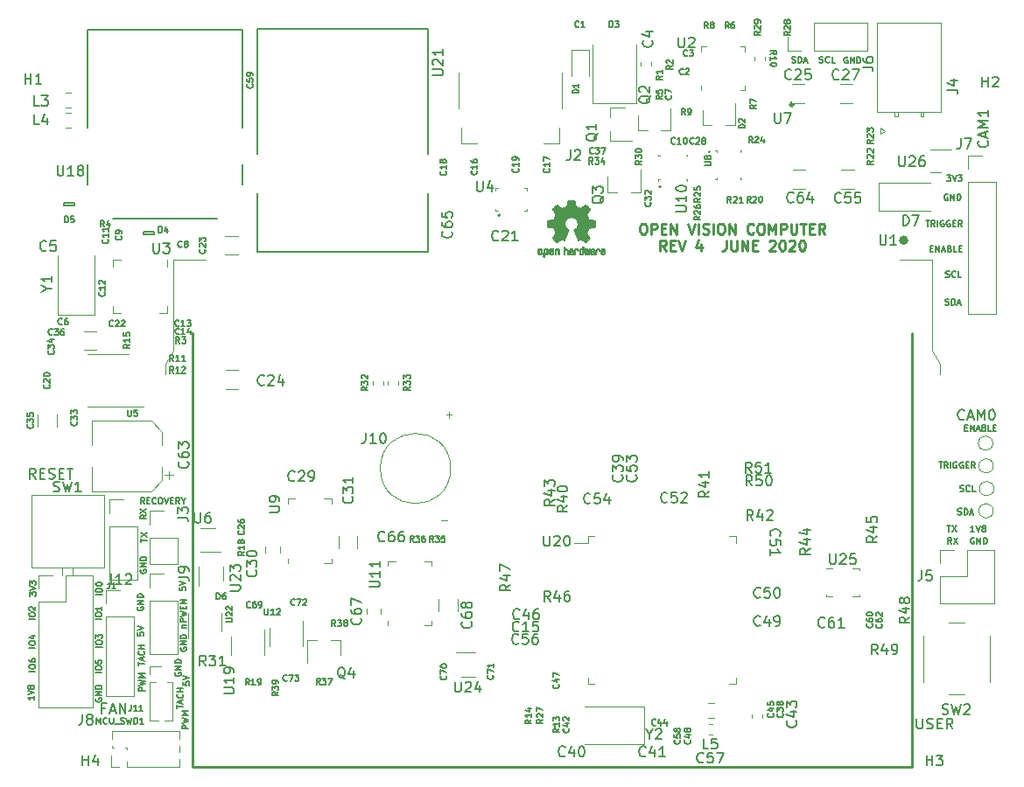
<source format=gbr>
%TF.GenerationSoftware,KiCad,Pcbnew,5.99.0-unknown-ad69e44~101~ubuntu18.04.1*%
%TF.CreationDate,2020-06-22T16:53:12+08:00*%
%TF.ProjectId,ovc4,6f766334-2e6b-4696-9361-645f70636258,rev?*%
%TF.SameCoordinates,Original*%
%TF.FileFunction,Legend,Top*%
%TF.FilePolarity,Positive*%
%FSLAX46Y46*%
G04 Gerber Fmt 4.6, Leading zero omitted, Abs format (unit mm)*
G04 Created by KiCad (PCBNEW 5.99.0-unknown-ad69e44~101~ubuntu18.04.1) date 2020-06-22 16:53:12*
%MOMM*%
%LPD*%
G01*
G04 APERTURE LIST*
%ADD10C,0.150000*%
%ADD11C,0.250000*%
%ADD12C,0.200000*%
%ADD13C,0.120000*%
%ADD14C,0.010000*%
%ADD15C,0.500000*%
%ADD16C,0.100000*%
%ADD17C,0.300000*%
G04 APERTURE END LIST*
D10*
X118485714Y-95802380D02*
X118485714Y-96611904D01*
X118533333Y-96707142D01*
X118580952Y-96754761D01*
X118676190Y-96802380D01*
X118866666Y-96802380D01*
X118961904Y-96754761D01*
X119009523Y-96707142D01*
X119057142Y-96611904D01*
X119057142Y-95802380D01*
X119485714Y-96754761D02*
X119628571Y-96802380D01*
X119866666Y-96802380D01*
X119961904Y-96754761D01*
X120009523Y-96707142D01*
X120057142Y-96611904D01*
X120057142Y-96516666D01*
X120009523Y-96421428D01*
X119961904Y-96373809D01*
X119866666Y-96326190D01*
X119676190Y-96278571D01*
X119580952Y-96230952D01*
X119533333Y-96183333D01*
X119485714Y-96088095D01*
X119485714Y-95992857D01*
X119533333Y-95897619D01*
X119580952Y-95850000D01*
X119676190Y-95802380D01*
X119914285Y-95802380D01*
X120057142Y-95850000D01*
X120485714Y-96278571D02*
X120819047Y-96278571D01*
X120961904Y-96802380D02*
X120485714Y-96802380D01*
X120485714Y-95802380D01*
X120961904Y-95802380D01*
X121961904Y-96802380D02*
X121628571Y-96326190D01*
X121390476Y-96802380D02*
X121390476Y-95802380D01*
X121771428Y-95802380D01*
X121866666Y-95850000D01*
X121914285Y-95897619D01*
X121961904Y-95992857D01*
X121961904Y-96135714D01*
X121914285Y-96230952D01*
X121866666Y-96278571D01*
X121771428Y-96326190D01*
X121390476Y-96326190D01*
X33247619Y-72602380D02*
X32914285Y-72126190D01*
X32676190Y-72602380D02*
X32676190Y-71602380D01*
X33057142Y-71602380D01*
X33152380Y-71650000D01*
X33200000Y-71697619D01*
X33247619Y-71792857D01*
X33247619Y-71935714D01*
X33200000Y-72030952D01*
X33152380Y-72078571D01*
X33057142Y-72126190D01*
X32676190Y-72126190D01*
X33676190Y-72078571D02*
X34009523Y-72078571D01*
X34152380Y-72602380D02*
X33676190Y-72602380D01*
X33676190Y-71602380D01*
X34152380Y-71602380D01*
X34533333Y-72554761D02*
X34676190Y-72602380D01*
X34914285Y-72602380D01*
X35009523Y-72554761D01*
X35057142Y-72507142D01*
X35104761Y-72411904D01*
X35104761Y-72316666D01*
X35057142Y-72221428D01*
X35009523Y-72173809D01*
X34914285Y-72126190D01*
X34723809Y-72078571D01*
X34628571Y-72030952D01*
X34580952Y-71983333D01*
X34533333Y-71888095D01*
X34533333Y-71792857D01*
X34580952Y-71697619D01*
X34628571Y-71650000D01*
X34723809Y-71602380D01*
X34961904Y-71602380D01*
X35104761Y-71650000D01*
X35533333Y-72078571D02*
X35866666Y-72078571D01*
X36009523Y-72602380D02*
X35533333Y-72602380D01*
X35533333Y-71602380D01*
X36009523Y-71602380D01*
X36295238Y-71602380D02*
X36866666Y-71602380D01*
X36580952Y-72602380D02*
X36580952Y-71602380D01*
D11*
X91935714Y-47897380D02*
X92126190Y-47897380D01*
X92221428Y-47945000D01*
X92316666Y-48040238D01*
X92364285Y-48230714D01*
X92364285Y-48564047D01*
X92316666Y-48754523D01*
X92221428Y-48849761D01*
X92126190Y-48897380D01*
X91935714Y-48897380D01*
X91840476Y-48849761D01*
X91745238Y-48754523D01*
X91697619Y-48564047D01*
X91697619Y-48230714D01*
X91745238Y-48040238D01*
X91840476Y-47945000D01*
X91935714Y-47897380D01*
X92792857Y-48897380D02*
X92792857Y-47897380D01*
X93173809Y-47897380D01*
X93269047Y-47945000D01*
X93316666Y-47992619D01*
X93364285Y-48087857D01*
X93364285Y-48230714D01*
X93316666Y-48325952D01*
X93269047Y-48373571D01*
X93173809Y-48421190D01*
X92792857Y-48421190D01*
X93792857Y-48373571D02*
X94126190Y-48373571D01*
X94269047Y-48897380D02*
X93792857Y-48897380D01*
X93792857Y-47897380D01*
X94269047Y-47897380D01*
X94697619Y-48897380D02*
X94697619Y-47897380D01*
X95269047Y-48897380D01*
X95269047Y-47897380D01*
X96364285Y-47897380D02*
X96697619Y-48897380D01*
X97030952Y-47897380D01*
X97364285Y-48897380D02*
X97364285Y-47897380D01*
X97792857Y-48849761D02*
X97935714Y-48897380D01*
X98173809Y-48897380D01*
X98269047Y-48849761D01*
X98316666Y-48802142D01*
X98364285Y-48706904D01*
X98364285Y-48611666D01*
X98316666Y-48516428D01*
X98269047Y-48468809D01*
X98173809Y-48421190D01*
X97983333Y-48373571D01*
X97888095Y-48325952D01*
X97840476Y-48278333D01*
X97792857Y-48183095D01*
X97792857Y-48087857D01*
X97840476Y-47992619D01*
X97888095Y-47945000D01*
X97983333Y-47897380D01*
X98221428Y-47897380D01*
X98364285Y-47945000D01*
X98792857Y-48897380D02*
X98792857Y-47897380D01*
X99459523Y-47897380D02*
X99650000Y-47897380D01*
X99745238Y-47945000D01*
X99840476Y-48040238D01*
X99888095Y-48230714D01*
X99888095Y-48564047D01*
X99840476Y-48754523D01*
X99745238Y-48849761D01*
X99650000Y-48897380D01*
X99459523Y-48897380D01*
X99364285Y-48849761D01*
X99269047Y-48754523D01*
X99221428Y-48564047D01*
X99221428Y-48230714D01*
X99269047Y-48040238D01*
X99364285Y-47945000D01*
X99459523Y-47897380D01*
X100316666Y-48897380D02*
X100316666Y-47897380D01*
X100888095Y-48897380D01*
X100888095Y-47897380D01*
X102697619Y-48802142D02*
X102650000Y-48849761D01*
X102507142Y-48897380D01*
X102411904Y-48897380D01*
X102269047Y-48849761D01*
X102173809Y-48754523D01*
X102126190Y-48659285D01*
X102078571Y-48468809D01*
X102078571Y-48325952D01*
X102126190Y-48135476D01*
X102173809Y-48040238D01*
X102269047Y-47945000D01*
X102411904Y-47897380D01*
X102507142Y-47897380D01*
X102650000Y-47945000D01*
X102697619Y-47992619D01*
X103316666Y-47897380D02*
X103507142Y-47897380D01*
X103602380Y-47945000D01*
X103697619Y-48040238D01*
X103745238Y-48230714D01*
X103745238Y-48564047D01*
X103697619Y-48754523D01*
X103602380Y-48849761D01*
X103507142Y-48897380D01*
X103316666Y-48897380D01*
X103221428Y-48849761D01*
X103126190Y-48754523D01*
X103078571Y-48564047D01*
X103078571Y-48230714D01*
X103126190Y-48040238D01*
X103221428Y-47945000D01*
X103316666Y-47897380D01*
X104173809Y-48897380D02*
X104173809Y-47897380D01*
X104507142Y-48611666D01*
X104840476Y-47897380D01*
X104840476Y-48897380D01*
X105316666Y-48897380D02*
X105316666Y-47897380D01*
X105697619Y-47897380D01*
X105792857Y-47945000D01*
X105840476Y-47992619D01*
X105888095Y-48087857D01*
X105888095Y-48230714D01*
X105840476Y-48325952D01*
X105792857Y-48373571D01*
X105697619Y-48421190D01*
X105316666Y-48421190D01*
X106316666Y-47897380D02*
X106316666Y-48706904D01*
X106364285Y-48802142D01*
X106411904Y-48849761D01*
X106507142Y-48897380D01*
X106697619Y-48897380D01*
X106792857Y-48849761D01*
X106840476Y-48802142D01*
X106888095Y-48706904D01*
X106888095Y-47897380D01*
X107221428Y-47897380D02*
X107792857Y-47897380D01*
X107507142Y-48897380D02*
X107507142Y-47897380D01*
X108126190Y-48373571D02*
X108459523Y-48373571D01*
X108602380Y-48897380D02*
X108126190Y-48897380D01*
X108126190Y-47897380D01*
X108602380Y-47897380D01*
X109602380Y-48897380D02*
X109269047Y-48421190D01*
X109030952Y-48897380D02*
X109030952Y-47897380D01*
X109411904Y-47897380D01*
X109507142Y-47945000D01*
X109554761Y-47992619D01*
X109602380Y-48087857D01*
X109602380Y-48230714D01*
X109554761Y-48325952D01*
X109507142Y-48373571D01*
X109411904Y-48421190D01*
X109030952Y-48421190D01*
X94245238Y-50507380D02*
X93911904Y-50031190D01*
X93673809Y-50507380D02*
X93673809Y-49507380D01*
X94054761Y-49507380D01*
X94150000Y-49555000D01*
X94197619Y-49602619D01*
X94245238Y-49697857D01*
X94245238Y-49840714D01*
X94197619Y-49935952D01*
X94150000Y-49983571D01*
X94054761Y-50031190D01*
X93673809Y-50031190D01*
X94673809Y-49983571D02*
X95007142Y-49983571D01*
X95150000Y-50507380D02*
X94673809Y-50507380D01*
X94673809Y-49507380D01*
X95150000Y-49507380D01*
X95435714Y-49507380D02*
X95769047Y-50507380D01*
X96102380Y-49507380D01*
X97626190Y-49840714D02*
X97626190Y-50507380D01*
X97388095Y-49459761D02*
X97150000Y-50174047D01*
X97769047Y-50174047D01*
X100054761Y-49507380D02*
X100054761Y-50221666D01*
X100007142Y-50364523D01*
X99911904Y-50459761D01*
X99769047Y-50507380D01*
X99673809Y-50507380D01*
X100530952Y-49507380D02*
X100530952Y-50316904D01*
X100578571Y-50412142D01*
X100626190Y-50459761D01*
X100721428Y-50507380D01*
X100911904Y-50507380D01*
X101007142Y-50459761D01*
X101054761Y-50412142D01*
X101102380Y-50316904D01*
X101102380Y-49507380D01*
X101578571Y-50507380D02*
X101578571Y-49507380D01*
X102150000Y-50507380D01*
X102150000Y-49507380D01*
X102626190Y-49983571D02*
X102959523Y-49983571D01*
X103102380Y-50507380D02*
X102626190Y-50507380D01*
X102626190Y-49507380D01*
X103102380Y-49507380D01*
X104245238Y-49602619D02*
X104292857Y-49555000D01*
X104388095Y-49507380D01*
X104626190Y-49507380D01*
X104721428Y-49555000D01*
X104769047Y-49602619D01*
X104816666Y-49697857D01*
X104816666Y-49793095D01*
X104769047Y-49935952D01*
X104197619Y-50507380D01*
X104816666Y-50507380D01*
X105435714Y-49507380D02*
X105530952Y-49507380D01*
X105626190Y-49555000D01*
X105673809Y-49602619D01*
X105721428Y-49697857D01*
X105769047Y-49888333D01*
X105769047Y-50126428D01*
X105721428Y-50316904D01*
X105673809Y-50412142D01*
X105626190Y-50459761D01*
X105530952Y-50507380D01*
X105435714Y-50507380D01*
X105340476Y-50459761D01*
X105292857Y-50412142D01*
X105245238Y-50316904D01*
X105197619Y-50126428D01*
X105197619Y-49888333D01*
X105245238Y-49697857D01*
X105292857Y-49602619D01*
X105340476Y-49555000D01*
X105435714Y-49507380D01*
X106150000Y-49602619D02*
X106197619Y-49555000D01*
X106292857Y-49507380D01*
X106530952Y-49507380D01*
X106626190Y-49555000D01*
X106673809Y-49602619D01*
X106721428Y-49697857D01*
X106721428Y-49793095D01*
X106673809Y-49935952D01*
X106102380Y-50507380D01*
X106721428Y-50507380D01*
X107340476Y-49507380D02*
X107435714Y-49507380D01*
X107530952Y-49555000D01*
X107578571Y-49602619D01*
X107626190Y-49697857D01*
X107673809Y-49888333D01*
X107673809Y-50126428D01*
X107626190Y-50316904D01*
X107578571Y-50412142D01*
X107530952Y-50459761D01*
X107435714Y-50507380D01*
X107340476Y-50507380D01*
X107245238Y-50459761D01*
X107197619Y-50412142D01*
X107150000Y-50316904D01*
X107102380Y-50126428D01*
X107102380Y-49888333D01*
X107150000Y-49697857D01*
X107197619Y-49602619D01*
X107245238Y-49555000D01*
X107340476Y-49507380D01*
D10*
X46750000Y-91357142D02*
X46721428Y-91414285D01*
X46721428Y-91500000D01*
X46750000Y-91585714D01*
X46807142Y-91642857D01*
X46864285Y-91671428D01*
X46978571Y-91700000D01*
X47064285Y-91700000D01*
X47178571Y-91671428D01*
X47235714Y-91642857D01*
X47292857Y-91585714D01*
X47321428Y-91500000D01*
X47321428Y-91442857D01*
X47292857Y-91357142D01*
X47264285Y-91328571D01*
X47064285Y-91328571D01*
X47064285Y-91442857D01*
X47321428Y-91071428D02*
X46721428Y-91071428D01*
X47321428Y-90728571D01*
X46721428Y-90728571D01*
X47321428Y-90442857D02*
X46721428Y-90442857D01*
X46721428Y-90300000D01*
X46750000Y-90214285D01*
X46807142Y-90157142D01*
X46864285Y-90128571D01*
X46978571Y-90100000D01*
X47064285Y-90100000D01*
X47178571Y-90128571D01*
X47235714Y-90157142D01*
X47292857Y-90214285D01*
X47321428Y-90300000D01*
X47321428Y-90442857D01*
X47521428Y-92264285D02*
X47521428Y-92550000D01*
X47807142Y-92578571D01*
X47778571Y-92550000D01*
X47750000Y-92492857D01*
X47750000Y-92350000D01*
X47778571Y-92292857D01*
X47807142Y-92264285D01*
X47864285Y-92235714D01*
X48007142Y-92235714D01*
X48064285Y-92264285D01*
X48092857Y-92292857D01*
X48121428Y-92350000D01*
X48121428Y-92492857D01*
X48092857Y-92550000D01*
X48064285Y-92578571D01*
X47521428Y-92064285D02*
X48121428Y-91864285D01*
X47521428Y-91664285D01*
X46921428Y-94842857D02*
X46921428Y-94500000D01*
X47521428Y-94671428D02*
X46921428Y-94671428D01*
X47350000Y-94328571D02*
X47350000Y-94042857D01*
X47521428Y-94385714D02*
X46921428Y-94185714D01*
X47521428Y-93985714D01*
X47464285Y-93442857D02*
X47492857Y-93471428D01*
X47521428Y-93557142D01*
X47521428Y-93614285D01*
X47492857Y-93700000D01*
X47435714Y-93757142D01*
X47378571Y-93785714D01*
X47264285Y-93814285D01*
X47178571Y-93814285D01*
X47064285Y-93785714D01*
X47007142Y-93757142D01*
X46950000Y-93700000D01*
X46921428Y-93614285D01*
X46921428Y-93557142D01*
X46950000Y-93471428D01*
X46978571Y-93442857D01*
X47521428Y-93185714D02*
X46921428Y-93185714D01*
X47207142Y-93185714D02*
X47207142Y-92842857D01*
X47521428Y-92842857D02*
X46921428Y-92842857D01*
X48021428Y-96792857D02*
X47421428Y-96792857D01*
X47421428Y-96564285D01*
X47450000Y-96507142D01*
X47478571Y-96478571D01*
X47535714Y-96450000D01*
X47621428Y-96450000D01*
X47678571Y-96478571D01*
X47707142Y-96507142D01*
X47735714Y-96564285D01*
X47735714Y-96792857D01*
X47421428Y-96250000D02*
X48021428Y-96107142D01*
X47592857Y-95992857D01*
X48021428Y-95878571D01*
X47421428Y-95735714D01*
X48021428Y-95507142D02*
X47421428Y-95507142D01*
X47850000Y-95307142D01*
X47421428Y-95107142D01*
X48021428Y-95107142D01*
X123083333Y-66807142D02*
X123035714Y-66854761D01*
X122892857Y-66902380D01*
X122797619Y-66902380D01*
X122654761Y-66854761D01*
X122559523Y-66759523D01*
X122511904Y-66664285D01*
X122464285Y-66473809D01*
X122464285Y-66330952D01*
X122511904Y-66140476D01*
X122559523Y-66045238D01*
X122654761Y-65950000D01*
X122797619Y-65902380D01*
X122892857Y-65902380D01*
X123035714Y-65950000D01*
X123083333Y-65997619D01*
X123464285Y-66616666D02*
X123940476Y-66616666D01*
X123369047Y-66902380D02*
X123702380Y-65902380D01*
X124035714Y-66902380D01*
X124369047Y-66902380D02*
X124369047Y-65902380D01*
X124702380Y-66616666D01*
X125035714Y-65902380D01*
X125035714Y-66902380D01*
X125702380Y-65902380D02*
X125797619Y-65902380D01*
X125892857Y-65950000D01*
X125940476Y-65997619D01*
X125988095Y-66092857D01*
X126035714Y-66283333D01*
X126035714Y-66521428D01*
X125988095Y-66711904D01*
X125940476Y-66807142D01*
X125892857Y-66854761D01*
X125797619Y-66902380D01*
X125702380Y-66902380D01*
X125607142Y-66854761D01*
X125559523Y-66807142D01*
X125511904Y-66711904D01*
X125464285Y-66521428D01*
X125464285Y-66283333D01*
X125511904Y-66092857D01*
X125559523Y-65997619D01*
X125607142Y-65950000D01*
X125702380Y-65902380D01*
X122471428Y-76042857D02*
X122557142Y-76071428D01*
X122700000Y-76071428D01*
X122757142Y-76042857D01*
X122785714Y-76014285D01*
X122814285Y-75957142D01*
X122814285Y-75900000D01*
X122785714Y-75842857D01*
X122757142Y-75814285D01*
X122700000Y-75785714D01*
X122585714Y-75757142D01*
X122528571Y-75728571D01*
X122500000Y-75700000D01*
X122471428Y-75642857D01*
X122471428Y-75585714D01*
X122500000Y-75528571D01*
X122528571Y-75500000D01*
X122585714Y-75471428D01*
X122728571Y-75471428D01*
X122814285Y-75500000D01*
X123071428Y-76071428D02*
X123071428Y-75471428D01*
X123214285Y-75471428D01*
X123300000Y-75500000D01*
X123357142Y-75557142D01*
X123385714Y-75614285D01*
X123414285Y-75728571D01*
X123414285Y-75814285D01*
X123385714Y-75928571D01*
X123357142Y-75985714D01*
X123300000Y-76042857D01*
X123214285Y-76071428D01*
X123071428Y-76071428D01*
X123642857Y-75900000D02*
X123928571Y-75900000D01*
X123585714Y-76071428D02*
X123785714Y-75471428D01*
X123985714Y-76071428D01*
X122685714Y-73792857D02*
X122771428Y-73821428D01*
X122914285Y-73821428D01*
X122971428Y-73792857D01*
X123000000Y-73764285D01*
X123028571Y-73707142D01*
X123028571Y-73650000D01*
X123000000Y-73592857D01*
X122971428Y-73564285D01*
X122914285Y-73535714D01*
X122800000Y-73507142D01*
X122742857Y-73478571D01*
X122714285Y-73450000D01*
X122685714Y-73392857D01*
X122685714Y-73335714D01*
X122714285Y-73278571D01*
X122742857Y-73250000D01*
X122800000Y-73221428D01*
X122942857Y-73221428D01*
X123028571Y-73250000D01*
X123628571Y-73764285D02*
X123600000Y-73792857D01*
X123514285Y-73821428D01*
X123457142Y-73821428D01*
X123371428Y-73792857D01*
X123314285Y-73735714D01*
X123285714Y-73678571D01*
X123257142Y-73564285D01*
X123257142Y-73478571D01*
X123285714Y-73364285D01*
X123314285Y-73307142D01*
X123371428Y-73250000D01*
X123457142Y-73221428D01*
X123514285Y-73221428D01*
X123600000Y-73250000D01*
X123628571Y-73278571D01*
X124171428Y-73821428D02*
X123885714Y-73821428D01*
X123885714Y-73221428D01*
X120614285Y-70971428D02*
X120957142Y-70971428D01*
X120785714Y-71571428D02*
X120785714Y-70971428D01*
X121500000Y-71571428D02*
X121300000Y-71285714D01*
X121157142Y-71571428D02*
X121157142Y-70971428D01*
X121385714Y-70971428D01*
X121442857Y-71000000D01*
X121471428Y-71028571D01*
X121500000Y-71085714D01*
X121500000Y-71171428D01*
X121471428Y-71228571D01*
X121442857Y-71257142D01*
X121385714Y-71285714D01*
X121157142Y-71285714D01*
X121757142Y-71571428D02*
X121757142Y-70971428D01*
X122357142Y-71000000D02*
X122300000Y-70971428D01*
X122214285Y-70971428D01*
X122128571Y-71000000D01*
X122071428Y-71057142D01*
X122042857Y-71114285D01*
X122014285Y-71228571D01*
X122014285Y-71314285D01*
X122042857Y-71428571D01*
X122071428Y-71485714D01*
X122128571Y-71542857D01*
X122214285Y-71571428D01*
X122271428Y-71571428D01*
X122357142Y-71542857D01*
X122385714Y-71514285D01*
X122385714Y-71314285D01*
X122271428Y-71314285D01*
X122957142Y-71000000D02*
X122900000Y-70971428D01*
X122814285Y-70971428D01*
X122728571Y-71000000D01*
X122671428Y-71057142D01*
X122642857Y-71114285D01*
X122614285Y-71228571D01*
X122614285Y-71314285D01*
X122642857Y-71428571D01*
X122671428Y-71485714D01*
X122728571Y-71542857D01*
X122814285Y-71571428D01*
X122871428Y-71571428D01*
X122957142Y-71542857D01*
X122985714Y-71514285D01*
X122985714Y-71314285D01*
X122871428Y-71314285D01*
X123242857Y-71257142D02*
X123442857Y-71257142D01*
X123528571Y-71571428D02*
X123242857Y-71571428D01*
X123242857Y-70971428D01*
X123528571Y-70971428D01*
X124128571Y-71571428D02*
X123928571Y-71285714D01*
X123785714Y-71571428D02*
X123785714Y-70971428D01*
X124014285Y-70971428D01*
X124071428Y-71000000D01*
X124100000Y-71028571D01*
X124128571Y-71085714D01*
X124128571Y-71171428D01*
X124100000Y-71228571D01*
X124071428Y-71257142D01*
X124014285Y-71285714D01*
X123785714Y-71285714D01*
X123135714Y-67657142D02*
X123335714Y-67657142D01*
X123421428Y-67971428D02*
X123135714Y-67971428D01*
X123135714Y-67371428D01*
X123421428Y-67371428D01*
X123678571Y-67971428D02*
X123678571Y-67371428D01*
X124021428Y-67971428D01*
X124021428Y-67371428D01*
X124278571Y-67800000D02*
X124564285Y-67800000D01*
X124221428Y-67971428D02*
X124421428Y-67371428D01*
X124621428Y-67971428D01*
X125021428Y-67657142D02*
X125107142Y-67685714D01*
X125135714Y-67714285D01*
X125164285Y-67771428D01*
X125164285Y-67857142D01*
X125135714Y-67914285D01*
X125107142Y-67942857D01*
X125050000Y-67971428D01*
X124821428Y-67971428D01*
X124821428Y-67371428D01*
X125021428Y-67371428D01*
X125078571Y-67400000D01*
X125107142Y-67428571D01*
X125135714Y-67485714D01*
X125135714Y-67542857D01*
X125107142Y-67600000D01*
X125078571Y-67628571D01*
X125021428Y-67657142D01*
X124821428Y-67657142D01*
X125707142Y-67971428D02*
X125421428Y-67971428D01*
X125421428Y-67371428D01*
X125907142Y-67657142D02*
X126107142Y-67657142D01*
X126192857Y-67971428D02*
X125907142Y-67971428D01*
X125907142Y-67371428D01*
X126192857Y-67371428D01*
X43821428Y-93142857D02*
X43221428Y-93142857D01*
X43221428Y-92914285D01*
X43250000Y-92857142D01*
X43278571Y-92828571D01*
X43335714Y-92800000D01*
X43421428Y-92800000D01*
X43478571Y-92828571D01*
X43507142Y-92857142D01*
X43535714Y-92914285D01*
X43535714Y-93142857D01*
X43221428Y-92600000D02*
X43821428Y-92457142D01*
X43392857Y-92342857D01*
X43821428Y-92228571D01*
X43221428Y-92085714D01*
X43821428Y-91857142D02*
X43221428Y-91857142D01*
X43650000Y-91657142D01*
X43221428Y-91457142D01*
X43821428Y-91457142D01*
X43171428Y-90692857D02*
X43171428Y-90350000D01*
X43771428Y-90521428D02*
X43171428Y-90521428D01*
X43600000Y-90178571D02*
X43600000Y-89892857D01*
X43771428Y-90235714D02*
X43171428Y-90035714D01*
X43771428Y-89835714D01*
X43714285Y-89292857D02*
X43742857Y-89321428D01*
X43771428Y-89407142D01*
X43771428Y-89464285D01*
X43742857Y-89550000D01*
X43685714Y-89607142D01*
X43628571Y-89635714D01*
X43514285Y-89664285D01*
X43428571Y-89664285D01*
X43314285Y-89635714D01*
X43257142Y-89607142D01*
X43200000Y-89550000D01*
X43171428Y-89464285D01*
X43171428Y-89407142D01*
X43200000Y-89321428D01*
X43228571Y-89292857D01*
X43771428Y-89035714D02*
X43171428Y-89035714D01*
X43457142Y-89035714D02*
X43457142Y-88692857D01*
X43771428Y-88692857D02*
X43171428Y-88692857D01*
X43121428Y-87464285D02*
X43121428Y-87750000D01*
X43407142Y-87778571D01*
X43378571Y-87750000D01*
X43350000Y-87692857D01*
X43350000Y-87550000D01*
X43378571Y-87492857D01*
X43407142Y-87464285D01*
X43464285Y-87435714D01*
X43607142Y-87435714D01*
X43664285Y-87464285D01*
X43692857Y-87492857D01*
X43721428Y-87550000D01*
X43721428Y-87692857D01*
X43692857Y-87750000D01*
X43664285Y-87778571D01*
X43121428Y-87264285D02*
X43721428Y-87064285D01*
X43121428Y-86864285D01*
X43100000Y-85007142D02*
X43071428Y-85064285D01*
X43071428Y-85150000D01*
X43100000Y-85235714D01*
X43157142Y-85292857D01*
X43214285Y-85321428D01*
X43328571Y-85350000D01*
X43414285Y-85350000D01*
X43528571Y-85321428D01*
X43585714Y-85292857D01*
X43642857Y-85235714D01*
X43671428Y-85150000D01*
X43671428Y-85092857D01*
X43642857Y-85007142D01*
X43614285Y-84978571D01*
X43414285Y-84978571D01*
X43414285Y-85092857D01*
X43671428Y-84721428D02*
X43071428Y-84721428D01*
X43671428Y-84378571D01*
X43071428Y-84378571D01*
X43671428Y-84092857D02*
X43071428Y-84092857D01*
X43071428Y-83950000D01*
X43100000Y-83864285D01*
X43157142Y-83807142D01*
X43214285Y-83778571D01*
X43328571Y-83750000D01*
X43414285Y-83750000D01*
X43528571Y-83778571D01*
X43585714Y-83807142D01*
X43642857Y-83864285D01*
X43671428Y-83950000D01*
X43671428Y-84092857D01*
X39990476Y-94828571D02*
X39657142Y-94828571D01*
X39657142Y-95352380D02*
X39657142Y-94352380D01*
X40133333Y-94352380D01*
X40466666Y-95066666D02*
X40942857Y-95066666D01*
X40371428Y-95352380D02*
X40704761Y-94352380D01*
X41038095Y-95352380D01*
X41371428Y-95352380D02*
X41371428Y-94352380D01*
X41942857Y-95352380D01*
X41942857Y-94352380D01*
X47300000Y-88957142D02*
X47271428Y-89014285D01*
X47271428Y-89100000D01*
X47300000Y-89185714D01*
X47357142Y-89242857D01*
X47414285Y-89271428D01*
X47528571Y-89300000D01*
X47614285Y-89300000D01*
X47728571Y-89271428D01*
X47785714Y-89242857D01*
X47842857Y-89185714D01*
X47871428Y-89100000D01*
X47871428Y-89042857D01*
X47842857Y-88957142D01*
X47814285Y-88928571D01*
X47614285Y-88928571D01*
X47614285Y-89042857D01*
X47871428Y-88671428D02*
X47271428Y-88671428D01*
X47871428Y-88328571D01*
X47271428Y-88328571D01*
X47871428Y-88042857D02*
X47271428Y-88042857D01*
X47271428Y-87900000D01*
X47300000Y-87814285D01*
X47357142Y-87757142D01*
X47414285Y-87728571D01*
X47528571Y-87700000D01*
X47614285Y-87700000D01*
X47728571Y-87728571D01*
X47785714Y-87757142D01*
X47842857Y-87814285D01*
X47871428Y-87900000D01*
X47871428Y-88042857D01*
X125307142Y-39866666D02*
X125354761Y-39914285D01*
X125402380Y-40057142D01*
X125402380Y-40152380D01*
X125354761Y-40295238D01*
X125259523Y-40390476D01*
X125164285Y-40438095D01*
X124973809Y-40485714D01*
X124830952Y-40485714D01*
X124640476Y-40438095D01*
X124545238Y-40390476D01*
X124450000Y-40295238D01*
X124402380Y-40152380D01*
X124402380Y-40057142D01*
X124450000Y-39914285D01*
X124497619Y-39866666D01*
X125116666Y-39485714D02*
X125116666Y-39009523D01*
X125402380Y-39580952D02*
X124402380Y-39247619D01*
X125402380Y-38914285D01*
X125402380Y-38580952D02*
X124402380Y-38580952D01*
X125116666Y-38247619D01*
X124402380Y-37914285D01*
X125402380Y-37914285D01*
X125402380Y-36914285D02*
X125402380Y-37485714D01*
X125402380Y-37200000D02*
X124402380Y-37200000D01*
X124545238Y-37295238D01*
X124640476Y-37390476D01*
X124688095Y-37485714D01*
X47421428Y-87007142D02*
X47821428Y-87007142D01*
X47478571Y-87007142D02*
X47450000Y-86978571D01*
X47421428Y-86921428D01*
X47421428Y-86835714D01*
X47450000Y-86778571D01*
X47507142Y-86750000D01*
X47821428Y-86750000D01*
X47821428Y-86464285D02*
X47221428Y-86464285D01*
X47221428Y-86235714D01*
X47250000Y-86178571D01*
X47278571Y-86150000D01*
X47335714Y-86121428D01*
X47421428Y-86121428D01*
X47478571Y-86150000D01*
X47507142Y-86178571D01*
X47535714Y-86235714D01*
X47535714Y-86464285D01*
X47221428Y-85921428D02*
X47821428Y-85778571D01*
X47392857Y-85664285D01*
X47821428Y-85550000D01*
X47221428Y-85407142D01*
X47507142Y-85178571D02*
X47507142Y-84978571D01*
X47821428Y-84892857D02*
X47821428Y-85178571D01*
X47221428Y-85178571D01*
X47221428Y-84892857D01*
X47821428Y-84635714D02*
X47221428Y-84635714D01*
X47821428Y-84292857D01*
X47221428Y-84292857D01*
X47171428Y-83114285D02*
X47171428Y-83400000D01*
X47457142Y-83428571D01*
X47428571Y-83400000D01*
X47400000Y-83342857D01*
X47400000Y-83200000D01*
X47428571Y-83142857D01*
X47457142Y-83114285D01*
X47514285Y-83085714D01*
X47657142Y-83085714D01*
X47714285Y-83114285D01*
X47742857Y-83142857D01*
X47771428Y-83200000D01*
X47771428Y-83342857D01*
X47742857Y-83400000D01*
X47714285Y-83428571D01*
X47171428Y-82914285D02*
X47771428Y-82714285D01*
X47171428Y-82514285D01*
X121407142Y-43171428D02*
X121778571Y-43171428D01*
X121578571Y-43400000D01*
X121664285Y-43400000D01*
X121721428Y-43428571D01*
X121750000Y-43457142D01*
X121778571Y-43514285D01*
X121778571Y-43657142D01*
X121750000Y-43714285D01*
X121721428Y-43742857D01*
X121664285Y-43771428D01*
X121492857Y-43771428D01*
X121435714Y-43742857D01*
X121407142Y-43714285D01*
X121950000Y-43171428D02*
X122150000Y-43771428D01*
X122350000Y-43171428D01*
X122492857Y-43171428D02*
X122864285Y-43171428D01*
X122664285Y-43400000D01*
X122750000Y-43400000D01*
X122807142Y-43428571D01*
X122835714Y-43457142D01*
X122864285Y-43514285D01*
X122864285Y-43657142D01*
X122835714Y-43714285D01*
X122807142Y-43742857D01*
X122750000Y-43771428D01*
X122578571Y-43771428D01*
X122521428Y-43742857D01*
X122492857Y-43714285D01*
X121271428Y-55742857D02*
X121357142Y-55771428D01*
X121500000Y-55771428D01*
X121557142Y-55742857D01*
X121585714Y-55714285D01*
X121614285Y-55657142D01*
X121614285Y-55600000D01*
X121585714Y-55542857D01*
X121557142Y-55514285D01*
X121500000Y-55485714D01*
X121385714Y-55457142D01*
X121328571Y-55428571D01*
X121300000Y-55400000D01*
X121271428Y-55342857D01*
X121271428Y-55285714D01*
X121300000Y-55228571D01*
X121328571Y-55200000D01*
X121385714Y-55171428D01*
X121528571Y-55171428D01*
X121614285Y-55200000D01*
X121871428Y-55771428D02*
X121871428Y-55171428D01*
X122014285Y-55171428D01*
X122100000Y-55200000D01*
X122157142Y-55257142D01*
X122185714Y-55314285D01*
X122214285Y-55428571D01*
X122214285Y-55514285D01*
X122185714Y-55628571D01*
X122157142Y-55685714D01*
X122100000Y-55742857D01*
X122014285Y-55771428D01*
X121871428Y-55771428D01*
X122442857Y-55600000D02*
X122728571Y-55600000D01*
X122385714Y-55771428D02*
X122585714Y-55171428D01*
X122785714Y-55771428D01*
X121285714Y-53042857D02*
X121371428Y-53071428D01*
X121514285Y-53071428D01*
X121571428Y-53042857D01*
X121600000Y-53014285D01*
X121628571Y-52957142D01*
X121628571Y-52900000D01*
X121600000Y-52842857D01*
X121571428Y-52814285D01*
X121514285Y-52785714D01*
X121400000Y-52757142D01*
X121342857Y-52728571D01*
X121314285Y-52700000D01*
X121285714Y-52642857D01*
X121285714Y-52585714D01*
X121314285Y-52528571D01*
X121342857Y-52500000D01*
X121400000Y-52471428D01*
X121542857Y-52471428D01*
X121628571Y-52500000D01*
X122228571Y-53014285D02*
X122200000Y-53042857D01*
X122114285Y-53071428D01*
X122057142Y-53071428D01*
X121971428Y-53042857D01*
X121914285Y-52985714D01*
X121885714Y-52928571D01*
X121857142Y-52814285D01*
X121857142Y-52728571D01*
X121885714Y-52614285D01*
X121914285Y-52557142D01*
X121971428Y-52500000D01*
X122057142Y-52471428D01*
X122114285Y-52471428D01*
X122200000Y-52500000D01*
X122228571Y-52528571D01*
X122771428Y-53071428D02*
X122485714Y-53071428D01*
X122485714Y-52471428D01*
X119785714Y-50307142D02*
X119985714Y-50307142D01*
X120071428Y-50621428D02*
X119785714Y-50621428D01*
X119785714Y-50021428D01*
X120071428Y-50021428D01*
X120328571Y-50621428D02*
X120328571Y-50021428D01*
X120671428Y-50621428D01*
X120671428Y-50021428D01*
X120928571Y-50450000D02*
X121214285Y-50450000D01*
X120871428Y-50621428D02*
X121071428Y-50021428D01*
X121271428Y-50621428D01*
X121671428Y-50307142D02*
X121757142Y-50335714D01*
X121785714Y-50364285D01*
X121814285Y-50421428D01*
X121814285Y-50507142D01*
X121785714Y-50564285D01*
X121757142Y-50592857D01*
X121700000Y-50621428D01*
X121471428Y-50621428D01*
X121471428Y-50021428D01*
X121671428Y-50021428D01*
X121728571Y-50050000D01*
X121757142Y-50078571D01*
X121785714Y-50135714D01*
X121785714Y-50192857D01*
X121757142Y-50250000D01*
X121728571Y-50278571D01*
X121671428Y-50307142D01*
X121471428Y-50307142D01*
X122357142Y-50621428D02*
X122071428Y-50621428D01*
X122071428Y-50021428D01*
X122557142Y-50307142D02*
X122757142Y-50307142D01*
X122842857Y-50621428D02*
X122557142Y-50621428D01*
X122557142Y-50021428D01*
X122842857Y-50021428D01*
X119364285Y-47571428D02*
X119707142Y-47571428D01*
X119535714Y-48171428D02*
X119535714Y-47571428D01*
X120250000Y-48171428D02*
X120050000Y-47885714D01*
X119907142Y-48171428D02*
X119907142Y-47571428D01*
X120135714Y-47571428D01*
X120192857Y-47600000D01*
X120221428Y-47628571D01*
X120250000Y-47685714D01*
X120250000Y-47771428D01*
X120221428Y-47828571D01*
X120192857Y-47857142D01*
X120135714Y-47885714D01*
X119907142Y-47885714D01*
X120507142Y-48171428D02*
X120507142Y-47571428D01*
X121107142Y-47600000D02*
X121050000Y-47571428D01*
X120964285Y-47571428D01*
X120878571Y-47600000D01*
X120821428Y-47657142D01*
X120792857Y-47714285D01*
X120764285Y-47828571D01*
X120764285Y-47914285D01*
X120792857Y-48028571D01*
X120821428Y-48085714D01*
X120878571Y-48142857D01*
X120964285Y-48171428D01*
X121021428Y-48171428D01*
X121107142Y-48142857D01*
X121135714Y-48114285D01*
X121135714Y-47914285D01*
X121021428Y-47914285D01*
X121707142Y-47600000D02*
X121650000Y-47571428D01*
X121564285Y-47571428D01*
X121478571Y-47600000D01*
X121421428Y-47657142D01*
X121392857Y-47714285D01*
X121364285Y-47828571D01*
X121364285Y-47914285D01*
X121392857Y-48028571D01*
X121421428Y-48085714D01*
X121478571Y-48142857D01*
X121564285Y-48171428D01*
X121621428Y-48171428D01*
X121707142Y-48142857D01*
X121735714Y-48114285D01*
X121735714Y-47914285D01*
X121621428Y-47914285D01*
X121992857Y-47857142D02*
X122192857Y-47857142D01*
X122278571Y-48171428D02*
X121992857Y-48171428D01*
X121992857Y-47571428D01*
X122278571Y-47571428D01*
X122878571Y-48171428D02*
X122678571Y-47885714D01*
X122535714Y-48171428D02*
X122535714Y-47571428D01*
X122764285Y-47571428D01*
X122821428Y-47600000D01*
X122850000Y-47628571D01*
X122878571Y-47685714D01*
X122878571Y-47771428D01*
X122850000Y-47828571D01*
X122821428Y-47857142D01*
X122764285Y-47885714D01*
X122535714Y-47885714D01*
X121492857Y-45050000D02*
X121435714Y-45021428D01*
X121350000Y-45021428D01*
X121264285Y-45050000D01*
X121207142Y-45107142D01*
X121178571Y-45164285D01*
X121150000Y-45278571D01*
X121150000Y-45364285D01*
X121178571Y-45478571D01*
X121207142Y-45535714D01*
X121264285Y-45592857D01*
X121350000Y-45621428D01*
X121407142Y-45621428D01*
X121492857Y-45592857D01*
X121521428Y-45564285D01*
X121521428Y-45364285D01*
X121407142Y-45364285D01*
X121778571Y-45621428D02*
X121778571Y-45021428D01*
X122121428Y-45621428D01*
X122121428Y-45021428D01*
X122407142Y-45621428D02*
X122407142Y-45021428D01*
X122550000Y-45021428D01*
X122635714Y-45050000D01*
X122692857Y-45107142D01*
X122721428Y-45164285D01*
X122750000Y-45278571D01*
X122750000Y-45364285D01*
X122721428Y-45478571D01*
X122692857Y-45535714D01*
X122635714Y-45592857D01*
X122550000Y-45621428D01*
X122407142Y-45621428D01*
X111792857Y-31800000D02*
X111735714Y-31771428D01*
X111650000Y-31771428D01*
X111564285Y-31800000D01*
X111507142Y-31857142D01*
X111478571Y-31914285D01*
X111450000Y-32028571D01*
X111450000Y-32114285D01*
X111478571Y-32228571D01*
X111507142Y-32285714D01*
X111564285Y-32342857D01*
X111650000Y-32371428D01*
X111707142Y-32371428D01*
X111792857Y-32342857D01*
X111821428Y-32314285D01*
X111821428Y-32114285D01*
X111707142Y-32114285D01*
X112078571Y-32371428D02*
X112078571Y-31771428D01*
X112421428Y-32371428D01*
X112421428Y-31771428D01*
X112707142Y-32371428D02*
X112707142Y-31771428D01*
X112850000Y-31771428D01*
X112935714Y-31800000D01*
X112992857Y-31857142D01*
X113021428Y-31914285D01*
X113050000Y-32028571D01*
X113050000Y-32114285D01*
X113021428Y-32228571D01*
X112992857Y-32285714D01*
X112935714Y-32342857D01*
X112850000Y-32371428D01*
X112707142Y-32371428D01*
X109085714Y-32292857D02*
X109171428Y-32321428D01*
X109314285Y-32321428D01*
X109371428Y-32292857D01*
X109400000Y-32264285D01*
X109428571Y-32207142D01*
X109428571Y-32150000D01*
X109400000Y-32092857D01*
X109371428Y-32064285D01*
X109314285Y-32035714D01*
X109200000Y-32007142D01*
X109142857Y-31978571D01*
X109114285Y-31950000D01*
X109085714Y-31892857D01*
X109085714Y-31835714D01*
X109114285Y-31778571D01*
X109142857Y-31750000D01*
X109200000Y-31721428D01*
X109342857Y-31721428D01*
X109428571Y-31750000D01*
X110028571Y-32264285D02*
X110000000Y-32292857D01*
X109914285Y-32321428D01*
X109857142Y-32321428D01*
X109771428Y-32292857D01*
X109714285Y-32235714D01*
X109685714Y-32178571D01*
X109657142Y-32064285D01*
X109657142Y-31978571D01*
X109685714Y-31864285D01*
X109714285Y-31807142D01*
X109771428Y-31750000D01*
X109857142Y-31721428D01*
X109914285Y-31721428D01*
X110000000Y-31750000D01*
X110028571Y-31778571D01*
X110571428Y-32321428D02*
X110285714Y-32321428D01*
X110285714Y-31721428D01*
X106421428Y-32292857D02*
X106507142Y-32321428D01*
X106650000Y-32321428D01*
X106707142Y-32292857D01*
X106735714Y-32264285D01*
X106764285Y-32207142D01*
X106764285Y-32150000D01*
X106735714Y-32092857D01*
X106707142Y-32064285D01*
X106650000Y-32035714D01*
X106535714Y-32007142D01*
X106478571Y-31978571D01*
X106450000Y-31950000D01*
X106421428Y-31892857D01*
X106421428Y-31835714D01*
X106450000Y-31778571D01*
X106478571Y-31750000D01*
X106535714Y-31721428D01*
X106678571Y-31721428D01*
X106764285Y-31750000D01*
X107021428Y-32321428D02*
X107021428Y-31721428D01*
X107164285Y-31721428D01*
X107250000Y-31750000D01*
X107307142Y-31807142D01*
X107335714Y-31864285D01*
X107364285Y-31978571D01*
X107364285Y-32064285D01*
X107335714Y-32178571D01*
X107307142Y-32235714D01*
X107250000Y-32292857D01*
X107164285Y-32321428D01*
X107021428Y-32321428D01*
X107592857Y-32150000D02*
X107878571Y-32150000D01*
X107535714Y-32321428D02*
X107735714Y-31721428D01*
X107935714Y-32321428D01*
X39050000Y-93857142D02*
X39021428Y-93914285D01*
X39021428Y-94000000D01*
X39050000Y-94085714D01*
X39107142Y-94142857D01*
X39164285Y-94171428D01*
X39278571Y-94200000D01*
X39364285Y-94200000D01*
X39478571Y-94171428D01*
X39535714Y-94142857D01*
X39592857Y-94085714D01*
X39621428Y-94000000D01*
X39621428Y-93942857D01*
X39592857Y-93857142D01*
X39564285Y-93828571D01*
X39364285Y-93828571D01*
X39364285Y-93942857D01*
X39621428Y-93571428D02*
X39021428Y-93571428D01*
X39621428Y-93228571D01*
X39021428Y-93228571D01*
X39621428Y-92942857D02*
X39021428Y-92942857D01*
X39021428Y-92800000D01*
X39050000Y-92714285D01*
X39107142Y-92657142D01*
X39164285Y-92628571D01*
X39278571Y-92600000D01*
X39364285Y-92600000D01*
X39478571Y-92628571D01*
X39535714Y-92657142D01*
X39592857Y-92714285D01*
X39621428Y-92800000D01*
X39621428Y-92942857D01*
X33221428Y-91250000D02*
X32621428Y-91250000D01*
X32621428Y-90850000D02*
X32621428Y-90735714D01*
X32650000Y-90678571D01*
X32707142Y-90621428D01*
X32821428Y-90592857D01*
X33021428Y-90592857D01*
X33135714Y-90621428D01*
X33192857Y-90678571D01*
X33221428Y-90735714D01*
X33221428Y-90850000D01*
X33192857Y-90907142D01*
X33135714Y-90964285D01*
X33021428Y-90992857D01*
X32821428Y-90992857D01*
X32707142Y-90964285D01*
X32650000Y-90907142D01*
X32621428Y-90850000D01*
X32621428Y-90078571D02*
X32621428Y-90192857D01*
X32650000Y-90250000D01*
X32678571Y-90278571D01*
X32764285Y-90335714D01*
X32878571Y-90364285D01*
X33107142Y-90364285D01*
X33164285Y-90335714D01*
X33192857Y-90307142D01*
X33221428Y-90250000D01*
X33221428Y-90135714D01*
X33192857Y-90078571D01*
X33164285Y-90050000D01*
X33107142Y-90021428D01*
X32964285Y-90021428D01*
X32907142Y-90050000D01*
X32878571Y-90078571D01*
X32850000Y-90135714D01*
X32850000Y-90250000D01*
X32878571Y-90307142D01*
X32907142Y-90335714D01*
X32964285Y-90364285D01*
X39621428Y-91350000D02*
X39021428Y-91350000D01*
X39021428Y-90950000D02*
X39021428Y-90835714D01*
X39050000Y-90778571D01*
X39107142Y-90721428D01*
X39221428Y-90692857D01*
X39421428Y-90692857D01*
X39535714Y-90721428D01*
X39592857Y-90778571D01*
X39621428Y-90835714D01*
X39621428Y-90950000D01*
X39592857Y-91007142D01*
X39535714Y-91064285D01*
X39421428Y-91092857D01*
X39221428Y-91092857D01*
X39107142Y-91064285D01*
X39050000Y-91007142D01*
X39021428Y-90950000D01*
X39021428Y-90150000D02*
X39021428Y-90435714D01*
X39307142Y-90464285D01*
X39278571Y-90435714D01*
X39250000Y-90378571D01*
X39250000Y-90235714D01*
X39278571Y-90178571D01*
X39307142Y-90150000D01*
X39364285Y-90121428D01*
X39507142Y-90121428D01*
X39564285Y-90150000D01*
X39592857Y-90178571D01*
X39621428Y-90235714D01*
X39621428Y-90378571D01*
X39592857Y-90435714D01*
X39564285Y-90464285D01*
X33221428Y-88950000D02*
X32621428Y-88950000D01*
X32621428Y-88550000D02*
X32621428Y-88435714D01*
X32650000Y-88378571D01*
X32707142Y-88321428D01*
X32821428Y-88292857D01*
X33021428Y-88292857D01*
X33135714Y-88321428D01*
X33192857Y-88378571D01*
X33221428Y-88435714D01*
X33221428Y-88550000D01*
X33192857Y-88607142D01*
X33135714Y-88664285D01*
X33021428Y-88692857D01*
X32821428Y-88692857D01*
X32707142Y-88664285D01*
X32650000Y-88607142D01*
X32621428Y-88550000D01*
X32821428Y-87778571D02*
X33221428Y-87778571D01*
X32592857Y-87921428D02*
X33021428Y-88064285D01*
X33021428Y-87692857D01*
X39671428Y-88900000D02*
X39071428Y-88900000D01*
X39071428Y-88500000D02*
X39071428Y-88385714D01*
X39100000Y-88328571D01*
X39157142Y-88271428D01*
X39271428Y-88242857D01*
X39471428Y-88242857D01*
X39585714Y-88271428D01*
X39642857Y-88328571D01*
X39671428Y-88385714D01*
X39671428Y-88500000D01*
X39642857Y-88557142D01*
X39585714Y-88614285D01*
X39471428Y-88642857D01*
X39271428Y-88642857D01*
X39157142Y-88614285D01*
X39100000Y-88557142D01*
X39071428Y-88500000D01*
X39071428Y-88042857D02*
X39071428Y-87671428D01*
X39300000Y-87871428D01*
X39300000Y-87785714D01*
X39328571Y-87728571D01*
X39357142Y-87700000D01*
X39414285Y-87671428D01*
X39557142Y-87671428D01*
X39614285Y-87700000D01*
X39642857Y-87728571D01*
X39671428Y-87785714D01*
X39671428Y-87957142D01*
X39642857Y-88014285D01*
X39614285Y-88042857D01*
X33221428Y-86200000D02*
X32621428Y-86200000D01*
X32621428Y-85800000D02*
X32621428Y-85685714D01*
X32650000Y-85628571D01*
X32707142Y-85571428D01*
X32821428Y-85542857D01*
X33021428Y-85542857D01*
X33135714Y-85571428D01*
X33192857Y-85628571D01*
X33221428Y-85685714D01*
X33221428Y-85800000D01*
X33192857Y-85857142D01*
X33135714Y-85914285D01*
X33021428Y-85942857D01*
X32821428Y-85942857D01*
X32707142Y-85914285D01*
X32650000Y-85857142D01*
X32621428Y-85800000D01*
X32678571Y-85314285D02*
X32650000Y-85285714D01*
X32621428Y-85228571D01*
X32621428Y-85085714D01*
X32650000Y-85028571D01*
X32678571Y-85000000D01*
X32735714Y-84971428D01*
X32792857Y-84971428D01*
X32878571Y-85000000D01*
X33221428Y-85342857D01*
X33221428Y-84971428D01*
X39621428Y-86200000D02*
X39021428Y-86200000D01*
X39021428Y-85800000D02*
X39021428Y-85685714D01*
X39050000Y-85628571D01*
X39107142Y-85571428D01*
X39221428Y-85542857D01*
X39421428Y-85542857D01*
X39535714Y-85571428D01*
X39592857Y-85628571D01*
X39621428Y-85685714D01*
X39621428Y-85800000D01*
X39592857Y-85857142D01*
X39535714Y-85914285D01*
X39421428Y-85942857D01*
X39221428Y-85942857D01*
X39107142Y-85914285D01*
X39050000Y-85857142D01*
X39021428Y-85800000D01*
X39621428Y-84971428D02*
X39621428Y-85314285D01*
X39621428Y-85142857D02*
X39021428Y-85142857D01*
X39107142Y-85200000D01*
X39164285Y-85257142D01*
X39192857Y-85314285D01*
X39671428Y-83850000D02*
X39071428Y-83850000D01*
X39071428Y-83450000D02*
X39071428Y-83335714D01*
X39100000Y-83278571D01*
X39157142Y-83221428D01*
X39271428Y-83192857D01*
X39471428Y-83192857D01*
X39585714Y-83221428D01*
X39642857Y-83278571D01*
X39671428Y-83335714D01*
X39671428Y-83450000D01*
X39642857Y-83507142D01*
X39585714Y-83564285D01*
X39471428Y-83592857D01*
X39271428Y-83592857D01*
X39157142Y-83564285D01*
X39100000Y-83507142D01*
X39071428Y-83450000D01*
X39071428Y-82821428D02*
X39071428Y-82764285D01*
X39100000Y-82707142D01*
X39128571Y-82678571D01*
X39185714Y-82650000D01*
X39300000Y-82621428D01*
X39442857Y-82621428D01*
X39557142Y-82650000D01*
X39614285Y-82678571D01*
X39642857Y-82707142D01*
X39671428Y-82764285D01*
X39671428Y-82821428D01*
X39642857Y-82878571D01*
X39614285Y-82907142D01*
X39557142Y-82935714D01*
X39442857Y-82964285D01*
X39300000Y-82964285D01*
X39185714Y-82935714D01*
X39128571Y-82907142D01*
X39100000Y-82878571D01*
X39071428Y-82821428D01*
X33121428Y-93671428D02*
X33121428Y-94014285D01*
X33121428Y-93842857D02*
X32521428Y-93842857D01*
X32607142Y-93900000D01*
X32664285Y-93957142D01*
X32692857Y-94014285D01*
X32521428Y-93500000D02*
X33121428Y-93300000D01*
X32521428Y-93100000D01*
X32778571Y-92814285D02*
X32750000Y-92871428D01*
X32721428Y-92900000D01*
X32664285Y-92928571D01*
X32635714Y-92928571D01*
X32578571Y-92900000D01*
X32550000Y-92871428D01*
X32521428Y-92814285D01*
X32521428Y-92700000D01*
X32550000Y-92642857D01*
X32578571Y-92614285D01*
X32635714Y-92585714D01*
X32664285Y-92585714D01*
X32721428Y-92614285D01*
X32750000Y-92642857D01*
X32778571Y-92700000D01*
X32778571Y-92814285D01*
X32807142Y-92871428D01*
X32835714Y-92900000D01*
X32892857Y-92928571D01*
X33007142Y-92928571D01*
X33064285Y-92900000D01*
X33092857Y-92871428D01*
X33121428Y-92814285D01*
X33121428Y-92700000D01*
X33092857Y-92642857D01*
X33064285Y-92614285D01*
X33007142Y-92585714D01*
X32892857Y-92585714D01*
X32835714Y-92614285D01*
X32807142Y-92642857D01*
X32778571Y-92700000D01*
X32671428Y-83942857D02*
X32671428Y-83571428D01*
X32900000Y-83771428D01*
X32900000Y-83685714D01*
X32928571Y-83628571D01*
X32957142Y-83600000D01*
X33014285Y-83571428D01*
X33157142Y-83571428D01*
X33214285Y-83600000D01*
X33242857Y-83628571D01*
X33271428Y-83685714D01*
X33271428Y-83857142D01*
X33242857Y-83914285D01*
X33214285Y-83942857D01*
X32671428Y-83400000D02*
X33271428Y-83200000D01*
X32671428Y-83000000D01*
X32671428Y-82857142D02*
X32671428Y-82485714D01*
X32900000Y-82685714D01*
X32900000Y-82600000D01*
X32928571Y-82542857D01*
X32957142Y-82514285D01*
X33014285Y-82485714D01*
X33157142Y-82485714D01*
X33214285Y-82514285D01*
X33242857Y-82542857D01*
X33271428Y-82600000D01*
X33271428Y-82771428D01*
X33242857Y-82828571D01*
X33214285Y-82857142D01*
X43400000Y-81407142D02*
X43371428Y-81464285D01*
X43371428Y-81550000D01*
X43400000Y-81635714D01*
X43457142Y-81692857D01*
X43514285Y-81721428D01*
X43628571Y-81750000D01*
X43714285Y-81750000D01*
X43828571Y-81721428D01*
X43885714Y-81692857D01*
X43942857Y-81635714D01*
X43971428Y-81550000D01*
X43971428Y-81492857D01*
X43942857Y-81407142D01*
X43914285Y-81378571D01*
X43714285Y-81378571D01*
X43714285Y-81492857D01*
X43971428Y-81121428D02*
X43371428Y-81121428D01*
X43971428Y-80778571D01*
X43371428Y-80778571D01*
X43971428Y-80492857D02*
X43371428Y-80492857D01*
X43371428Y-80350000D01*
X43400000Y-80264285D01*
X43457142Y-80207142D01*
X43514285Y-80178571D01*
X43628571Y-80150000D01*
X43714285Y-80150000D01*
X43828571Y-80178571D01*
X43885714Y-80207142D01*
X43942857Y-80264285D01*
X43971428Y-80350000D01*
X43971428Y-80492857D01*
X43971428Y-76100000D02*
X43685714Y-76300000D01*
X43971428Y-76442857D02*
X43371428Y-76442857D01*
X43371428Y-76214285D01*
X43400000Y-76157142D01*
X43428571Y-76128571D01*
X43485714Y-76100000D01*
X43571428Y-76100000D01*
X43628571Y-76128571D01*
X43657142Y-76157142D01*
X43685714Y-76214285D01*
X43685714Y-76442857D01*
X43371428Y-75900000D02*
X43971428Y-75500000D01*
X43371428Y-75500000D02*
X43971428Y-75900000D01*
X43421428Y-78707142D02*
X43421428Y-78364285D01*
X44021428Y-78535714D02*
X43421428Y-78535714D01*
X43421428Y-78221428D02*
X44021428Y-77821428D01*
X43421428Y-77821428D02*
X44021428Y-78221428D01*
X43764285Y-75021428D02*
X43564285Y-74735714D01*
X43421428Y-75021428D02*
X43421428Y-74421428D01*
X43650000Y-74421428D01*
X43707142Y-74450000D01*
X43735714Y-74478571D01*
X43764285Y-74535714D01*
X43764285Y-74621428D01*
X43735714Y-74678571D01*
X43707142Y-74707142D01*
X43650000Y-74735714D01*
X43421428Y-74735714D01*
X44021428Y-74707142D02*
X44221428Y-74707142D01*
X44307142Y-75021428D02*
X44021428Y-75021428D01*
X44021428Y-74421428D01*
X44307142Y-74421428D01*
X44907142Y-74964285D02*
X44878571Y-74992857D01*
X44792857Y-75021428D01*
X44735714Y-75021428D01*
X44650000Y-74992857D01*
X44592857Y-74935714D01*
X44564285Y-74878571D01*
X44535714Y-74764285D01*
X44535714Y-74678571D01*
X44564285Y-74564285D01*
X44592857Y-74507142D01*
X44650000Y-74450000D01*
X44735714Y-74421428D01*
X44792857Y-74421428D01*
X44878571Y-74450000D01*
X44907142Y-74478571D01*
X45278571Y-74421428D02*
X45392857Y-74421428D01*
X45450000Y-74450000D01*
X45507142Y-74507142D01*
X45535714Y-74621428D01*
X45535714Y-74821428D01*
X45507142Y-74935714D01*
X45450000Y-74992857D01*
X45392857Y-75021428D01*
X45278571Y-75021428D01*
X45221428Y-74992857D01*
X45164285Y-74935714D01*
X45135714Y-74821428D01*
X45135714Y-74621428D01*
X45164285Y-74507142D01*
X45221428Y-74450000D01*
X45278571Y-74421428D01*
X45707142Y-74421428D02*
X45907142Y-75021428D01*
X46107142Y-74421428D01*
X46307142Y-74707142D02*
X46507142Y-74707142D01*
X46592857Y-75021428D02*
X46307142Y-75021428D01*
X46307142Y-74421428D01*
X46592857Y-74421428D01*
X47192857Y-75021428D02*
X46992857Y-74735714D01*
X46850000Y-75021428D02*
X46850000Y-74421428D01*
X47078571Y-74421428D01*
X47135714Y-74450000D01*
X47164285Y-74478571D01*
X47192857Y-74535714D01*
X47192857Y-74621428D01*
X47164285Y-74678571D01*
X47135714Y-74707142D01*
X47078571Y-74735714D01*
X46850000Y-74735714D01*
X47564285Y-74735714D02*
X47564285Y-75021428D01*
X47364285Y-74421428D02*
X47564285Y-74735714D01*
X47764285Y-74421428D01*
X124042857Y-78300000D02*
X123985714Y-78271428D01*
X123900000Y-78271428D01*
X123814285Y-78300000D01*
X123757142Y-78357142D01*
X123728571Y-78414285D01*
X123700000Y-78528571D01*
X123700000Y-78614285D01*
X123728571Y-78728571D01*
X123757142Y-78785714D01*
X123814285Y-78842857D01*
X123900000Y-78871428D01*
X123957142Y-78871428D01*
X124042857Y-78842857D01*
X124071428Y-78814285D01*
X124071428Y-78614285D01*
X123957142Y-78614285D01*
X124328571Y-78871428D02*
X124328571Y-78271428D01*
X124671428Y-78871428D01*
X124671428Y-78271428D01*
X124957142Y-78871428D02*
X124957142Y-78271428D01*
X125100000Y-78271428D01*
X125185714Y-78300000D01*
X125242857Y-78357142D01*
X125271428Y-78414285D01*
X125300000Y-78528571D01*
X125300000Y-78614285D01*
X125271428Y-78728571D01*
X125242857Y-78785714D01*
X125185714Y-78842857D01*
X125100000Y-78871428D01*
X124957142Y-78871428D01*
X124078571Y-77721428D02*
X123735714Y-77721428D01*
X123907142Y-77721428D02*
X123907142Y-77121428D01*
X123850000Y-77207142D01*
X123792857Y-77264285D01*
X123735714Y-77292857D01*
X124250000Y-77121428D02*
X124450000Y-77721428D01*
X124650000Y-77121428D01*
X124935714Y-77378571D02*
X124878571Y-77350000D01*
X124850000Y-77321428D01*
X124821428Y-77264285D01*
X124821428Y-77235714D01*
X124850000Y-77178571D01*
X124878571Y-77150000D01*
X124935714Y-77121428D01*
X125050000Y-77121428D01*
X125107142Y-77150000D01*
X125135714Y-77178571D01*
X125164285Y-77235714D01*
X125164285Y-77264285D01*
X125135714Y-77321428D01*
X125107142Y-77350000D01*
X125050000Y-77378571D01*
X124935714Y-77378571D01*
X124878571Y-77407142D01*
X124850000Y-77435714D01*
X124821428Y-77492857D01*
X124821428Y-77607142D01*
X124850000Y-77664285D01*
X124878571Y-77692857D01*
X124935714Y-77721428D01*
X125050000Y-77721428D01*
X125107142Y-77692857D01*
X125135714Y-77664285D01*
X125164285Y-77607142D01*
X125164285Y-77492857D01*
X125135714Y-77435714D01*
X125107142Y-77407142D01*
X125050000Y-77378571D01*
X121850000Y-78871428D02*
X121650000Y-78585714D01*
X121507142Y-78871428D02*
X121507142Y-78271428D01*
X121735714Y-78271428D01*
X121792857Y-78300000D01*
X121821428Y-78328571D01*
X121850000Y-78385714D01*
X121850000Y-78471428D01*
X121821428Y-78528571D01*
X121792857Y-78557142D01*
X121735714Y-78585714D01*
X121507142Y-78585714D01*
X122050000Y-78271428D02*
X122450000Y-78871428D01*
X122450000Y-78271428D02*
X122050000Y-78871428D01*
X121442857Y-77121428D02*
X121785714Y-77121428D01*
X121614285Y-77721428D02*
X121614285Y-77121428D01*
X121928571Y-77121428D02*
X122328571Y-77721428D01*
X122328571Y-77121428D02*
X121928571Y-77721428D01*
D12*
X78200000Y-47100000D02*
G75*
G03*
X78200000Y-47100000I-100000J0D01*
G01*
D10*
%TO.C,L5*%
X98333333Y-98752380D02*
X97857142Y-98752380D01*
X97857142Y-97752380D01*
X99142857Y-97752380D02*
X98666666Y-97752380D01*
X98619047Y-98228571D01*
X98666666Y-98180952D01*
X98761904Y-98133333D01*
X99000000Y-98133333D01*
X99095238Y-98180952D01*
X99142857Y-98228571D01*
X99190476Y-98323809D01*
X99190476Y-98561904D01*
X99142857Y-98657142D01*
X99095238Y-98704761D01*
X99000000Y-98752380D01*
X98761904Y-98752380D01*
X98666666Y-98704761D01*
X98619047Y-98657142D01*
%TO.C,L4*%
X33583333Y-38302380D02*
X33107142Y-38302380D01*
X33107142Y-37302380D01*
X34345238Y-37635714D02*
X34345238Y-38302380D01*
X34107142Y-37254761D02*
X33869047Y-37969047D01*
X34488095Y-37969047D01*
%TO.C,L3*%
X33583333Y-36502380D02*
X33107142Y-36502380D01*
X33107142Y-35502380D01*
X33821428Y-35502380D02*
X34440476Y-35502380D01*
X34107142Y-35883333D01*
X34250000Y-35883333D01*
X34345238Y-35930952D01*
X34392857Y-35978571D01*
X34440476Y-36073809D01*
X34440476Y-36311904D01*
X34392857Y-36407142D01*
X34345238Y-36454761D01*
X34250000Y-36502380D01*
X33964285Y-36502380D01*
X33869047Y-36454761D01*
X33821428Y-36407142D01*
%TO.C,U1*%
X114938095Y-48952380D02*
X114938095Y-49761904D01*
X114985714Y-49857142D01*
X115033333Y-49904761D01*
X115128571Y-49952380D01*
X115319047Y-49952380D01*
X115414285Y-49904761D01*
X115461904Y-49857142D01*
X115509523Y-49761904D01*
X115509523Y-48952380D01*
X116509523Y-49952380D02*
X115938095Y-49952380D01*
X116223809Y-49952380D02*
X116223809Y-48952380D01*
X116128571Y-49095238D01*
X116033333Y-49190476D01*
X115938095Y-49238095D01*
%TO.C,R51*%
X102507142Y-72002380D02*
X102173809Y-71526190D01*
X101935714Y-72002380D02*
X101935714Y-71002380D01*
X102316666Y-71002380D01*
X102411904Y-71050000D01*
X102459523Y-71097619D01*
X102507142Y-71192857D01*
X102507142Y-71335714D01*
X102459523Y-71430952D01*
X102411904Y-71478571D01*
X102316666Y-71526190D01*
X101935714Y-71526190D01*
X103411904Y-71002380D02*
X102935714Y-71002380D01*
X102888095Y-71478571D01*
X102935714Y-71430952D01*
X103030952Y-71383333D01*
X103269047Y-71383333D01*
X103364285Y-71430952D01*
X103411904Y-71478571D01*
X103459523Y-71573809D01*
X103459523Y-71811904D01*
X103411904Y-71907142D01*
X103364285Y-71954761D01*
X103269047Y-72002380D01*
X103030952Y-72002380D01*
X102935714Y-71954761D01*
X102888095Y-71907142D01*
X104411904Y-72002380D02*
X103840476Y-72002380D01*
X104126190Y-72002380D02*
X104126190Y-71002380D01*
X104030952Y-71145238D01*
X103935714Y-71240476D01*
X103840476Y-71288095D01*
%TO.C,R50*%
X102557142Y-73252380D02*
X102223809Y-72776190D01*
X101985714Y-73252380D02*
X101985714Y-72252380D01*
X102366666Y-72252380D01*
X102461904Y-72300000D01*
X102509523Y-72347619D01*
X102557142Y-72442857D01*
X102557142Y-72585714D01*
X102509523Y-72680952D01*
X102461904Y-72728571D01*
X102366666Y-72776190D01*
X101985714Y-72776190D01*
X103461904Y-72252380D02*
X102985714Y-72252380D01*
X102938095Y-72728571D01*
X102985714Y-72680952D01*
X103080952Y-72633333D01*
X103319047Y-72633333D01*
X103414285Y-72680952D01*
X103461904Y-72728571D01*
X103509523Y-72823809D01*
X103509523Y-73061904D01*
X103461904Y-73157142D01*
X103414285Y-73204761D01*
X103319047Y-73252380D01*
X103080952Y-73252380D01*
X102985714Y-73204761D01*
X102938095Y-73157142D01*
X104128571Y-72252380D02*
X104223809Y-72252380D01*
X104319047Y-72300000D01*
X104366666Y-72347619D01*
X104414285Y-72442857D01*
X104461904Y-72633333D01*
X104461904Y-72871428D01*
X104414285Y-73061904D01*
X104366666Y-73157142D01*
X104319047Y-73204761D01*
X104223809Y-73252380D01*
X104128571Y-73252380D01*
X104033333Y-73204761D01*
X103985714Y-73157142D01*
X103938095Y-73061904D01*
X103890476Y-72871428D01*
X103890476Y-72633333D01*
X103938095Y-72442857D01*
X103985714Y-72347619D01*
X104033333Y-72300000D01*
X104128571Y-72252380D01*
%TO.C,R49*%
X114707142Y-89602380D02*
X114373809Y-89126190D01*
X114135714Y-89602380D02*
X114135714Y-88602380D01*
X114516666Y-88602380D01*
X114611904Y-88650000D01*
X114659523Y-88697619D01*
X114707142Y-88792857D01*
X114707142Y-88935714D01*
X114659523Y-89030952D01*
X114611904Y-89078571D01*
X114516666Y-89126190D01*
X114135714Y-89126190D01*
X115564285Y-88935714D02*
X115564285Y-89602380D01*
X115326190Y-88554761D02*
X115088095Y-89269047D01*
X115707142Y-89269047D01*
X116135714Y-89602380D02*
X116326190Y-89602380D01*
X116421428Y-89554761D01*
X116469047Y-89507142D01*
X116564285Y-89364285D01*
X116611904Y-89173809D01*
X116611904Y-88792857D01*
X116564285Y-88697619D01*
X116516666Y-88650000D01*
X116421428Y-88602380D01*
X116230952Y-88602380D01*
X116135714Y-88650000D01*
X116088095Y-88697619D01*
X116040476Y-88792857D01*
X116040476Y-89030952D01*
X116088095Y-89126190D01*
X116135714Y-89173809D01*
X116230952Y-89221428D01*
X116421428Y-89221428D01*
X116516666Y-89173809D01*
X116564285Y-89126190D01*
X116611904Y-89030952D01*
%TO.C,R48*%
X117802380Y-85992857D02*
X117326190Y-86326190D01*
X117802380Y-86564285D02*
X116802380Y-86564285D01*
X116802380Y-86183333D01*
X116850000Y-86088095D01*
X116897619Y-86040476D01*
X116992857Y-85992857D01*
X117135714Y-85992857D01*
X117230952Y-86040476D01*
X117278571Y-86088095D01*
X117326190Y-86183333D01*
X117326190Y-86564285D01*
X117135714Y-85135714D02*
X117802380Y-85135714D01*
X116754761Y-85373809D02*
X117469047Y-85611904D01*
X117469047Y-84992857D01*
X117230952Y-84469047D02*
X117183333Y-84564285D01*
X117135714Y-84611904D01*
X117040476Y-84659523D01*
X116992857Y-84659523D01*
X116897619Y-84611904D01*
X116850000Y-84564285D01*
X116802380Y-84469047D01*
X116802380Y-84278571D01*
X116850000Y-84183333D01*
X116897619Y-84135714D01*
X116992857Y-84088095D01*
X117040476Y-84088095D01*
X117135714Y-84135714D01*
X117183333Y-84183333D01*
X117230952Y-84278571D01*
X117230952Y-84469047D01*
X117278571Y-84564285D01*
X117326190Y-84611904D01*
X117421428Y-84659523D01*
X117611904Y-84659523D01*
X117707142Y-84611904D01*
X117754761Y-84564285D01*
X117802380Y-84469047D01*
X117802380Y-84278571D01*
X117754761Y-84183333D01*
X117707142Y-84135714D01*
X117611904Y-84088095D01*
X117421428Y-84088095D01*
X117326190Y-84135714D01*
X117278571Y-84183333D01*
X117230952Y-84278571D01*
%TO.C,R47*%
X79182380Y-82842857D02*
X78706190Y-83176190D01*
X79182380Y-83414285D02*
X78182380Y-83414285D01*
X78182380Y-83033333D01*
X78230000Y-82938095D01*
X78277619Y-82890476D01*
X78372857Y-82842857D01*
X78515714Y-82842857D01*
X78610952Y-82890476D01*
X78658571Y-82938095D01*
X78706190Y-83033333D01*
X78706190Y-83414285D01*
X78515714Y-81985714D02*
X79182380Y-81985714D01*
X78134761Y-82223809D02*
X78849047Y-82461904D01*
X78849047Y-81842857D01*
X78182380Y-81557142D02*
X78182380Y-80890476D01*
X79182380Y-81319047D01*
%TO.C,R46*%
X83057142Y-84452380D02*
X82723809Y-83976190D01*
X82485714Y-84452380D02*
X82485714Y-83452380D01*
X82866666Y-83452380D01*
X82961904Y-83500000D01*
X83009523Y-83547619D01*
X83057142Y-83642857D01*
X83057142Y-83785714D01*
X83009523Y-83880952D01*
X82961904Y-83928571D01*
X82866666Y-83976190D01*
X82485714Y-83976190D01*
X83914285Y-83785714D02*
X83914285Y-84452380D01*
X83676190Y-83404761D02*
X83438095Y-84119047D01*
X84057142Y-84119047D01*
X84866666Y-83452380D02*
X84676190Y-83452380D01*
X84580952Y-83500000D01*
X84533333Y-83547619D01*
X84438095Y-83690476D01*
X84390476Y-83880952D01*
X84390476Y-84261904D01*
X84438095Y-84357142D01*
X84485714Y-84404761D01*
X84580952Y-84452380D01*
X84771428Y-84452380D01*
X84866666Y-84404761D01*
X84914285Y-84357142D01*
X84961904Y-84261904D01*
X84961904Y-84023809D01*
X84914285Y-83928571D01*
X84866666Y-83880952D01*
X84771428Y-83833333D01*
X84580952Y-83833333D01*
X84485714Y-83880952D01*
X84438095Y-83928571D01*
X84390476Y-84023809D01*
%TO.C,R45*%
X114652380Y-78142857D02*
X114176190Y-78476190D01*
X114652380Y-78714285D02*
X113652380Y-78714285D01*
X113652380Y-78333333D01*
X113700000Y-78238095D01*
X113747619Y-78190476D01*
X113842857Y-78142857D01*
X113985714Y-78142857D01*
X114080952Y-78190476D01*
X114128571Y-78238095D01*
X114176190Y-78333333D01*
X114176190Y-78714285D01*
X113985714Y-77285714D02*
X114652380Y-77285714D01*
X113604761Y-77523809D02*
X114319047Y-77761904D01*
X114319047Y-77142857D01*
X113652380Y-76285714D02*
X113652380Y-76761904D01*
X114128571Y-76809523D01*
X114080952Y-76761904D01*
X114033333Y-76666666D01*
X114033333Y-76428571D01*
X114080952Y-76333333D01*
X114128571Y-76285714D01*
X114223809Y-76238095D01*
X114461904Y-76238095D01*
X114557142Y-76285714D01*
X114604761Y-76333333D01*
X114652380Y-76428571D01*
X114652380Y-76666666D01*
X114604761Y-76761904D01*
X114557142Y-76809523D01*
%TO.C,R44*%
X108172380Y-79342857D02*
X107696190Y-79676190D01*
X108172380Y-79914285D02*
X107172380Y-79914285D01*
X107172380Y-79533333D01*
X107220000Y-79438095D01*
X107267619Y-79390476D01*
X107362857Y-79342857D01*
X107505714Y-79342857D01*
X107600952Y-79390476D01*
X107648571Y-79438095D01*
X107696190Y-79533333D01*
X107696190Y-79914285D01*
X107505714Y-78485714D02*
X108172380Y-78485714D01*
X107124761Y-78723809D02*
X107839047Y-78961904D01*
X107839047Y-78342857D01*
X107505714Y-77533333D02*
X108172380Y-77533333D01*
X107124761Y-77771428D02*
X107839047Y-78009523D01*
X107839047Y-77390476D01*
%TO.C,R43*%
X83452380Y-74592857D02*
X82976190Y-74926190D01*
X83452380Y-75164285D02*
X82452380Y-75164285D01*
X82452380Y-74783333D01*
X82500000Y-74688095D01*
X82547619Y-74640476D01*
X82642857Y-74592857D01*
X82785714Y-74592857D01*
X82880952Y-74640476D01*
X82928571Y-74688095D01*
X82976190Y-74783333D01*
X82976190Y-75164285D01*
X82785714Y-73735714D02*
X83452380Y-73735714D01*
X82404761Y-73973809D02*
X83119047Y-74211904D01*
X83119047Y-73592857D01*
X82452380Y-73307142D02*
X82452380Y-72688095D01*
X82833333Y-73021428D01*
X82833333Y-72878571D01*
X82880952Y-72783333D01*
X82928571Y-72735714D01*
X83023809Y-72688095D01*
X83261904Y-72688095D01*
X83357142Y-72735714D01*
X83404761Y-72783333D01*
X83452380Y-72878571D01*
X83452380Y-73164285D01*
X83404761Y-73259523D01*
X83357142Y-73307142D01*
%TO.C,R42*%
X102657142Y-76602380D02*
X102323809Y-76126190D01*
X102085714Y-76602380D02*
X102085714Y-75602380D01*
X102466666Y-75602380D01*
X102561904Y-75650000D01*
X102609523Y-75697619D01*
X102657142Y-75792857D01*
X102657142Y-75935714D01*
X102609523Y-76030952D01*
X102561904Y-76078571D01*
X102466666Y-76126190D01*
X102085714Y-76126190D01*
X103514285Y-75935714D02*
X103514285Y-76602380D01*
X103276190Y-75554761D02*
X103038095Y-76269047D01*
X103657142Y-76269047D01*
X103990476Y-75697619D02*
X104038095Y-75650000D01*
X104133333Y-75602380D01*
X104371428Y-75602380D01*
X104466666Y-75650000D01*
X104514285Y-75697619D01*
X104561904Y-75792857D01*
X104561904Y-75888095D01*
X104514285Y-76030952D01*
X103942857Y-76602380D01*
X104561904Y-76602380D01*
%TO.C,R41*%
X98402380Y-73792857D02*
X97926190Y-74126190D01*
X98402380Y-74364285D02*
X97402380Y-74364285D01*
X97402380Y-73983333D01*
X97450000Y-73888095D01*
X97497619Y-73840476D01*
X97592857Y-73792857D01*
X97735714Y-73792857D01*
X97830952Y-73840476D01*
X97878571Y-73888095D01*
X97926190Y-73983333D01*
X97926190Y-74364285D01*
X97735714Y-72935714D02*
X98402380Y-72935714D01*
X97354761Y-73173809D02*
X98069047Y-73411904D01*
X98069047Y-72792857D01*
X98402380Y-71888095D02*
X98402380Y-72459523D01*
X98402380Y-72173809D02*
X97402380Y-72173809D01*
X97545238Y-72269047D01*
X97640476Y-72364285D01*
X97688095Y-72459523D01*
%TO.C,R40*%
X84702380Y-75192857D02*
X84226190Y-75526190D01*
X84702380Y-75764285D02*
X83702380Y-75764285D01*
X83702380Y-75383333D01*
X83750000Y-75288095D01*
X83797619Y-75240476D01*
X83892857Y-75192857D01*
X84035714Y-75192857D01*
X84130952Y-75240476D01*
X84178571Y-75288095D01*
X84226190Y-75383333D01*
X84226190Y-75764285D01*
X84035714Y-74335714D02*
X84702380Y-74335714D01*
X83654761Y-74573809D02*
X84369047Y-74811904D01*
X84369047Y-74192857D01*
X83702380Y-73621428D02*
X83702380Y-73526190D01*
X83750000Y-73430952D01*
X83797619Y-73383333D01*
X83892857Y-73335714D01*
X84083333Y-73288095D01*
X84321428Y-73288095D01*
X84511904Y-73335714D01*
X84607142Y-73383333D01*
X84654761Y-73430952D01*
X84702380Y-73526190D01*
X84702380Y-73621428D01*
X84654761Y-73716666D01*
X84607142Y-73764285D01*
X84511904Y-73811904D01*
X84321428Y-73859523D01*
X84083333Y-73859523D01*
X83892857Y-73811904D01*
X83797619Y-73764285D01*
X83750000Y-73716666D01*
X83702380Y-73621428D01*
%TO.C,J12*%
X40590476Y-81822380D02*
X40590476Y-82536666D01*
X40542857Y-82679523D01*
X40447619Y-82774761D01*
X40304761Y-82822380D01*
X40209523Y-82822380D01*
X41590476Y-82822380D02*
X41019047Y-82822380D01*
X41304761Y-82822380D02*
X41304761Y-81822380D01*
X41209523Y-81965238D01*
X41114285Y-82060476D01*
X41019047Y-82108095D01*
X41971428Y-81917619D02*
X42019047Y-81870000D01*
X42114285Y-81822380D01*
X42352380Y-81822380D01*
X42447619Y-81870000D01*
X42495238Y-81917619D01*
X42542857Y-82012857D01*
X42542857Y-82108095D01*
X42495238Y-82250952D01*
X41923809Y-82822380D01*
X42542857Y-82822380D01*
%TO.C,J11*%
X42464285Y-94471428D02*
X42464285Y-94900000D01*
X42435714Y-94985714D01*
X42378571Y-95042857D01*
X42292857Y-95071428D01*
X42235714Y-95071428D01*
X43064285Y-95071428D02*
X42721428Y-95071428D01*
X42892857Y-95071428D02*
X42892857Y-94471428D01*
X42835714Y-94557142D01*
X42778571Y-94614285D01*
X42721428Y-94642857D01*
X43635714Y-95071428D02*
X43292857Y-95071428D01*
X43464285Y-95071428D02*
X43464285Y-94471428D01*
X43407142Y-94557142D01*
X43350000Y-94614285D01*
X43292857Y-94642857D01*
%TO.C,U12*%
X55407142Y-85171428D02*
X55407142Y-85657142D01*
X55435714Y-85714285D01*
X55464285Y-85742857D01*
X55521428Y-85771428D01*
X55635714Y-85771428D01*
X55692857Y-85742857D01*
X55721428Y-85714285D01*
X55750000Y-85657142D01*
X55750000Y-85171428D01*
X56350000Y-85771428D02*
X56007142Y-85771428D01*
X56178571Y-85771428D02*
X56178571Y-85171428D01*
X56121428Y-85257142D01*
X56064285Y-85314285D01*
X56007142Y-85342857D01*
X56578571Y-85228571D02*
X56607142Y-85200000D01*
X56664285Y-85171428D01*
X56807142Y-85171428D01*
X56864285Y-85200000D01*
X56892857Y-85228571D01*
X56921428Y-85285714D01*
X56921428Y-85342857D01*
X56892857Y-85428571D01*
X56550000Y-85771428D01*
X56921428Y-85771428D01*
%TO.C,R39*%
X56721428Y-93235714D02*
X56435714Y-93435714D01*
X56721428Y-93578571D02*
X56121428Y-93578571D01*
X56121428Y-93350000D01*
X56150000Y-93292857D01*
X56178571Y-93264285D01*
X56235714Y-93235714D01*
X56321428Y-93235714D01*
X56378571Y-93264285D01*
X56407142Y-93292857D01*
X56435714Y-93350000D01*
X56435714Y-93578571D01*
X56121428Y-93035714D02*
X56121428Y-92664285D01*
X56350000Y-92864285D01*
X56350000Y-92778571D01*
X56378571Y-92721428D01*
X56407142Y-92692857D01*
X56464285Y-92664285D01*
X56607142Y-92664285D01*
X56664285Y-92692857D01*
X56692857Y-92721428D01*
X56721428Y-92778571D01*
X56721428Y-92950000D01*
X56692857Y-93007142D01*
X56664285Y-93035714D01*
X56721428Y-92378571D02*
X56721428Y-92264285D01*
X56692857Y-92207142D01*
X56664285Y-92178571D01*
X56578571Y-92121428D01*
X56464285Y-92092857D01*
X56235714Y-92092857D01*
X56178571Y-92121428D01*
X56150000Y-92150000D01*
X56121428Y-92207142D01*
X56121428Y-92321428D01*
X56150000Y-92378571D01*
X56178571Y-92407142D01*
X56235714Y-92435714D01*
X56378571Y-92435714D01*
X56435714Y-92407142D01*
X56464285Y-92378571D01*
X56492857Y-92321428D01*
X56492857Y-92207142D01*
X56464285Y-92150000D01*
X56435714Y-92121428D01*
X56378571Y-92092857D01*
%TO.C,R38*%
X62264285Y-86871428D02*
X62064285Y-86585714D01*
X61921428Y-86871428D02*
X61921428Y-86271428D01*
X62150000Y-86271428D01*
X62207142Y-86300000D01*
X62235714Y-86328571D01*
X62264285Y-86385714D01*
X62264285Y-86471428D01*
X62235714Y-86528571D01*
X62207142Y-86557142D01*
X62150000Y-86585714D01*
X61921428Y-86585714D01*
X62464285Y-86271428D02*
X62835714Y-86271428D01*
X62635714Y-86500000D01*
X62721428Y-86500000D01*
X62778571Y-86528571D01*
X62807142Y-86557142D01*
X62835714Y-86614285D01*
X62835714Y-86757142D01*
X62807142Y-86814285D01*
X62778571Y-86842857D01*
X62721428Y-86871428D01*
X62550000Y-86871428D01*
X62492857Y-86842857D01*
X62464285Y-86814285D01*
X63178571Y-86528571D02*
X63121428Y-86500000D01*
X63092857Y-86471428D01*
X63064285Y-86414285D01*
X63064285Y-86385714D01*
X63092857Y-86328571D01*
X63121428Y-86300000D01*
X63178571Y-86271428D01*
X63292857Y-86271428D01*
X63350000Y-86300000D01*
X63378571Y-86328571D01*
X63407142Y-86385714D01*
X63407142Y-86414285D01*
X63378571Y-86471428D01*
X63350000Y-86500000D01*
X63292857Y-86528571D01*
X63178571Y-86528571D01*
X63121428Y-86557142D01*
X63092857Y-86585714D01*
X63064285Y-86642857D01*
X63064285Y-86757142D01*
X63092857Y-86814285D01*
X63121428Y-86842857D01*
X63178571Y-86871428D01*
X63292857Y-86871428D01*
X63350000Y-86842857D01*
X63378571Y-86814285D01*
X63407142Y-86757142D01*
X63407142Y-86642857D01*
X63378571Y-86585714D01*
X63350000Y-86557142D01*
X63292857Y-86528571D01*
%TO.C,R37*%
X60764285Y-92521428D02*
X60564285Y-92235714D01*
X60421428Y-92521428D02*
X60421428Y-91921428D01*
X60650000Y-91921428D01*
X60707142Y-91950000D01*
X60735714Y-91978571D01*
X60764285Y-92035714D01*
X60764285Y-92121428D01*
X60735714Y-92178571D01*
X60707142Y-92207142D01*
X60650000Y-92235714D01*
X60421428Y-92235714D01*
X60964285Y-91921428D02*
X61335714Y-91921428D01*
X61135714Y-92150000D01*
X61221428Y-92150000D01*
X61278571Y-92178571D01*
X61307142Y-92207142D01*
X61335714Y-92264285D01*
X61335714Y-92407142D01*
X61307142Y-92464285D01*
X61278571Y-92492857D01*
X61221428Y-92521428D01*
X61050000Y-92521428D01*
X60992857Y-92492857D01*
X60964285Y-92464285D01*
X61535714Y-91921428D02*
X61935714Y-91921428D01*
X61678571Y-92521428D01*
%TO.C,Q4*%
X63204761Y-91947619D02*
X63109523Y-91900000D01*
X63014285Y-91804761D01*
X62871428Y-91661904D01*
X62776190Y-91614285D01*
X62680952Y-91614285D01*
X62728571Y-91852380D02*
X62633333Y-91804761D01*
X62538095Y-91709523D01*
X62490476Y-91519047D01*
X62490476Y-91185714D01*
X62538095Y-90995238D01*
X62633333Y-90900000D01*
X62728571Y-90852380D01*
X62919047Y-90852380D01*
X63014285Y-90900000D01*
X63109523Y-90995238D01*
X63157142Y-91185714D01*
X63157142Y-91519047D01*
X63109523Y-91709523D01*
X63014285Y-91804761D01*
X62919047Y-91852380D01*
X62728571Y-91852380D01*
X64014285Y-91185714D02*
X64014285Y-91852380D01*
X63776190Y-90804761D02*
X63538095Y-91519047D01*
X64157142Y-91519047D01*
%TO.C,C73*%
X57564285Y-92114285D02*
X57535714Y-92142857D01*
X57450000Y-92171428D01*
X57392857Y-92171428D01*
X57307142Y-92142857D01*
X57250000Y-92085714D01*
X57221428Y-92028571D01*
X57192857Y-91914285D01*
X57192857Y-91828571D01*
X57221428Y-91714285D01*
X57250000Y-91657142D01*
X57307142Y-91600000D01*
X57392857Y-91571428D01*
X57450000Y-91571428D01*
X57535714Y-91600000D01*
X57564285Y-91628571D01*
X57764285Y-91571428D02*
X58164285Y-91571428D01*
X57907142Y-92171428D01*
X58335714Y-91571428D02*
X58707142Y-91571428D01*
X58507142Y-91800000D01*
X58592857Y-91800000D01*
X58650000Y-91828571D01*
X58678571Y-91857142D01*
X58707142Y-91914285D01*
X58707142Y-92057142D01*
X58678571Y-92114285D01*
X58650000Y-92142857D01*
X58592857Y-92171428D01*
X58421428Y-92171428D01*
X58364285Y-92142857D01*
X58335714Y-92114285D01*
%TO.C,C72*%
X58314285Y-84764285D02*
X58285714Y-84792857D01*
X58200000Y-84821428D01*
X58142857Y-84821428D01*
X58057142Y-84792857D01*
X58000000Y-84735714D01*
X57971428Y-84678571D01*
X57942857Y-84564285D01*
X57942857Y-84478571D01*
X57971428Y-84364285D01*
X58000000Y-84307142D01*
X58057142Y-84250000D01*
X58142857Y-84221428D01*
X58200000Y-84221428D01*
X58285714Y-84250000D01*
X58314285Y-84278571D01*
X58514285Y-84221428D02*
X58914285Y-84221428D01*
X58657142Y-84821428D01*
X59114285Y-84278571D02*
X59142857Y-84250000D01*
X59200000Y-84221428D01*
X59342857Y-84221428D01*
X59400000Y-84250000D01*
X59428571Y-84278571D01*
X59457142Y-84335714D01*
X59457142Y-84392857D01*
X59428571Y-84478571D01*
X59085714Y-84821428D01*
X59457142Y-84821428D01*
%TO.C,J9*%
X47052380Y-82083333D02*
X47766666Y-82083333D01*
X47909523Y-82130952D01*
X48004761Y-82226190D01*
X48052380Y-82369047D01*
X48052380Y-82464285D01*
X48052380Y-81559523D02*
X48052380Y-81369047D01*
X48004761Y-81273809D01*
X47957142Y-81226190D01*
X47814285Y-81130952D01*
X47623809Y-81083333D01*
X47242857Y-81083333D01*
X47147619Y-81130952D01*
X47100000Y-81178571D01*
X47052380Y-81273809D01*
X47052380Y-81464285D01*
X47100000Y-81559523D01*
X47147619Y-81607142D01*
X47242857Y-81654761D01*
X47480952Y-81654761D01*
X47576190Y-81607142D01*
X47623809Y-81559523D01*
X47671428Y-81464285D01*
X47671428Y-81273809D01*
X47623809Y-81178571D01*
X47576190Y-81130952D01*
X47480952Y-81083333D01*
%TO.C,U4*%
X75938095Y-43752380D02*
X75938095Y-44561904D01*
X75985714Y-44657142D01*
X76033333Y-44704761D01*
X76128571Y-44752380D01*
X76319047Y-44752380D01*
X76414285Y-44704761D01*
X76461904Y-44657142D01*
X76509523Y-44561904D01*
X76509523Y-43752380D01*
X77414285Y-44085714D02*
X77414285Y-44752380D01*
X77176190Y-43704761D02*
X76938095Y-44419047D01*
X77557142Y-44419047D01*
%TO.C,J7*%
X122766666Y-39652380D02*
X122766666Y-40366666D01*
X122719047Y-40509523D01*
X122623809Y-40604761D01*
X122480952Y-40652380D01*
X122385714Y-40652380D01*
X123147619Y-39652380D02*
X123814285Y-39652380D01*
X123385714Y-40652380D01*
%TO.C,U26*%
X116761904Y-41352380D02*
X116761904Y-42161904D01*
X116809523Y-42257142D01*
X116857142Y-42304761D01*
X116952380Y-42352380D01*
X117142857Y-42352380D01*
X117238095Y-42304761D01*
X117285714Y-42257142D01*
X117333333Y-42161904D01*
X117333333Y-41352380D01*
X117761904Y-41447619D02*
X117809523Y-41400000D01*
X117904761Y-41352380D01*
X118142857Y-41352380D01*
X118238095Y-41400000D01*
X118285714Y-41447619D01*
X118333333Y-41542857D01*
X118333333Y-41638095D01*
X118285714Y-41780952D01*
X117714285Y-42352380D01*
X118333333Y-42352380D01*
X119190476Y-41352380D02*
X119000000Y-41352380D01*
X118904761Y-41400000D01*
X118857142Y-41447619D01*
X118761904Y-41590476D01*
X118714285Y-41780952D01*
X118714285Y-42161904D01*
X118761904Y-42257142D01*
X118809523Y-42304761D01*
X118904761Y-42352380D01*
X119095238Y-42352380D01*
X119190476Y-42304761D01*
X119238095Y-42257142D01*
X119285714Y-42161904D01*
X119285714Y-41923809D01*
X119238095Y-41828571D01*
X119190476Y-41780952D01*
X119095238Y-41733333D01*
X118904761Y-41733333D01*
X118809523Y-41780952D01*
X118761904Y-41828571D01*
X118714285Y-41923809D01*
%TO.C,D7*%
X117161904Y-48052380D02*
X117161904Y-47052380D01*
X117400000Y-47052380D01*
X117542857Y-47100000D01*
X117638095Y-47195238D01*
X117685714Y-47290476D01*
X117733333Y-47480952D01*
X117733333Y-47623809D01*
X117685714Y-47814285D01*
X117638095Y-47909523D01*
X117542857Y-48004761D01*
X117400000Y-48052380D01*
X117161904Y-48052380D01*
X118066666Y-47052380D02*
X118733333Y-47052380D01*
X118304761Y-48052380D01*
%TO.C,C23*%
X49614285Y-50385714D02*
X49642857Y-50414285D01*
X49671428Y-50500000D01*
X49671428Y-50557142D01*
X49642857Y-50642857D01*
X49585714Y-50700000D01*
X49528571Y-50728571D01*
X49414285Y-50757142D01*
X49328571Y-50757142D01*
X49214285Y-50728571D01*
X49157142Y-50700000D01*
X49100000Y-50642857D01*
X49071428Y-50557142D01*
X49071428Y-50500000D01*
X49100000Y-50414285D01*
X49128571Y-50385714D01*
X49128571Y-50157142D02*
X49100000Y-50128571D01*
X49071428Y-50071428D01*
X49071428Y-49928571D01*
X49100000Y-49871428D01*
X49128571Y-49842857D01*
X49185714Y-49814285D01*
X49242857Y-49814285D01*
X49328571Y-49842857D01*
X49671428Y-50185714D01*
X49671428Y-49814285D01*
X49071428Y-49614285D02*
X49071428Y-49242857D01*
X49300000Y-49442857D01*
X49300000Y-49357142D01*
X49328571Y-49300000D01*
X49357142Y-49271428D01*
X49414285Y-49242857D01*
X49557142Y-49242857D01*
X49614285Y-49271428D01*
X49642857Y-49300000D01*
X49671428Y-49357142D01*
X49671428Y-49528571D01*
X49642857Y-49585714D01*
X49614285Y-49614285D01*
%TO.C,C43*%
X106797141Y-96025359D02*
X106844760Y-96072978D01*
X106892379Y-96215835D01*
X106892379Y-96311073D01*
X106844760Y-96453930D01*
X106749522Y-96549168D01*
X106654284Y-96596787D01*
X106463808Y-96644406D01*
X106320951Y-96644406D01*
X106130475Y-96596787D01*
X106035237Y-96549168D01*
X105939999Y-96453930D01*
X105892379Y-96311073D01*
X105892379Y-96215835D01*
X105939999Y-96072978D01*
X105987618Y-96025359D01*
X106225713Y-95168216D02*
X106892379Y-95168216D01*
X105844760Y-95406311D02*
X106559046Y-95644406D01*
X106559046Y-95025359D01*
X105892379Y-94739644D02*
X105892379Y-94120597D01*
X106273332Y-94453930D01*
X106273332Y-94311073D01*
X106320951Y-94215835D01*
X106368570Y-94168216D01*
X106463808Y-94120597D01*
X106701903Y-94120597D01*
X106797141Y-94168216D01*
X106844760Y-94215835D01*
X106892379Y-94311073D01*
X106892379Y-94596787D01*
X106844760Y-94692025D01*
X106797141Y-94739644D01*
%TO.C,C57*%
X97857142Y-100007142D02*
X97809523Y-100054761D01*
X97666666Y-100102380D01*
X97571428Y-100102380D01*
X97428571Y-100054761D01*
X97333333Y-99959523D01*
X97285714Y-99864285D01*
X97238095Y-99673809D01*
X97238095Y-99530952D01*
X97285714Y-99340476D01*
X97333333Y-99245238D01*
X97428571Y-99150000D01*
X97571428Y-99102380D01*
X97666666Y-99102380D01*
X97809523Y-99150000D01*
X97857142Y-99197619D01*
X98761904Y-99102380D02*
X98285714Y-99102380D01*
X98238095Y-99578571D01*
X98285714Y-99530952D01*
X98380952Y-99483333D01*
X98619047Y-99483333D01*
X98714285Y-99530952D01*
X98761904Y-99578571D01*
X98809523Y-99673809D01*
X98809523Y-99911904D01*
X98761904Y-100007142D01*
X98714285Y-100054761D01*
X98619047Y-100102380D01*
X98380952Y-100102380D01*
X98285714Y-100054761D01*
X98238095Y-100007142D01*
X99142857Y-99102380D02*
X99809523Y-99102380D01*
X99380952Y-100102380D01*
%TO.C,R33*%
X69471428Y-63685714D02*
X69185714Y-63885714D01*
X69471428Y-64028571D02*
X68871428Y-64028571D01*
X68871428Y-63800000D01*
X68900000Y-63742857D01*
X68928571Y-63714285D01*
X68985714Y-63685714D01*
X69071428Y-63685714D01*
X69128571Y-63714285D01*
X69157142Y-63742857D01*
X69185714Y-63800000D01*
X69185714Y-64028571D01*
X68871428Y-63485714D02*
X68871428Y-63114285D01*
X69100000Y-63314285D01*
X69100000Y-63228571D01*
X69128571Y-63171428D01*
X69157142Y-63142857D01*
X69214285Y-63114285D01*
X69357142Y-63114285D01*
X69414285Y-63142857D01*
X69442857Y-63171428D01*
X69471428Y-63228571D01*
X69471428Y-63400000D01*
X69442857Y-63457142D01*
X69414285Y-63485714D01*
X68871428Y-62914285D02*
X68871428Y-62542857D01*
X69100000Y-62742857D01*
X69100000Y-62657142D01*
X69128571Y-62600000D01*
X69157142Y-62571428D01*
X69214285Y-62542857D01*
X69357142Y-62542857D01*
X69414285Y-62571428D01*
X69442857Y-62600000D01*
X69471428Y-62657142D01*
X69471428Y-62828571D01*
X69442857Y-62885714D01*
X69414285Y-62914285D01*
%TO.C,R32*%
X65371428Y-63685714D02*
X65085714Y-63885714D01*
X65371428Y-64028571D02*
X64771428Y-64028571D01*
X64771428Y-63800000D01*
X64800000Y-63742857D01*
X64828571Y-63714285D01*
X64885714Y-63685714D01*
X64971428Y-63685714D01*
X65028571Y-63714285D01*
X65057142Y-63742857D01*
X65085714Y-63800000D01*
X65085714Y-64028571D01*
X64771428Y-63485714D02*
X64771428Y-63114285D01*
X65000000Y-63314285D01*
X65000000Y-63228571D01*
X65028571Y-63171428D01*
X65057142Y-63142857D01*
X65114285Y-63114285D01*
X65257142Y-63114285D01*
X65314285Y-63142857D01*
X65342857Y-63171428D01*
X65371428Y-63228571D01*
X65371428Y-63400000D01*
X65342857Y-63457142D01*
X65314285Y-63485714D01*
X64828571Y-62885714D02*
X64800000Y-62857142D01*
X64771428Y-62800000D01*
X64771428Y-62657142D01*
X64800000Y-62600000D01*
X64828571Y-62571428D01*
X64885714Y-62542857D01*
X64942857Y-62542857D01*
X65028571Y-62571428D01*
X65371428Y-62914285D01*
X65371428Y-62542857D01*
%TO.C,J10*%
X65190476Y-68152380D02*
X65190476Y-68866666D01*
X65142857Y-69009523D01*
X65047619Y-69104761D01*
X64904761Y-69152380D01*
X64809523Y-69152380D01*
X66190476Y-69152380D02*
X65619047Y-69152380D01*
X65904761Y-69152380D02*
X65904761Y-68152380D01*
X65809523Y-68295238D01*
X65714285Y-68390476D01*
X65619047Y-68438095D01*
X66809523Y-68152380D02*
X66904761Y-68152380D01*
X67000000Y-68200000D01*
X67047619Y-68247619D01*
X67095238Y-68342857D01*
X67142857Y-68533333D01*
X67142857Y-68771428D01*
X67095238Y-68961904D01*
X67047619Y-69057142D01*
X67000000Y-69104761D01*
X66904761Y-69152380D01*
X66809523Y-69152380D01*
X66714285Y-69104761D01*
X66666666Y-69057142D01*
X66619047Y-68961904D01*
X66571428Y-68771428D01*
X66571428Y-68533333D01*
X66619047Y-68342857D01*
X66666666Y-68247619D01*
X66714285Y-68200000D01*
X66809523Y-68152380D01*
%TO.C,U22*%
X51671428Y-86442857D02*
X52157142Y-86442857D01*
X52214285Y-86414285D01*
X52242857Y-86385714D01*
X52271428Y-86328571D01*
X52271428Y-86214285D01*
X52242857Y-86157142D01*
X52214285Y-86128571D01*
X52157142Y-86100000D01*
X51671428Y-86100000D01*
X51728571Y-85842857D02*
X51700000Y-85814285D01*
X51671428Y-85757142D01*
X51671428Y-85614285D01*
X51700000Y-85557142D01*
X51728571Y-85528571D01*
X51785714Y-85500000D01*
X51842857Y-85500000D01*
X51928571Y-85528571D01*
X52271428Y-85871428D01*
X52271428Y-85500000D01*
X51728571Y-85271428D02*
X51700000Y-85242857D01*
X51671428Y-85185714D01*
X51671428Y-85042857D01*
X51700000Y-84985714D01*
X51728571Y-84957142D01*
X51785714Y-84928571D01*
X51842857Y-84928571D01*
X51928571Y-84957142D01*
X52271428Y-85300000D01*
X52271428Y-84928571D01*
%TO.C,J8*%
X37766666Y-95402380D02*
X37766666Y-96116666D01*
X37719047Y-96259523D01*
X37623809Y-96354761D01*
X37480952Y-96402380D01*
X37385714Y-96402380D01*
X38385714Y-95830952D02*
X38290476Y-95783333D01*
X38242857Y-95735714D01*
X38195238Y-95640476D01*
X38195238Y-95592857D01*
X38242857Y-95497619D01*
X38290476Y-95450000D01*
X38385714Y-95402380D01*
X38576190Y-95402380D01*
X38671428Y-95450000D01*
X38719047Y-95497619D01*
X38766666Y-95592857D01*
X38766666Y-95640476D01*
X38719047Y-95735714D01*
X38671428Y-95783333D01*
X38576190Y-95830952D01*
X38385714Y-95830952D01*
X38290476Y-95878571D01*
X38242857Y-95926190D01*
X38195238Y-96021428D01*
X38195238Y-96211904D01*
X38242857Y-96307142D01*
X38290476Y-96354761D01*
X38385714Y-96402380D01*
X38576190Y-96402380D01*
X38671428Y-96354761D01*
X38719047Y-96307142D01*
X38766666Y-96211904D01*
X38766666Y-96021428D01*
X38719047Y-95926190D01*
X38671428Y-95878571D01*
X38576190Y-95830952D01*
%TO.C,J5*%
X118966666Y-81452380D02*
X118966666Y-82166666D01*
X118919047Y-82309523D01*
X118823809Y-82404761D01*
X118680952Y-82452380D01*
X118585714Y-82452380D01*
X119919047Y-81452380D02*
X119442857Y-81452380D01*
X119395238Y-81928571D01*
X119442857Y-81880952D01*
X119538095Y-81833333D01*
X119776190Y-81833333D01*
X119871428Y-81880952D01*
X119919047Y-81928571D01*
X119966666Y-82023809D01*
X119966666Y-82261904D01*
X119919047Y-82357142D01*
X119871428Y-82404761D01*
X119776190Y-82452380D01*
X119538095Y-82452380D01*
X119442857Y-82404761D01*
X119395238Y-82357142D01*
%TO.C,SW2*%
X120966666Y-95354761D02*
X121109523Y-95402380D01*
X121347619Y-95402380D01*
X121442857Y-95354761D01*
X121490476Y-95307142D01*
X121538095Y-95211904D01*
X121538095Y-95116666D01*
X121490476Y-95021428D01*
X121442857Y-94973809D01*
X121347619Y-94926190D01*
X121157142Y-94878571D01*
X121061904Y-94830952D01*
X121014285Y-94783333D01*
X120966666Y-94688095D01*
X120966666Y-94592857D01*
X121014285Y-94497619D01*
X121061904Y-94450000D01*
X121157142Y-94402380D01*
X121395238Y-94402380D01*
X121538095Y-94450000D01*
X121871428Y-94402380D02*
X122109523Y-95402380D01*
X122300000Y-94688095D01*
X122490476Y-95402380D01*
X122728571Y-94402380D01*
X123061904Y-94497619D02*
X123109523Y-94450000D01*
X123204761Y-94402380D01*
X123442857Y-94402380D01*
X123538095Y-94450000D01*
X123585714Y-94497619D01*
X123633333Y-94592857D01*
X123633333Y-94688095D01*
X123585714Y-94830952D01*
X123014285Y-95402380D01*
X123633333Y-95402380D01*
%TO.C,J1*%
X40400000Y-82621428D02*
X40400000Y-83050000D01*
X40371428Y-83135714D01*
X40314285Y-83192857D01*
X40228571Y-83221428D01*
X40171428Y-83221428D01*
X41000000Y-83221428D02*
X40657142Y-83221428D01*
X40828571Y-83221428D02*
X40828571Y-82621428D01*
X40771428Y-82707142D01*
X40714285Y-82764285D01*
X40657142Y-82792857D01*
%TO.C,D6*%
X50757142Y-84271428D02*
X50757142Y-83671428D01*
X50900000Y-83671428D01*
X50985714Y-83700000D01*
X51042857Y-83757142D01*
X51071428Y-83814285D01*
X51100000Y-83928571D01*
X51100000Y-84014285D01*
X51071428Y-84128571D01*
X51042857Y-84185714D01*
X50985714Y-84242857D01*
X50900000Y-84271428D01*
X50757142Y-84271428D01*
X51614285Y-83671428D02*
X51500000Y-83671428D01*
X51442857Y-83700000D01*
X51414285Y-83728571D01*
X51357142Y-83814285D01*
X51328571Y-83928571D01*
X51328571Y-84157142D01*
X51357142Y-84214285D01*
X51385714Y-84242857D01*
X51442857Y-84271428D01*
X51557142Y-84271428D01*
X51614285Y-84242857D01*
X51642857Y-84214285D01*
X51671428Y-84157142D01*
X51671428Y-84014285D01*
X51642857Y-83957142D01*
X51614285Y-83928571D01*
X51557142Y-83900000D01*
X51442857Y-83900000D01*
X51385714Y-83928571D01*
X51357142Y-83957142D01*
X51328571Y-84014285D01*
%TO.C,SW1*%
X34991666Y-73804761D02*
X35134523Y-73852380D01*
X35372619Y-73852380D01*
X35467857Y-73804761D01*
X35515476Y-73757142D01*
X35563095Y-73661904D01*
X35563095Y-73566666D01*
X35515476Y-73471428D01*
X35467857Y-73423809D01*
X35372619Y-73376190D01*
X35182142Y-73328571D01*
X35086904Y-73280952D01*
X35039285Y-73233333D01*
X34991666Y-73138095D01*
X34991666Y-73042857D01*
X35039285Y-72947619D01*
X35086904Y-72900000D01*
X35182142Y-72852380D01*
X35420238Y-72852380D01*
X35563095Y-72900000D01*
X35896428Y-72852380D02*
X36134523Y-73852380D01*
X36325000Y-73138095D01*
X36515476Y-73852380D01*
X36753571Y-72852380D01*
X37658333Y-73852380D02*
X37086904Y-73852380D01*
X37372619Y-73852380D02*
X37372619Y-72852380D01*
X37277380Y-72995238D01*
X37182142Y-73090476D01*
X37086904Y-73138095D01*
%TO.C,R36*%
X69814285Y-78721428D02*
X69614285Y-78435714D01*
X69471428Y-78721428D02*
X69471428Y-78121428D01*
X69700000Y-78121428D01*
X69757142Y-78150000D01*
X69785714Y-78178571D01*
X69814285Y-78235714D01*
X69814285Y-78321428D01*
X69785714Y-78378571D01*
X69757142Y-78407142D01*
X69700000Y-78435714D01*
X69471428Y-78435714D01*
X70014285Y-78121428D02*
X70385714Y-78121428D01*
X70185714Y-78350000D01*
X70271428Y-78350000D01*
X70328571Y-78378571D01*
X70357142Y-78407142D01*
X70385714Y-78464285D01*
X70385714Y-78607142D01*
X70357142Y-78664285D01*
X70328571Y-78692857D01*
X70271428Y-78721428D01*
X70100000Y-78721428D01*
X70042857Y-78692857D01*
X70014285Y-78664285D01*
X70900000Y-78121428D02*
X70785714Y-78121428D01*
X70728571Y-78150000D01*
X70700000Y-78178571D01*
X70642857Y-78264285D01*
X70614285Y-78378571D01*
X70614285Y-78607142D01*
X70642857Y-78664285D01*
X70671428Y-78692857D01*
X70728571Y-78721428D01*
X70842857Y-78721428D01*
X70900000Y-78692857D01*
X70928571Y-78664285D01*
X70957142Y-78607142D01*
X70957142Y-78464285D01*
X70928571Y-78407142D01*
X70900000Y-78378571D01*
X70842857Y-78350000D01*
X70728571Y-78350000D01*
X70671428Y-78378571D01*
X70642857Y-78407142D01*
X70614285Y-78464285D01*
%TO.C,R35*%
X71714285Y-78721428D02*
X71514285Y-78435714D01*
X71371428Y-78721428D02*
X71371428Y-78121428D01*
X71600000Y-78121428D01*
X71657142Y-78150000D01*
X71685714Y-78178571D01*
X71714285Y-78235714D01*
X71714285Y-78321428D01*
X71685714Y-78378571D01*
X71657142Y-78407142D01*
X71600000Y-78435714D01*
X71371428Y-78435714D01*
X71914285Y-78121428D02*
X72285714Y-78121428D01*
X72085714Y-78350000D01*
X72171428Y-78350000D01*
X72228571Y-78378571D01*
X72257142Y-78407142D01*
X72285714Y-78464285D01*
X72285714Y-78607142D01*
X72257142Y-78664285D01*
X72228571Y-78692857D01*
X72171428Y-78721428D01*
X72000000Y-78721428D01*
X71942857Y-78692857D01*
X71914285Y-78664285D01*
X72828571Y-78121428D02*
X72542857Y-78121428D01*
X72514285Y-78407142D01*
X72542857Y-78378571D01*
X72600000Y-78350000D01*
X72742857Y-78350000D01*
X72800000Y-78378571D01*
X72828571Y-78407142D01*
X72857142Y-78464285D01*
X72857142Y-78607142D01*
X72828571Y-78664285D01*
X72800000Y-78692857D01*
X72742857Y-78721428D01*
X72600000Y-78721428D01*
X72542857Y-78692857D01*
X72514285Y-78664285D01*
%TO.C,R29*%
X103371428Y-29285714D02*
X103085714Y-29485714D01*
X103371428Y-29628571D02*
X102771428Y-29628571D01*
X102771428Y-29400000D01*
X102800000Y-29342857D01*
X102828571Y-29314285D01*
X102885714Y-29285714D01*
X102971428Y-29285714D01*
X103028571Y-29314285D01*
X103057142Y-29342857D01*
X103085714Y-29400000D01*
X103085714Y-29628571D01*
X102828571Y-29057142D02*
X102800000Y-29028571D01*
X102771428Y-28971428D01*
X102771428Y-28828571D01*
X102800000Y-28771428D01*
X102828571Y-28742857D01*
X102885714Y-28714285D01*
X102942857Y-28714285D01*
X103028571Y-28742857D01*
X103371428Y-29085714D01*
X103371428Y-28714285D01*
X103371428Y-28428571D02*
X103371428Y-28314285D01*
X103342857Y-28257142D01*
X103314285Y-28228571D01*
X103228571Y-28171428D01*
X103114285Y-28142857D01*
X102885714Y-28142857D01*
X102828571Y-28171428D01*
X102800000Y-28200000D01*
X102771428Y-28257142D01*
X102771428Y-28371428D01*
X102800000Y-28428571D01*
X102828571Y-28457142D01*
X102885714Y-28485714D01*
X103028571Y-28485714D01*
X103085714Y-28457142D01*
X103114285Y-28428571D01*
X103142857Y-28371428D01*
X103142857Y-28257142D01*
X103114285Y-28200000D01*
X103085714Y-28171428D01*
X103028571Y-28142857D01*
%TO.C,R28*%
X106271428Y-29285714D02*
X105985714Y-29485714D01*
X106271428Y-29628571D02*
X105671428Y-29628571D01*
X105671428Y-29400000D01*
X105700000Y-29342857D01*
X105728571Y-29314285D01*
X105785714Y-29285714D01*
X105871428Y-29285714D01*
X105928571Y-29314285D01*
X105957142Y-29342857D01*
X105985714Y-29400000D01*
X105985714Y-29628571D01*
X105728571Y-29057142D02*
X105700000Y-29028571D01*
X105671428Y-28971428D01*
X105671428Y-28828571D01*
X105700000Y-28771428D01*
X105728571Y-28742857D01*
X105785714Y-28714285D01*
X105842857Y-28714285D01*
X105928571Y-28742857D01*
X106271428Y-29085714D01*
X106271428Y-28714285D01*
X105928571Y-28371428D02*
X105900000Y-28428571D01*
X105871428Y-28457142D01*
X105814285Y-28485714D01*
X105785714Y-28485714D01*
X105728571Y-28457142D01*
X105700000Y-28428571D01*
X105671428Y-28371428D01*
X105671428Y-28257142D01*
X105700000Y-28200000D01*
X105728571Y-28171428D01*
X105785714Y-28142857D01*
X105814285Y-28142857D01*
X105871428Y-28171428D01*
X105900000Y-28200000D01*
X105928571Y-28257142D01*
X105928571Y-28371428D01*
X105957142Y-28428571D01*
X105985714Y-28457142D01*
X106042857Y-28485714D01*
X106157142Y-28485714D01*
X106214285Y-28457142D01*
X106242857Y-28428571D01*
X106271428Y-28371428D01*
X106271428Y-28257142D01*
X106242857Y-28200000D01*
X106214285Y-28171428D01*
X106157142Y-28142857D01*
X106042857Y-28142857D01*
X105985714Y-28171428D01*
X105957142Y-28200000D01*
X105928571Y-28257142D01*
%TO.C,J6*%
X113252380Y-32733333D02*
X113966666Y-32733333D01*
X114109523Y-32780952D01*
X114204761Y-32876190D01*
X114252380Y-33019047D01*
X114252380Y-33114285D01*
X113252380Y-31828571D02*
X113252380Y-32019047D01*
X113300000Y-32114285D01*
X113347619Y-32161904D01*
X113490476Y-32257142D01*
X113680952Y-32304761D01*
X114061904Y-32304761D01*
X114157142Y-32257142D01*
X114204761Y-32209523D01*
X114252380Y-32114285D01*
X114252380Y-31923809D01*
X114204761Y-31828571D01*
X114157142Y-31780952D01*
X114061904Y-31733333D01*
X113823809Y-31733333D01*
X113728571Y-31780952D01*
X113680952Y-31828571D01*
X113633333Y-31923809D01*
X113633333Y-32114285D01*
X113680952Y-32209523D01*
X113728571Y-32257142D01*
X113823809Y-32304761D01*
%TO.C,C66*%
X67007142Y-78587142D02*
X66959523Y-78634761D01*
X66816666Y-78682380D01*
X66721428Y-78682380D01*
X66578571Y-78634761D01*
X66483333Y-78539523D01*
X66435714Y-78444285D01*
X66388095Y-78253809D01*
X66388095Y-78110952D01*
X66435714Y-77920476D01*
X66483333Y-77825238D01*
X66578571Y-77730000D01*
X66721428Y-77682380D01*
X66816666Y-77682380D01*
X66959523Y-77730000D01*
X67007142Y-77777619D01*
X67864285Y-77682380D02*
X67673809Y-77682380D01*
X67578571Y-77730000D01*
X67530952Y-77777619D01*
X67435714Y-77920476D01*
X67388095Y-78110952D01*
X67388095Y-78491904D01*
X67435714Y-78587142D01*
X67483333Y-78634761D01*
X67578571Y-78682380D01*
X67769047Y-78682380D01*
X67864285Y-78634761D01*
X67911904Y-78587142D01*
X67959523Y-78491904D01*
X67959523Y-78253809D01*
X67911904Y-78158571D01*
X67864285Y-78110952D01*
X67769047Y-78063333D01*
X67578571Y-78063333D01*
X67483333Y-78110952D01*
X67435714Y-78158571D01*
X67388095Y-78253809D01*
X68816666Y-77682380D02*
X68626190Y-77682380D01*
X68530952Y-77730000D01*
X68483333Y-77777619D01*
X68388095Y-77920476D01*
X68340476Y-78110952D01*
X68340476Y-78491904D01*
X68388095Y-78587142D01*
X68435714Y-78634761D01*
X68530952Y-78682380D01*
X68721428Y-78682380D01*
X68816666Y-78634761D01*
X68864285Y-78587142D01*
X68911904Y-78491904D01*
X68911904Y-78253809D01*
X68864285Y-78158571D01*
X68816666Y-78110952D01*
X68721428Y-78063333D01*
X68530952Y-78063333D01*
X68435714Y-78110952D01*
X68388095Y-78158571D01*
X68340476Y-78253809D01*
%TO.C,H4*%
X37788095Y-100352380D02*
X37788095Y-99352380D01*
X37788095Y-99828571D02*
X38359523Y-99828571D01*
X38359523Y-100352380D02*
X38359523Y-99352380D01*
X39264285Y-99685714D02*
X39264285Y-100352380D01*
X39026190Y-99304761D02*
X38788095Y-100019047D01*
X39407142Y-100019047D01*
%TO.C,H3*%
X119438095Y-100352380D02*
X119438095Y-99352380D01*
X119438095Y-99828571D02*
X120009523Y-99828571D01*
X120009523Y-100352380D02*
X120009523Y-99352380D01*
X120390476Y-99352380D02*
X121009523Y-99352380D01*
X120676190Y-99733333D01*
X120819047Y-99733333D01*
X120914285Y-99780952D01*
X120961904Y-99828571D01*
X121009523Y-99923809D01*
X121009523Y-100161904D01*
X120961904Y-100257142D01*
X120914285Y-100304761D01*
X120819047Y-100352380D01*
X120533333Y-100352380D01*
X120438095Y-100304761D01*
X120390476Y-100257142D01*
%TO.C,H2*%
X124838095Y-34652380D02*
X124838095Y-33652380D01*
X124838095Y-34128571D02*
X125409523Y-34128571D01*
X125409523Y-34652380D02*
X125409523Y-33652380D01*
X125838095Y-33747619D02*
X125885714Y-33700000D01*
X125980952Y-33652380D01*
X126219047Y-33652380D01*
X126314285Y-33700000D01*
X126361904Y-33747619D01*
X126409523Y-33842857D01*
X126409523Y-33938095D01*
X126361904Y-34080952D01*
X125790476Y-34652380D01*
X126409523Y-34652380D01*
%TO.C,H1*%
X32238095Y-34352380D02*
X32238095Y-33352380D01*
X32238095Y-33828571D02*
X32809523Y-33828571D01*
X32809523Y-34352380D02*
X32809523Y-33352380D01*
X33809523Y-34352380D02*
X33238095Y-34352380D01*
X33523809Y-34352380D02*
X33523809Y-33352380D01*
X33428571Y-33495238D01*
X33333333Y-33590476D01*
X33238095Y-33638095D01*
%TO.C,C56*%
X79957142Y-88507142D02*
X79909523Y-88554761D01*
X79766666Y-88602380D01*
X79671428Y-88602380D01*
X79528571Y-88554761D01*
X79433333Y-88459523D01*
X79385714Y-88364285D01*
X79338095Y-88173809D01*
X79338095Y-88030952D01*
X79385714Y-87840476D01*
X79433333Y-87745238D01*
X79528571Y-87650000D01*
X79671428Y-87602380D01*
X79766666Y-87602380D01*
X79909523Y-87650000D01*
X79957142Y-87697619D01*
X80861904Y-87602380D02*
X80385714Y-87602380D01*
X80338095Y-88078571D01*
X80385714Y-88030952D01*
X80480952Y-87983333D01*
X80719047Y-87983333D01*
X80814285Y-88030952D01*
X80861904Y-88078571D01*
X80909523Y-88173809D01*
X80909523Y-88411904D01*
X80861904Y-88507142D01*
X80814285Y-88554761D01*
X80719047Y-88602380D01*
X80480952Y-88602380D01*
X80385714Y-88554761D01*
X80338095Y-88507142D01*
X81766666Y-87602380D02*
X81576190Y-87602380D01*
X81480952Y-87650000D01*
X81433333Y-87697619D01*
X81338095Y-87840476D01*
X81290476Y-88030952D01*
X81290476Y-88411904D01*
X81338095Y-88507142D01*
X81385714Y-88554761D01*
X81480952Y-88602380D01*
X81671428Y-88602380D01*
X81766666Y-88554761D01*
X81814285Y-88507142D01*
X81861904Y-88411904D01*
X81861904Y-88173809D01*
X81814285Y-88078571D01*
X81766666Y-88030952D01*
X81671428Y-87983333D01*
X81480952Y-87983333D01*
X81385714Y-88030952D01*
X81338095Y-88078571D01*
X81290476Y-88173809D01*
%TO.C,C15*%
X80007142Y-87307142D02*
X79959523Y-87354761D01*
X79816666Y-87402380D01*
X79721428Y-87402380D01*
X79578571Y-87354761D01*
X79483333Y-87259523D01*
X79435714Y-87164285D01*
X79388095Y-86973809D01*
X79388095Y-86830952D01*
X79435714Y-86640476D01*
X79483333Y-86545238D01*
X79578571Y-86450000D01*
X79721428Y-86402380D01*
X79816666Y-86402380D01*
X79959523Y-86450000D01*
X80007142Y-86497619D01*
X80959523Y-87402380D02*
X80388095Y-87402380D01*
X80673809Y-87402380D02*
X80673809Y-86402380D01*
X80578571Y-86545238D01*
X80483333Y-86640476D01*
X80388095Y-86688095D01*
X81864285Y-86402380D02*
X81388095Y-86402380D01*
X81340476Y-86878571D01*
X81388095Y-86830952D01*
X81483333Y-86783333D01*
X81721428Y-86783333D01*
X81816666Y-86830952D01*
X81864285Y-86878571D01*
X81911904Y-86973809D01*
X81911904Y-87211904D01*
X81864285Y-87307142D01*
X81816666Y-87354761D01*
X81721428Y-87402380D01*
X81483333Y-87402380D01*
X81388095Y-87354761D01*
X81340476Y-87307142D01*
%TO.C,U18*%
X35361904Y-42252380D02*
X35361904Y-43061904D01*
X35409523Y-43157142D01*
X35457142Y-43204761D01*
X35552380Y-43252380D01*
X35742857Y-43252380D01*
X35838095Y-43204761D01*
X35885714Y-43157142D01*
X35933333Y-43061904D01*
X35933333Y-42252380D01*
X36933333Y-43252380D02*
X36361904Y-43252380D01*
X36647619Y-43252380D02*
X36647619Y-42252380D01*
X36552380Y-42395238D01*
X36457142Y-42490476D01*
X36361904Y-42538095D01*
X37504761Y-42680952D02*
X37409523Y-42633333D01*
X37361904Y-42585714D01*
X37314285Y-42490476D01*
X37314285Y-42442857D01*
X37361904Y-42347619D01*
X37409523Y-42300000D01*
X37504761Y-42252380D01*
X37695238Y-42252380D01*
X37790476Y-42300000D01*
X37838095Y-42347619D01*
X37885714Y-42442857D01*
X37885714Y-42490476D01*
X37838095Y-42585714D01*
X37790476Y-42633333D01*
X37695238Y-42680952D01*
X37504761Y-42680952D01*
X37409523Y-42728571D01*
X37361904Y-42776190D01*
X37314285Y-42871428D01*
X37314285Y-43061904D01*
X37361904Y-43157142D01*
X37409523Y-43204761D01*
X37504761Y-43252380D01*
X37695238Y-43252380D01*
X37790476Y-43204761D01*
X37838095Y-43157142D01*
X37885714Y-43061904D01*
X37885714Y-42871428D01*
X37838095Y-42776190D01*
X37790476Y-42728571D01*
X37695238Y-42680952D01*
%TO.C,C55*%
X111157142Y-45777142D02*
X111109523Y-45824761D01*
X110966666Y-45872380D01*
X110871428Y-45872380D01*
X110728571Y-45824761D01*
X110633333Y-45729523D01*
X110585714Y-45634285D01*
X110538095Y-45443809D01*
X110538095Y-45300952D01*
X110585714Y-45110476D01*
X110633333Y-45015238D01*
X110728571Y-44920000D01*
X110871428Y-44872380D01*
X110966666Y-44872380D01*
X111109523Y-44920000D01*
X111157142Y-44967619D01*
X112061904Y-44872380D02*
X111585714Y-44872380D01*
X111538095Y-45348571D01*
X111585714Y-45300952D01*
X111680952Y-45253333D01*
X111919047Y-45253333D01*
X112014285Y-45300952D01*
X112061904Y-45348571D01*
X112109523Y-45443809D01*
X112109523Y-45681904D01*
X112061904Y-45777142D01*
X112014285Y-45824761D01*
X111919047Y-45872380D01*
X111680952Y-45872380D01*
X111585714Y-45824761D01*
X111538095Y-45777142D01*
X113014285Y-44872380D02*
X112538095Y-44872380D01*
X112490476Y-45348571D01*
X112538095Y-45300952D01*
X112633333Y-45253333D01*
X112871428Y-45253333D01*
X112966666Y-45300952D01*
X113014285Y-45348571D01*
X113061904Y-45443809D01*
X113061904Y-45681904D01*
X113014285Y-45777142D01*
X112966666Y-45824761D01*
X112871428Y-45872380D01*
X112633333Y-45872380D01*
X112538095Y-45824761D01*
X112490476Y-45777142D01*
%TO.C,U23*%
X52052380Y-83438095D02*
X52861904Y-83438095D01*
X52957142Y-83390476D01*
X53004761Y-83342857D01*
X53052380Y-83247619D01*
X53052380Y-83057142D01*
X53004761Y-82961904D01*
X52957142Y-82914285D01*
X52861904Y-82866666D01*
X52052380Y-82866666D01*
X52147619Y-82438095D02*
X52100000Y-82390476D01*
X52052380Y-82295238D01*
X52052380Y-82057142D01*
X52100000Y-81961904D01*
X52147619Y-81914285D01*
X52242857Y-81866666D01*
X52338095Y-81866666D01*
X52480952Y-81914285D01*
X53052380Y-82485714D01*
X53052380Y-81866666D01*
X52052380Y-81533333D02*
X52052380Y-80914285D01*
X52433333Y-81247619D01*
X52433333Y-81104761D01*
X52480952Y-81009523D01*
X52528571Y-80961904D01*
X52623809Y-80914285D01*
X52861904Y-80914285D01*
X52957142Y-80961904D01*
X53004761Y-81009523D01*
X53052380Y-81104761D01*
X53052380Y-81390476D01*
X53004761Y-81485714D01*
X52957142Y-81533333D01*
%TO.C,U25*%
X110084405Y-79869878D02*
X110084405Y-80679402D01*
X110132024Y-80774640D01*
X110179643Y-80822259D01*
X110274881Y-80869878D01*
X110465358Y-80869878D01*
X110560596Y-80822259D01*
X110608215Y-80774640D01*
X110655834Y-80679402D01*
X110655834Y-79869878D01*
X111084405Y-79965117D02*
X111132024Y-79917498D01*
X111227262Y-79869878D01*
X111465358Y-79869878D01*
X111560596Y-79917498D01*
X111608215Y-79965117D01*
X111655834Y-80060355D01*
X111655834Y-80155593D01*
X111608215Y-80298450D01*
X111036786Y-80869878D01*
X111655834Y-80869878D01*
X112560596Y-79869878D02*
X112084405Y-79869878D01*
X112036786Y-80346069D01*
X112084405Y-80298450D01*
X112179643Y-80250831D01*
X112417739Y-80250831D01*
X112512977Y-80298450D01*
X112560596Y-80346069D01*
X112608215Y-80441307D01*
X112608215Y-80679402D01*
X112560596Y-80774640D01*
X112512977Y-80822259D01*
X112417739Y-80869878D01*
X112179643Y-80869878D01*
X112084405Y-80822259D01*
X112036786Y-80774640D01*
%TO.C,U24*%
X73811904Y-92252380D02*
X73811904Y-93061904D01*
X73859523Y-93157142D01*
X73907142Y-93204761D01*
X74002380Y-93252380D01*
X74192857Y-93252380D01*
X74288095Y-93204761D01*
X74335714Y-93157142D01*
X74383333Y-93061904D01*
X74383333Y-92252380D01*
X74811904Y-92347619D02*
X74859523Y-92300000D01*
X74954761Y-92252380D01*
X75192857Y-92252380D01*
X75288095Y-92300000D01*
X75335714Y-92347619D01*
X75383333Y-92442857D01*
X75383333Y-92538095D01*
X75335714Y-92680952D01*
X74764285Y-93252380D01*
X75383333Y-93252380D01*
X76240476Y-92585714D02*
X76240476Y-93252380D01*
X76002380Y-92204761D02*
X75764285Y-92919047D01*
X76383333Y-92919047D01*
%TO.C,U19*%
X51452380Y-93388095D02*
X52261904Y-93388095D01*
X52357142Y-93340476D01*
X52404761Y-93292857D01*
X52452380Y-93197619D01*
X52452380Y-93007142D01*
X52404761Y-92911904D01*
X52357142Y-92864285D01*
X52261904Y-92816666D01*
X51452380Y-92816666D01*
X52452380Y-91816666D02*
X52452380Y-92388095D01*
X52452380Y-92102380D02*
X51452380Y-92102380D01*
X51595238Y-92197619D01*
X51690476Y-92292857D01*
X51738095Y-92388095D01*
X52452380Y-91340476D02*
X52452380Y-91150000D01*
X52404761Y-91054761D01*
X52357142Y-91007142D01*
X52214285Y-90911904D01*
X52023809Y-90864285D01*
X51642857Y-90864285D01*
X51547619Y-90911904D01*
X51500000Y-90959523D01*
X51452380Y-91054761D01*
X51452380Y-91245238D01*
X51500000Y-91340476D01*
X51547619Y-91388095D01*
X51642857Y-91435714D01*
X51880952Y-91435714D01*
X51976190Y-91388095D01*
X52023809Y-91340476D01*
X52071428Y-91245238D01*
X52071428Y-91054761D01*
X52023809Y-90959523D01*
X51976190Y-90911904D01*
X51880952Y-90864285D01*
%TO.C,R31*%
X49707142Y-90702380D02*
X49373809Y-90226190D01*
X49135714Y-90702380D02*
X49135714Y-89702380D01*
X49516666Y-89702380D01*
X49611904Y-89750000D01*
X49659523Y-89797619D01*
X49707142Y-89892857D01*
X49707142Y-90035714D01*
X49659523Y-90130952D01*
X49611904Y-90178571D01*
X49516666Y-90226190D01*
X49135714Y-90226190D01*
X50040476Y-89702380D02*
X50659523Y-89702380D01*
X50326190Y-90083333D01*
X50469047Y-90083333D01*
X50564285Y-90130952D01*
X50611904Y-90178571D01*
X50659523Y-90273809D01*
X50659523Y-90511904D01*
X50611904Y-90607142D01*
X50564285Y-90654761D01*
X50469047Y-90702380D01*
X50183333Y-90702380D01*
X50088095Y-90654761D01*
X50040476Y-90607142D01*
X51611904Y-90702380D02*
X51040476Y-90702380D01*
X51326190Y-90702380D02*
X51326190Y-89702380D01*
X51230952Y-89845238D01*
X51135714Y-89940476D01*
X51040476Y-89988095D01*
%TO.C,R19*%
X53914285Y-92571428D02*
X53714285Y-92285714D01*
X53571428Y-92571428D02*
X53571428Y-91971428D01*
X53800000Y-91971428D01*
X53857142Y-92000000D01*
X53885714Y-92028571D01*
X53914285Y-92085714D01*
X53914285Y-92171428D01*
X53885714Y-92228571D01*
X53857142Y-92257142D01*
X53800000Y-92285714D01*
X53571428Y-92285714D01*
X54485714Y-92571428D02*
X54142857Y-92571428D01*
X54314285Y-92571428D02*
X54314285Y-91971428D01*
X54257142Y-92057142D01*
X54200000Y-92114285D01*
X54142857Y-92142857D01*
X54771428Y-92571428D02*
X54885714Y-92571428D01*
X54942857Y-92542857D01*
X54971428Y-92514285D01*
X55028571Y-92428571D01*
X55057142Y-92314285D01*
X55057142Y-92085714D01*
X55028571Y-92028571D01*
X55000000Y-92000000D01*
X54942857Y-91971428D01*
X54828571Y-91971428D01*
X54771428Y-92000000D01*
X54742857Y-92028571D01*
X54714285Y-92085714D01*
X54714285Y-92228571D01*
X54742857Y-92285714D01*
X54771428Y-92314285D01*
X54828571Y-92342857D01*
X54942857Y-92342857D01*
X55000000Y-92314285D01*
X55028571Y-92285714D01*
X55057142Y-92228571D01*
%TO.C,C71*%
X77464285Y-91635714D02*
X77492857Y-91664285D01*
X77521428Y-91750000D01*
X77521428Y-91807142D01*
X77492857Y-91892857D01*
X77435714Y-91950000D01*
X77378571Y-91978571D01*
X77264285Y-92007142D01*
X77178571Y-92007142D01*
X77064285Y-91978571D01*
X77007142Y-91950000D01*
X76950000Y-91892857D01*
X76921428Y-91807142D01*
X76921428Y-91750000D01*
X76950000Y-91664285D01*
X76978571Y-91635714D01*
X76921428Y-91435714D02*
X76921428Y-91035714D01*
X77521428Y-91292857D01*
X77521428Y-90492857D02*
X77521428Y-90835714D01*
X77521428Y-90664285D02*
X76921428Y-90664285D01*
X77007142Y-90721428D01*
X77064285Y-90778571D01*
X77092857Y-90835714D01*
%TO.C,C70*%
X72964285Y-91685714D02*
X72992857Y-91714285D01*
X73021428Y-91800000D01*
X73021428Y-91857142D01*
X72992857Y-91942857D01*
X72935714Y-92000000D01*
X72878571Y-92028571D01*
X72764285Y-92057142D01*
X72678571Y-92057142D01*
X72564285Y-92028571D01*
X72507142Y-92000000D01*
X72450000Y-91942857D01*
X72421428Y-91857142D01*
X72421428Y-91800000D01*
X72450000Y-91714285D01*
X72478571Y-91685714D01*
X72421428Y-91485714D02*
X72421428Y-91085714D01*
X73021428Y-91342857D01*
X72421428Y-90742857D02*
X72421428Y-90685714D01*
X72450000Y-90628571D01*
X72478571Y-90600000D01*
X72535714Y-90571428D01*
X72650000Y-90542857D01*
X72792857Y-90542857D01*
X72907142Y-90571428D01*
X72964285Y-90600000D01*
X72992857Y-90628571D01*
X73021428Y-90685714D01*
X73021428Y-90742857D01*
X72992857Y-90800000D01*
X72964285Y-90828571D01*
X72907142Y-90857142D01*
X72792857Y-90885714D01*
X72650000Y-90885714D01*
X72535714Y-90857142D01*
X72478571Y-90828571D01*
X72450000Y-90800000D01*
X72421428Y-90742857D01*
%TO.C,C69*%
X54014285Y-85014285D02*
X53985714Y-85042857D01*
X53900000Y-85071428D01*
X53842857Y-85071428D01*
X53757142Y-85042857D01*
X53700000Y-84985714D01*
X53671428Y-84928571D01*
X53642857Y-84814285D01*
X53642857Y-84728571D01*
X53671428Y-84614285D01*
X53700000Y-84557142D01*
X53757142Y-84500000D01*
X53842857Y-84471428D01*
X53900000Y-84471428D01*
X53985714Y-84500000D01*
X54014285Y-84528571D01*
X54528571Y-84471428D02*
X54414285Y-84471428D01*
X54357142Y-84500000D01*
X54328571Y-84528571D01*
X54271428Y-84614285D01*
X54242857Y-84728571D01*
X54242857Y-84957142D01*
X54271428Y-85014285D01*
X54300000Y-85042857D01*
X54357142Y-85071428D01*
X54471428Y-85071428D01*
X54528571Y-85042857D01*
X54557142Y-85014285D01*
X54585714Y-84957142D01*
X54585714Y-84814285D01*
X54557142Y-84757142D01*
X54528571Y-84728571D01*
X54471428Y-84700000D01*
X54357142Y-84700000D01*
X54300000Y-84728571D01*
X54271428Y-84757142D01*
X54242857Y-84814285D01*
X54871428Y-85071428D02*
X54985714Y-85071428D01*
X55042857Y-85042857D01*
X55071428Y-85014285D01*
X55128571Y-84928571D01*
X55157142Y-84814285D01*
X55157142Y-84585714D01*
X55128571Y-84528571D01*
X55100000Y-84500000D01*
X55042857Y-84471428D01*
X54928571Y-84471428D01*
X54871428Y-84500000D01*
X54842857Y-84528571D01*
X54814285Y-84585714D01*
X54814285Y-84728571D01*
X54842857Y-84785714D01*
X54871428Y-84814285D01*
X54928571Y-84842857D01*
X55042857Y-84842857D01*
X55100000Y-84814285D01*
X55128571Y-84785714D01*
X55157142Y-84728571D01*
%TO.C,J4*%
X121452380Y-34933333D02*
X122166666Y-34933333D01*
X122309523Y-34980952D01*
X122404761Y-35076190D01*
X122452380Y-35219047D01*
X122452380Y-35314285D01*
X121785714Y-34028571D02*
X122452380Y-34028571D01*
X121404761Y-34266666D02*
X122119047Y-34504761D01*
X122119047Y-33885714D01*
%TO.C,Y2*%
X92623809Y-97326190D02*
X92623809Y-97802380D01*
X92290476Y-96802380D02*
X92623809Y-97326190D01*
X92957142Y-96802380D01*
X93242857Y-96897619D02*
X93290476Y-96850000D01*
X93385714Y-96802380D01*
X93623809Y-96802380D01*
X93719047Y-96850000D01*
X93766666Y-96897619D01*
X93814285Y-96992857D01*
X93814285Y-97088095D01*
X93766666Y-97230952D01*
X93195238Y-97802380D01*
X93814285Y-97802380D01*
%TO.C,Y1*%
X34336191Y-54143688D02*
X34812381Y-54143688D01*
X33812381Y-54477021D02*
X34336191Y-54143688D01*
X33812381Y-53810355D01*
X34812381Y-52953212D02*
X34812381Y-53524640D01*
X34812381Y-53238926D02*
X33812381Y-53238926D01*
X33955239Y-53334164D01*
X34050477Y-53429402D01*
X34098096Y-53524640D01*
%TO.C,U21*%
X71652380Y-33538095D02*
X72461904Y-33538095D01*
X72557142Y-33490476D01*
X72604761Y-33442857D01*
X72652380Y-33347619D01*
X72652380Y-33157142D01*
X72604761Y-33061904D01*
X72557142Y-33014285D01*
X72461904Y-32966666D01*
X71652380Y-32966666D01*
X71747619Y-32538095D02*
X71700000Y-32490476D01*
X71652380Y-32395238D01*
X71652380Y-32157142D01*
X71700000Y-32061904D01*
X71747619Y-32014285D01*
X71842857Y-31966666D01*
X71938095Y-31966666D01*
X72080952Y-32014285D01*
X72652380Y-32585714D01*
X72652380Y-31966666D01*
X72652380Y-31014285D02*
X72652380Y-31585714D01*
X72652380Y-31300000D02*
X71652380Y-31300000D01*
X71795238Y-31395238D01*
X71890476Y-31490476D01*
X71938095Y-31585714D01*
%TO.C,U20*%
X82411904Y-78102380D02*
X82411904Y-78911904D01*
X82459523Y-79007142D01*
X82507142Y-79054761D01*
X82602380Y-79102380D01*
X82792857Y-79102380D01*
X82888095Y-79054761D01*
X82935714Y-79007142D01*
X82983333Y-78911904D01*
X82983333Y-78102380D01*
X83411904Y-78197619D02*
X83459523Y-78150000D01*
X83554761Y-78102380D01*
X83792857Y-78102380D01*
X83888095Y-78150000D01*
X83935714Y-78197619D01*
X83983333Y-78292857D01*
X83983333Y-78388095D01*
X83935714Y-78530952D01*
X83364285Y-79102380D01*
X83983333Y-79102380D01*
X84602380Y-78102380D02*
X84697619Y-78102380D01*
X84792857Y-78150000D01*
X84840476Y-78197619D01*
X84888095Y-78292857D01*
X84935714Y-78483333D01*
X84935714Y-78721428D01*
X84888095Y-78911904D01*
X84840476Y-79007142D01*
X84792857Y-79054761D01*
X84697619Y-79102380D01*
X84602380Y-79102380D01*
X84507142Y-79054761D01*
X84459523Y-79007142D01*
X84411904Y-78911904D01*
X84364285Y-78721428D01*
X84364285Y-78483333D01*
X84411904Y-78292857D01*
X84459523Y-78197619D01*
X84507142Y-78150000D01*
X84602380Y-78102380D01*
%TO.C,U11*%
X65552380Y-83088095D02*
X66361904Y-83088095D01*
X66457142Y-83040476D01*
X66504761Y-82992857D01*
X66552380Y-82897619D01*
X66552380Y-82707142D01*
X66504761Y-82611904D01*
X66457142Y-82564285D01*
X66361904Y-82516666D01*
X65552380Y-82516666D01*
X66552380Y-81516666D02*
X66552380Y-82088095D01*
X66552380Y-81802380D02*
X65552380Y-81802380D01*
X65695238Y-81897619D01*
X65790476Y-81992857D01*
X65838095Y-82088095D01*
X66552380Y-80564285D02*
X66552380Y-81135714D01*
X66552380Y-80850000D02*
X65552380Y-80850000D01*
X65695238Y-80945238D01*
X65790476Y-81040476D01*
X65838095Y-81135714D01*
%TO.C,U10*%
X95202380Y-46738095D02*
X96011904Y-46738095D01*
X96107142Y-46690476D01*
X96154761Y-46642857D01*
X96202380Y-46547619D01*
X96202380Y-46357142D01*
X96154761Y-46261904D01*
X96107142Y-46214285D01*
X96011904Y-46166666D01*
X95202380Y-46166666D01*
X96202380Y-45166666D02*
X96202380Y-45738095D01*
X96202380Y-45452380D02*
X95202380Y-45452380D01*
X95345238Y-45547619D01*
X95440476Y-45642857D01*
X95488095Y-45738095D01*
X95202380Y-44547619D02*
X95202380Y-44452380D01*
X95250000Y-44357142D01*
X95297619Y-44309523D01*
X95392857Y-44261904D01*
X95583333Y-44214285D01*
X95821428Y-44214285D01*
X96011904Y-44261904D01*
X96107142Y-44309523D01*
X96154761Y-44357142D01*
X96202380Y-44452380D01*
X96202380Y-44547619D01*
X96154761Y-44642857D01*
X96107142Y-44690476D01*
X96011904Y-44738095D01*
X95821428Y-44785714D01*
X95583333Y-44785714D01*
X95392857Y-44738095D01*
X95297619Y-44690476D01*
X95250000Y-44642857D01*
X95202380Y-44547619D01*
%TO.C,U9*%
X55852380Y-75811904D02*
X56661904Y-75811904D01*
X56757142Y-75764285D01*
X56804761Y-75716666D01*
X56852380Y-75621428D01*
X56852380Y-75430952D01*
X56804761Y-75335714D01*
X56757142Y-75288095D01*
X56661904Y-75240476D01*
X55852380Y-75240476D01*
X56852380Y-74716666D02*
X56852380Y-74526190D01*
X56804761Y-74430952D01*
X56757142Y-74383333D01*
X56614285Y-74288095D01*
X56423809Y-74240476D01*
X56042857Y-74240476D01*
X55947619Y-74288095D01*
X55900000Y-74335714D01*
X55852380Y-74430952D01*
X55852380Y-74621428D01*
X55900000Y-74716666D01*
X55947619Y-74764285D01*
X56042857Y-74811904D01*
X56280952Y-74811904D01*
X56376190Y-74764285D01*
X56423809Y-74716666D01*
X56471428Y-74621428D01*
X56471428Y-74430952D01*
X56423809Y-74335714D01*
X56376190Y-74288095D01*
X56280952Y-74240476D01*
%TO.C,U8*%
X97971428Y-42257142D02*
X98457142Y-42257142D01*
X98514285Y-42228571D01*
X98542857Y-42200000D01*
X98571428Y-42142857D01*
X98571428Y-42028571D01*
X98542857Y-41971428D01*
X98514285Y-41942857D01*
X98457142Y-41914285D01*
X97971428Y-41914285D01*
X98228571Y-41542857D02*
X98200000Y-41600000D01*
X98171428Y-41628571D01*
X98114285Y-41657142D01*
X98085714Y-41657142D01*
X98028571Y-41628571D01*
X98000000Y-41600000D01*
X97971428Y-41542857D01*
X97971428Y-41428571D01*
X98000000Y-41371428D01*
X98028571Y-41342857D01*
X98085714Y-41314285D01*
X98114285Y-41314285D01*
X98171428Y-41342857D01*
X98200000Y-41371428D01*
X98228571Y-41428571D01*
X98228571Y-41542857D01*
X98257142Y-41600000D01*
X98285714Y-41628571D01*
X98342857Y-41657142D01*
X98457142Y-41657142D01*
X98514285Y-41628571D01*
X98542857Y-41600000D01*
X98571428Y-41542857D01*
X98571428Y-41428571D01*
X98542857Y-41371428D01*
X98514285Y-41342857D01*
X98457142Y-41314285D01*
X98342857Y-41314285D01*
X98285714Y-41342857D01*
X98257142Y-41371428D01*
X98228571Y-41428571D01*
%TO.C,U7*%
X104738095Y-37152380D02*
X104738095Y-37961904D01*
X104785714Y-38057142D01*
X104833333Y-38104761D01*
X104928571Y-38152380D01*
X105119047Y-38152380D01*
X105214285Y-38104761D01*
X105261904Y-38057142D01*
X105309523Y-37961904D01*
X105309523Y-37152380D01*
X105690476Y-37152380D02*
X106357142Y-37152380D01*
X105928571Y-38152380D01*
%TO.C,U6*%
X48638095Y-75852380D02*
X48638095Y-76661904D01*
X48685714Y-76757142D01*
X48733333Y-76804761D01*
X48828571Y-76852380D01*
X49019047Y-76852380D01*
X49114285Y-76804761D01*
X49161904Y-76757142D01*
X49209523Y-76661904D01*
X49209523Y-75852380D01*
X50114285Y-75852380D02*
X49923809Y-75852380D01*
X49828571Y-75900000D01*
X49780952Y-75947619D01*
X49685714Y-76090476D01*
X49638095Y-76280952D01*
X49638095Y-76661904D01*
X49685714Y-76757142D01*
X49733333Y-76804761D01*
X49828571Y-76852380D01*
X50019047Y-76852380D01*
X50114285Y-76804761D01*
X50161904Y-76757142D01*
X50209523Y-76661904D01*
X50209523Y-76423809D01*
X50161904Y-76328571D01*
X50114285Y-76280952D01*
X50019047Y-76233333D01*
X49828571Y-76233333D01*
X49733333Y-76280952D01*
X49685714Y-76328571D01*
X49638095Y-76423809D01*
%TO.C,U5*%
X42167857Y-65921428D02*
X42167857Y-66407142D01*
X42196428Y-66464285D01*
X42225000Y-66492857D01*
X42282142Y-66521428D01*
X42396428Y-66521428D01*
X42453571Y-66492857D01*
X42482142Y-66464285D01*
X42510714Y-66407142D01*
X42510714Y-65921428D01*
X43082142Y-65921428D02*
X42796428Y-65921428D01*
X42767857Y-66207142D01*
X42796428Y-66178571D01*
X42853571Y-66150000D01*
X42996428Y-66150000D01*
X43053571Y-66178571D01*
X43082142Y-66207142D01*
X43110714Y-66264285D01*
X43110714Y-66407142D01*
X43082142Y-66464285D01*
X43053571Y-66492857D01*
X42996428Y-66521428D01*
X42853571Y-66521428D01*
X42796428Y-66492857D01*
X42767857Y-66464285D01*
%TO.C,U3*%
X44638095Y-49752380D02*
X44638095Y-50561904D01*
X44685714Y-50657142D01*
X44733333Y-50704761D01*
X44828571Y-50752380D01*
X45019047Y-50752380D01*
X45114285Y-50704761D01*
X45161904Y-50657142D01*
X45209523Y-50561904D01*
X45209523Y-49752380D01*
X45590476Y-49752380D02*
X46209523Y-49752380D01*
X45876190Y-50133333D01*
X46019047Y-50133333D01*
X46114285Y-50180952D01*
X46161904Y-50228571D01*
X46209523Y-50323809D01*
X46209523Y-50561904D01*
X46161904Y-50657142D01*
X46114285Y-50704761D01*
X46019047Y-50752380D01*
X45733333Y-50752380D01*
X45638095Y-50704761D01*
X45590476Y-50657142D01*
%TO.C,U2*%
X95438095Y-29852380D02*
X95438095Y-30661904D01*
X95485714Y-30757142D01*
X95533333Y-30804761D01*
X95628571Y-30852380D01*
X95819047Y-30852380D01*
X95914285Y-30804761D01*
X95961904Y-30757142D01*
X96009523Y-30661904D01*
X96009523Y-29852380D01*
X96438095Y-29947619D02*
X96485714Y-29900000D01*
X96580952Y-29852380D01*
X96819047Y-29852380D01*
X96914285Y-29900000D01*
X96961904Y-29947619D01*
X97009523Y-30042857D01*
X97009523Y-30138095D01*
X96961904Y-30280952D01*
X96390476Y-30852380D01*
X97009523Y-30852380D01*
%TO.C,R34*%
X87164285Y-42121428D02*
X86964285Y-41835714D01*
X86821428Y-42121428D02*
X86821428Y-41521428D01*
X87050000Y-41521428D01*
X87107142Y-41550000D01*
X87135714Y-41578571D01*
X87164285Y-41635714D01*
X87164285Y-41721428D01*
X87135714Y-41778571D01*
X87107142Y-41807142D01*
X87050000Y-41835714D01*
X86821428Y-41835714D01*
X87364285Y-41521428D02*
X87735714Y-41521428D01*
X87535714Y-41750000D01*
X87621428Y-41750000D01*
X87678571Y-41778571D01*
X87707142Y-41807142D01*
X87735714Y-41864285D01*
X87735714Y-42007142D01*
X87707142Y-42064285D01*
X87678571Y-42092857D01*
X87621428Y-42121428D01*
X87450000Y-42121428D01*
X87392857Y-42092857D01*
X87364285Y-42064285D01*
X88250000Y-41721428D02*
X88250000Y-42121428D01*
X88107142Y-41492857D02*
X87964285Y-41921428D01*
X88335714Y-41921428D01*
%TO.C,R30*%
X91871428Y-41785714D02*
X91585714Y-41985714D01*
X91871428Y-42128571D02*
X91271428Y-42128571D01*
X91271428Y-41900000D01*
X91300000Y-41842857D01*
X91328571Y-41814285D01*
X91385714Y-41785714D01*
X91471428Y-41785714D01*
X91528571Y-41814285D01*
X91557142Y-41842857D01*
X91585714Y-41900000D01*
X91585714Y-42128571D01*
X91271428Y-41585714D02*
X91271428Y-41214285D01*
X91500000Y-41414285D01*
X91500000Y-41328571D01*
X91528571Y-41271428D01*
X91557142Y-41242857D01*
X91614285Y-41214285D01*
X91757142Y-41214285D01*
X91814285Y-41242857D01*
X91842857Y-41271428D01*
X91871428Y-41328571D01*
X91871428Y-41500000D01*
X91842857Y-41557142D01*
X91814285Y-41585714D01*
X91271428Y-40842857D02*
X91271428Y-40785714D01*
X91300000Y-40728571D01*
X91328571Y-40700000D01*
X91385714Y-40671428D01*
X91500000Y-40642857D01*
X91642857Y-40642857D01*
X91757142Y-40671428D01*
X91814285Y-40700000D01*
X91842857Y-40728571D01*
X91871428Y-40785714D01*
X91871428Y-40842857D01*
X91842857Y-40900000D01*
X91814285Y-40928571D01*
X91757142Y-40957142D01*
X91642857Y-40985714D01*
X91500000Y-40985714D01*
X91385714Y-40957142D01*
X91328571Y-40928571D01*
X91300000Y-40900000D01*
X91271428Y-40842857D01*
%TO.C,R27*%
X82321428Y-95885714D02*
X82035714Y-96085714D01*
X82321428Y-96228571D02*
X81721428Y-96228571D01*
X81721428Y-96000000D01*
X81750000Y-95942857D01*
X81778571Y-95914285D01*
X81835714Y-95885714D01*
X81921428Y-95885714D01*
X81978571Y-95914285D01*
X82007142Y-95942857D01*
X82035714Y-96000000D01*
X82035714Y-96228571D01*
X81778571Y-95657142D02*
X81750000Y-95628571D01*
X81721428Y-95571428D01*
X81721428Y-95428571D01*
X81750000Y-95371428D01*
X81778571Y-95342857D01*
X81835714Y-95314285D01*
X81892857Y-95314285D01*
X81978571Y-95342857D01*
X82321428Y-95685714D01*
X82321428Y-95314285D01*
X81721428Y-95114285D02*
X81721428Y-94714285D01*
X82321428Y-94971428D01*
%TO.C,R26*%
X97571428Y-47185714D02*
X97285714Y-47385714D01*
X97571428Y-47528571D02*
X96971428Y-47528571D01*
X96971428Y-47300000D01*
X97000000Y-47242857D01*
X97028571Y-47214285D01*
X97085714Y-47185714D01*
X97171428Y-47185714D01*
X97228571Y-47214285D01*
X97257142Y-47242857D01*
X97285714Y-47300000D01*
X97285714Y-47528571D01*
X97028571Y-46957142D02*
X97000000Y-46928571D01*
X96971428Y-46871428D01*
X96971428Y-46728571D01*
X97000000Y-46671428D01*
X97028571Y-46642857D01*
X97085714Y-46614285D01*
X97142857Y-46614285D01*
X97228571Y-46642857D01*
X97571428Y-46985714D01*
X97571428Y-46614285D01*
X96971428Y-46100000D02*
X96971428Y-46214285D01*
X97000000Y-46271428D01*
X97028571Y-46300000D01*
X97114285Y-46357142D01*
X97228571Y-46385714D01*
X97457142Y-46385714D01*
X97514285Y-46357142D01*
X97542857Y-46328571D01*
X97571428Y-46271428D01*
X97571428Y-46157142D01*
X97542857Y-46100000D01*
X97514285Y-46071428D01*
X97457142Y-46042857D01*
X97314285Y-46042857D01*
X97257142Y-46071428D01*
X97228571Y-46100000D01*
X97200000Y-46157142D01*
X97200000Y-46271428D01*
X97228571Y-46328571D01*
X97257142Y-46357142D01*
X97314285Y-46385714D01*
%TO.C,R25*%
X97571428Y-45435714D02*
X97285714Y-45635714D01*
X97571428Y-45778571D02*
X96971428Y-45778571D01*
X96971428Y-45550000D01*
X97000000Y-45492857D01*
X97028571Y-45464285D01*
X97085714Y-45435714D01*
X97171428Y-45435714D01*
X97228571Y-45464285D01*
X97257142Y-45492857D01*
X97285714Y-45550000D01*
X97285714Y-45778571D01*
X97028571Y-45207142D02*
X97000000Y-45178571D01*
X96971428Y-45121428D01*
X96971428Y-44978571D01*
X97000000Y-44921428D01*
X97028571Y-44892857D01*
X97085714Y-44864285D01*
X97142857Y-44864285D01*
X97228571Y-44892857D01*
X97571428Y-45235714D01*
X97571428Y-44864285D01*
X96971428Y-44321428D02*
X96971428Y-44607142D01*
X97257142Y-44635714D01*
X97228571Y-44607142D01*
X97200000Y-44550000D01*
X97200000Y-44407142D01*
X97228571Y-44350000D01*
X97257142Y-44321428D01*
X97314285Y-44292857D01*
X97457142Y-44292857D01*
X97514285Y-44321428D01*
X97542857Y-44350000D01*
X97571428Y-44407142D01*
X97571428Y-44550000D01*
X97542857Y-44607142D01*
X97514285Y-44635714D01*
%TO.C,R24*%
X102614285Y-40071428D02*
X102414285Y-39785714D01*
X102271428Y-40071428D02*
X102271428Y-39471428D01*
X102500000Y-39471428D01*
X102557142Y-39500000D01*
X102585714Y-39528571D01*
X102614285Y-39585714D01*
X102614285Y-39671428D01*
X102585714Y-39728571D01*
X102557142Y-39757142D01*
X102500000Y-39785714D01*
X102271428Y-39785714D01*
X102842857Y-39528571D02*
X102871428Y-39500000D01*
X102928571Y-39471428D01*
X103071428Y-39471428D01*
X103128571Y-39500000D01*
X103157142Y-39528571D01*
X103185714Y-39585714D01*
X103185714Y-39642857D01*
X103157142Y-39728571D01*
X102814285Y-40071428D01*
X103185714Y-40071428D01*
X103700000Y-39671428D02*
X103700000Y-40071428D01*
X103557142Y-39442857D02*
X103414285Y-39871428D01*
X103785714Y-39871428D01*
%TO.C,R23*%
X114271428Y-39785714D02*
X113985714Y-39985714D01*
X114271428Y-40128571D02*
X113671428Y-40128571D01*
X113671428Y-39900000D01*
X113700000Y-39842857D01*
X113728571Y-39814285D01*
X113785714Y-39785714D01*
X113871428Y-39785714D01*
X113928571Y-39814285D01*
X113957142Y-39842857D01*
X113985714Y-39900000D01*
X113985714Y-40128571D01*
X113728571Y-39557142D02*
X113700000Y-39528571D01*
X113671428Y-39471428D01*
X113671428Y-39328571D01*
X113700000Y-39271428D01*
X113728571Y-39242857D01*
X113785714Y-39214285D01*
X113842857Y-39214285D01*
X113928571Y-39242857D01*
X114271428Y-39585714D01*
X114271428Y-39214285D01*
X113671428Y-39014285D02*
X113671428Y-38642857D01*
X113900000Y-38842857D01*
X113900000Y-38757142D01*
X113928571Y-38700000D01*
X113957142Y-38671428D01*
X114014285Y-38642857D01*
X114157142Y-38642857D01*
X114214285Y-38671428D01*
X114242857Y-38700000D01*
X114271428Y-38757142D01*
X114271428Y-38928571D01*
X114242857Y-38985714D01*
X114214285Y-39014285D01*
%TO.C,R22*%
X114271428Y-41785714D02*
X113985714Y-41985714D01*
X114271428Y-42128571D02*
X113671428Y-42128571D01*
X113671428Y-41900000D01*
X113700000Y-41842857D01*
X113728571Y-41814285D01*
X113785714Y-41785714D01*
X113871428Y-41785714D01*
X113928571Y-41814285D01*
X113957142Y-41842857D01*
X113985714Y-41900000D01*
X113985714Y-42128571D01*
X113728571Y-41557142D02*
X113700000Y-41528571D01*
X113671428Y-41471428D01*
X113671428Y-41328571D01*
X113700000Y-41271428D01*
X113728571Y-41242857D01*
X113785714Y-41214285D01*
X113842857Y-41214285D01*
X113928571Y-41242857D01*
X114271428Y-41585714D01*
X114271428Y-41214285D01*
X113728571Y-40985714D02*
X113700000Y-40957142D01*
X113671428Y-40900000D01*
X113671428Y-40757142D01*
X113700000Y-40700000D01*
X113728571Y-40671428D01*
X113785714Y-40642857D01*
X113842857Y-40642857D01*
X113928571Y-40671428D01*
X114271428Y-41014285D01*
X114271428Y-40642857D01*
%TO.C,R21*%
X100524286Y-45871428D02*
X100324286Y-45585714D01*
X100181429Y-45871428D02*
X100181429Y-45271428D01*
X100410001Y-45271428D01*
X100467143Y-45300000D01*
X100495715Y-45328571D01*
X100524286Y-45385714D01*
X100524286Y-45471428D01*
X100495715Y-45528571D01*
X100467143Y-45557142D01*
X100410001Y-45585714D01*
X100181429Y-45585714D01*
X100752858Y-45328571D02*
X100781429Y-45300000D01*
X100838572Y-45271428D01*
X100981429Y-45271428D01*
X101038572Y-45300000D01*
X101067143Y-45328571D01*
X101095715Y-45385714D01*
X101095715Y-45442857D01*
X101067143Y-45528571D01*
X100724286Y-45871428D01*
X101095715Y-45871428D01*
X101667143Y-45871428D02*
X101324286Y-45871428D01*
X101495715Y-45871428D02*
X101495715Y-45271428D01*
X101438572Y-45357142D01*
X101381429Y-45414285D01*
X101324286Y-45442857D01*
%TO.C,R20*%
X102414285Y-45861427D02*
X102214285Y-45575713D01*
X102071428Y-45861427D02*
X102071428Y-45261427D01*
X102300000Y-45261427D01*
X102357142Y-45289999D01*
X102385714Y-45318570D01*
X102414285Y-45375713D01*
X102414285Y-45461427D01*
X102385714Y-45518570D01*
X102357142Y-45547141D01*
X102300000Y-45575713D01*
X102071428Y-45575713D01*
X102642857Y-45318570D02*
X102671428Y-45289999D01*
X102728571Y-45261427D01*
X102871428Y-45261427D01*
X102928571Y-45289999D01*
X102957142Y-45318570D01*
X102985714Y-45375713D01*
X102985714Y-45432856D01*
X102957142Y-45518570D01*
X102614285Y-45861427D01*
X102985714Y-45861427D01*
X103357142Y-45261427D02*
X103414285Y-45261427D01*
X103471428Y-45289999D01*
X103500000Y-45318570D01*
X103528571Y-45375713D01*
X103557142Y-45489999D01*
X103557142Y-45632856D01*
X103528571Y-45747141D01*
X103500000Y-45804284D01*
X103471428Y-45832856D01*
X103414285Y-45861427D01*
X103357142Y-45861427D01*
X103300000Y-45832856D01*
X103271428Y-45804284D01*
X103242857Y-45747141D01*
X103214285Y-45632856D01*
X103214285Y-45489999D01*
X103242857Y-45375713D01*
X103271428Y-45318570D01*
X103300000Y-45289999D01*
X103357142Y-45261427D01*
%TO.C,R18*%
X53421428Y-79635714D02*
X53135714Y-79835714D01*
X53421428Y-79978571D02*
X52821428Y-79978571D01*
X52821428Y-79750000D01*
X52850000Y-79692857D01*
X52878571Y-79664285D01*
X52935714Y-79635714D01*
X53021428Y-79635714D01*
X53078571Y-79664285D01*
X53107142Y-79692857D01*
X53135714Y-79750000D01*
X53135714Y-79978571D01*
X53421428Y-79064285D02*
X53421428Y-79407142D01*
X53421428Y-79235714D02*
X52821428Y-79235714D01*
X52907142Y-79292857D01*
X52964285Y-79350000D01*
X52992857Y-79407142D01*
X53078571Y-78721428D02*
X53050000Y-78778571D01*
X53021428Y-78807142D01*
X52964285Y-78835714D01*
X52935714Y-78835714D01*
X52878571Y-78807142D01*
X52850000Y-78778571D01*
X52821428Y-78721428D01*
X52821428Y-78607142D01*
X52850000Y-78550000D01*
X52878571Y-78521428D01*
X52935714Y-78492857D01*
X52964285Y-78492857D01*
X53021428Y-78521428D01*
X53050000Y-78550000D01*
X53078571Y-78607142D01*
X53078571Y-78721428D01*
X53107142Y-78778571D01*
X53135714Y-78807142D01*
X53192857Y-78835714D01*
X53307142Y-78835714D01*
X53364285Y-78807142D01*
X53392857Y-78778571D01*
X53421428Y-78721428D01*
X53421428Y-78607142D01*
X53392857Y-78550000D01*
X53364285Y-78521428D01*
X53307142Y-78492857D01*
X53192857Y-78492857D01*
X53135714Y-78521428D01*
X53107142Y-78550000D01*
X53078571Y-78607142D01*
%TO.C,R15*%
X42371428Y-59560714D02*
X42085714Y-59760714D01*
X42371428Y-59903571D02*
X41771428Y-59903571D01*
X41771428Y-59675000D01*
X41800000Y-59617857D01*
X41828571Y-59589285D01*
X41885714Y-59560714D01*
X41971428Y-59560714D01*
X42028571Y-59589285D01*
X42057142Y-59617857D01*
X42085714Y-59675000D01*
X42085714Y-59903571D01*
X42371428Y-58989285D02*
X42371428Y-59332142D01*
X42371428Y-59160714D02*
X41771428Y-59160714D01*
X41857142Y-59217857D01*
X41914285Y-59275000D01*
X41942857Y-59332142D01*
X41771428Y-58446428D02*
X41771428Y-58732142D01*
X42057142Y-58760714D01*
X42028571Y-58732142D01*
X42000000Y-58675000D01*
X42000000Y-58532142D01*
X42028571Y-58475000D01*
X42057142Y-58446428D01*
X42114285Y-58417857D01*
X42257142Y-58417857D01*
X42314285Y-58446428D01*
X42342857Y-58475000D01*
X42371428Y-58532142D01*
X42371428Y-58675000D01*
X42342857Y-58732142D01*
X42314285Y-58760714D01*
%TO.C,R14*%
X81221428Y-95935714D02*
X80935714Y-96135714D01*
X81221428Y-96278571D02*
X80621428Y-96278571D01*
X80621428Y-96050000D01*
X80650000Y-95992857D01*
X80678571Y-95964285D01*
X80735714Y-95935714D01*
X80821428Y-95935714D01*
X80878571Y-95964285D01*
X80907142Y-95992857D01*
X80935714Y-96050000D01*
X80935714Y-96278571D01*
X81221428Y-95364285D02*
X81221428Y-95707142D01*
X81221428Y-95535714D02*
X80621428Y-95535714D01*
X80707142Y-95592857D01*
X80764285Y-95650000D01*
X80792857Y-95707142D01*
X80821428Y-94850000D02*
X81221428Y-94850000D01*
X80592857Y-94992857D02*
X81021428Y-95135714D01*
X81021428Y-94764285D01*
%TO.C,R13*%
X83921428Y-96785714D02*
X83635714Y-96985714D01*
X83921428Y-97128571D02*
X83321428Y-97128571D01*
X83321428Y-96900000D01*
X83350000Y-96842857D01*
X83378571Y-96814285D01*
X83435714Y-96785714D01*
X83521428Y-96785714D01*
X83578571Y-96814285D01*
X83607142Y-96842857D01*
X83635714Y-96900000D01*
X83635714Y-97128571D01*
X83921428Y-96214285D02*
X83921428Y-96557142D01*
X83921428Y-96385714D02*
X83321428Y-96385714D01*
X83407142Y-96442857D01*
X83464285Y-96500000D01*
X83492857Y-96557142D01*
X83321428Y-96014285D02*
X83321428Y-95642857D01*
X83550000Y-95842857D01*
X83550000Y-95757142D01*
X83578571Y-95700000D01*
X83607142Y-95671428D01*
X83664285Y-95642857D01*
X83807142Y-95642857D01*
X83864285Y-95671428D01*
X83892857Y-95700000D01*
X83921428Y-95757142D01*
X83921428Y-95928571D01*
X83892857Y-95985714D01*
X83864285Y-96014285D01*
%TO.C,R12*%
X46589284Y-62353930D02*
X46389284Y-62068216D01*
X46246427Y-62353930D02*
X46246427Y-61753930D01*
X46474999Y-61753930D01*
X46532141Y-61782502D01*
X46560713Y-61811073D01*
X46589284Y-61868216D01*
X46589284Y-61953930D01*
X46560713Y-62011073D01*
X46532141Y-62039644D01*
X46474999Y-62068216D01*
X46246427Y-62068216D01*
X47160713Y-62353930D02*
X46817856Y-62353930D01*
X46989284Y-62353930D02*
X46989284Y-61753930D01*
X46932141Y-61839644D01*
X46874999Y-61896787D01*
X46817856Y-61925359D01*
X47389284Y-61811073D02*
X47417856Y-61782502D01*
X47474999Y-61753930D01*
X47617856Y-61753930D01*
X47674999Y-61782502D01*
X47703570Y-61811073D01*
X47732141Y-61868216D01*
X47732141Y-61925359D01*
X47703570Y-62011073D01*
X47360713Y-62353930D01*
X47732141Y-62353930D01*
%TO.C,R11*%
X46589285Y-61221428D02*
X46389285Y-60935714D01*
X46246428Y-61221428D02*
X46246428Y-60621428D01*
X46475000Y-60621428D01*
X46532142Y-60650000D01*
X46560714Y-60678571D01*
X46589285Y-60735714D01*
X46589285Y-60821428D01*
X46560714Y-60878571D01*
X46532142Y-60907142D01*
X46475000Y-60935714D01*
X46246428Y-60935714D01*
X47160714Y-61221428D02*
X46817857Y-61221428D01*
X46989285Y-61221428D02*
X46989285Y-60621428D01*
X46932142Y-60707142D01*
X46875000Y-60764285D01*
X46817857Y-60792857D01*
X47732142Y-61221428D02*
X47389285Y-61221428D01*
X47560714Y-61221428D02*
X47560714Y-60621428D01*
X47503571Y-60707142D01*
X47446428Y-60764285D01*
X47389285Y-60792857D01*
%TO.C,R10*%
X104328571Y-31514285D02*
X104614285Y-31314285D01*
X104328571Y-31171428D02*
X104928571Y-31171428D01*
X104928571Y-31400000D01*
X104900000Y-31457142D01*
X104871428Y-31485714D01*
X104814285Y-31514285D01*
X104728571Y-31514285D01*
X104671428Y-31485714D01*
X104642857Y-31457142D01*
X104614285Y-31400000D01*
X104614285Y-31171428D01*
X104328571Y-32085714D02*
X104328571Y-31742857D01*
X104328571Y-31914285D02*
X104928571Y-31914285D01*
X104842857Y-31857142D01*
X104785714Y-31800000D01*
X104757142Y-31742857D01*
X104928571Y-32457142D02*
X104928571Y-32514285D01*
X104900000Y-32571428D01*
X104871428Y-32600000D01*
X104814285Y-32628571D01*
X104700000Y-32657142D01*
X104557142Y-32657142D01*
X104442857Y-32628571D01*
X104385714Y-32600000D01*
X104357142Y-32571428D01*
X104328571Y-32514285D01*
X104328571Y-32457142D01*
X104357142Y-32400000D01*
X104385714Y-32371428D01*
X104442857Y-32342857D01*
X104557142Y-32314285D01*
X104700000Y-32314285D01*
X104814285Y-32342857D01*
X104871428Y-32371428D01*
X104900000Y-32400000D01*
X104928571Y-32457142D01*
%TO.C,R9*%
X96100000Y-37371428D02*
X95900000Y-37085714D01*
X95757142Y-37371428D02*
X95757142Y-36771428D01*
X95985714Y-36771428D01*
X96042857Y-36800000D01*
X96071428Y-36828571D01*
X96100000Y-36885714D01*
X96100000Y-36971428D01*
X96071428Y-37028571D01*
X96042857Y-37057142D01*
X95985714Y-37085714D01*
X95757142Y-37085714D01*
X96385714Y-37371428D02*
X96500000Y-37371428D01*
X96557142Y-37342857D01*
X96585714Y-37314285D01*
X96642857Y-37228571D01*
X96671428Y-37114285D01*
X96671428Y-36885714D01*
X96642857Y-36828571D01*
X96614285Y-36800000D01*
X96557142Y-36771428D01*
X96442857Y-36771428D01*
X96385714Y-36800000D01*
X96357142Y-36828571D01*
X96328571Y-36885714D01*
X96328571Y-37028571D01*
X96357142Y-37085714D01*
X96385714Y-37114285D01*
X96442857Y-37142857D01*
X96557142Y-37142857D01*
X96614285Y-37114285D01*
X96642857Y-37085714D01*
X96671428Y-37028571D01*
%TO.C,R8*%
X98300000Y-28971428D02*
X98100000Y-28685714D01*
X97957142Y-28971428D02*
X97957142Y-28371428D01*
X98185714Y-28371428D01*
X98242857Y-28400000D01*
X98271428Y-28428571D01*
X98300000Y-28485714D01*
X98300000Y-28571428D01*
X98271428Y-28628571D01*
X98242857Y-28657142D01*
X98185714Y-28685714D01*
X97957142Y-28685714D01*
X98642857Y-28628571D02*
X98585714Y-28600000D01*
X98557142Y-28571428D01*
X98528571Y-28514285D01*
X98528571Y-28485714D01*
X98557142Y-28428571D01*
X98585714Y-28400000D01*
X98642857Y-28371428D01*
X98757142Y-28371428D01*
X98814285Y-28400000D01*
X98842857Y-28428571D01*
X98871428Y-28485714D01*
X98871428Y-28514285D01*
X98842857Y-28571428D01*
X98814285Y-28600000D01*
X98757142Y-28628571D01*
X98642857Y-28628571D01*
X98585714Y-28657142D01*
X98557142Y-28685714D01*
X98528571Y-28742857D01*
X98528571Y-28857142D01*
X98557142Y-28914285D01*
X98585714Y-28942857D01*
X98642857Y-28971428D01*
X98757142Y-28971428D01*
X98814285Y-28942857D01*
X98842857Y-28914285D01*
X98871428Y-28857142D01*
X98871428Y-28742857D01*
X98842857Y-28685714D01*
X98814285Y-28657142D01*
X98757142Y-28628571D01*
%TO.C,R7*%
X102971428Y-36400000D02*
X102685714Y-36600000D01*
X102971428Y-36742857D02*
X102371428Y-36742857D01*
X102371428Y-36514285D01*
X102400000Y-36457142D01*
X102428571Y-36428571D01*
X102485714Y-36400000D01*
X102571428Y-36400000D01*
X102628571Y-36428571D01*
X102657142Y-36457142D01*
X102685714Y-36514285D01*
X102685714Y-36742857D01*
X102371428Y-36200000D02*
X102371428Y-35800000D01*
X102971428Y-36057142D01*
%TO.C,R6*%
X100300000Y-28971428D02*
X100100000Y-28685714D01*
X99957142Y-28971428D02*
X99957142Y-28371428D01*
X100185714Y-28371428D01*
X100242857Y-28400000D01*
X100271428Y-28428571D01*
X100300000Y-28485714D01*
X100300000Y-28571428D01*
X100271428Y-28628571D01*
X100242857Y-28657142D01*
X100185714Y-28685714D01*
X99957142Y-28685714D01*
X100814285Y-28371428D02*
X100700000Y-28371428D01*
X100642857Y-28400000D01*
X100614285Y-28428571D01*
X100557142Y-28514285D01*
X100528571Y-28628571D01*
X100528571Y-28857142D01*
X100557142Y-28914285D01*
X100585714Y-28942857D01*
X100642857Y-28971428D01*
X100757142Y-28971428D01*
X100814285Y-28942857D01*
X100842857Y-28914285D01*
X100871428Y-28857142D01*
X100871428Y-28714285D01*
X100842857Y-28657142D01*
X100814285Y-28628571D01*
X100757142Y-28600000D01*
X100642857Y-28600000D01*
X100585714Y-28628571D01*
X100557142Y-28657142D01*
X100528571Y-28714285D01*
%TO.C,R5*%
X93871428Y-35500000D02*
X93585714Y-35700000D01*
X93871428Y-35842857D02*
X93271428Y-35842857D01*
X93271428Y-35614285D01*
X93300000Y-35557142D01*
X93328571Y-35528571D01*
X93385714Y-35500000D01*
X93471428Y-35500000D01*
X93528571Y-35528571D01*
X93557142Y-35557142D01*
X93585714Y-35614285D01*
X93585714Y-35842857D01*
X93271428Y-34957142D02*
X93271428Y-35242857D01*
X93557142Y-35271428D01*
X93528571Y-35242857D01*
X93500000Y-35185714D01*
X93500000Y-35042857D01*
X93528571Y-34985714D01*
X93557142Y-34957142D01*
X93614285Y-34928571D01*
X93757142Y-34928571D01*
X93814285Y-34957142D01*
X93842857Y-34985714D01*
X93871428Y-35042857D01*
X93871428Y-35185714D01*
X93842857Y-35242857D01*
X93814285Y-35271428D01*
%TO.C,R4*%
X39889999Y-48203930D02*
X39689999Y-47918216D01*
X39547141Y-48203930D02*
X39547141Y-47603930D01*
X39775713Y-47603930D01*
X39832856Y-47632502D01*
X39861427Y-47661073D01*
X39889999Y-47718216D01*
X39889999Y-47803930D01*
X39861427Y-47861073D01*
X39832856Y-47889644D01*
X39775713Y-47918216D01*
X39547141Y-47918216D01*
X40404284Y-47803930D02*
X40404284Y-48203930D01*
X40261427Y-47575359D02*
X40118570Y-48003930D01*
X40489999Y-48003930D01*
%TO.C,R3*%
X47175000Y-59471428D02*
X46975000Y-59185714D01*
X46832142Y-59471428D02*
X46832142Y-58871428D01*
X47060714Y-58871428D01*
X47117857Y-58900000D01*
X47146428Y-58928571D01*
X47175000Y-58985714D01*
X47175000Y-59071428D01*
X47146428Y-59128571D01*
X47117857Y-59157142D01*
X47060714Y-59185714D01*
X46832142Y-59185714D01*
X47375000Y-58871428D02*
X47746428Y-58871428D01*
X47546428Y-59100000D01*
X47632142Y-59100000D01*
X47689285Y-59128571D01*
X47717857Y-59157142D01*
X47746428Y-59214285D01*
X47746428Y-59357142D01*
X47717857Y-59414285D01*
X47689285Y-59442857D01*
X47632142Y-59471428D01*
X47460714Y-59471428D01*
X47403571Y-59442857D01*
X47375000Y-59414285D01*
%TO.C,R2*%
X94871428Y-32600000D02*
X94585714Y-32800000D01*
X94871428Y-32942857D02*
X94271428Y-32942857D01*
X94271428Y-32714285D01*
X94300000Y-32657142D01*
X94328571Y-32628571D01*
X94385714Y-32600000D01*
X94471428Y-32600000D01*
X94528571Y-32628571D01*
X94557142Y-32657142D01*
X94585714Y-32714285D01*
X94585714Y-32942857D01*
X94328571Y-32371428D02*
X94300000Y-32342857D01*
X94271428Y-32285714D01*
X94271428Y-32142857D01*
X94300000Y-32085714D01*
X94328571Y-32057142D01*
X94385714Y-32028571D01*
X94442857Y-32028571D01*
X94528571Y-32057142D01*
X94871428Y-32400000D01*
X94871428Y-32028571D01*
%TO.C,R1*%
X93871428Y-33600000D02*
X93585714Y-33800000D01*
X93871428Y-33942857D02*
X93271428Y-33942857D01*
X93271428Y-33714285D01*
X93300000Y-33657142D01*
X93328571Y-33628571D01*
X93385714Y-33600000D01*
X93471428Y-33600000D01*
X93528571Y-33628571D01*
X93557142Y-33657142D01*
X93585714Y-33714285D01*
X93585714Y-33942857D01*
X93871428Y-33028571D02*
X93871428Y-33371428D01*
X93871428Y-33200000D02*
X93271428Y-33200000D01*
X93357142Y-33257142D01*
X93414285Y-33314285D01*
X93442857Y-33371428D01*
%TO.C,Q3*%
X88197619Y-45195238D02*
X88150000Y-45290476D01*
X88054761Y-45385714D01*
X87911904Y-45528571D01*
X87864285Y-45623809D01*
X87864285Y-45719047D01*
X88102380Y-45671428D02*
X88054761Y-45766666D01*
X87959523Y-45861904D01*
X87769047Y-45909523D01*
X87435714Y-45909523D01*
X87245238Y-45861904D01*
X87150000Y-45766666D01*
X87102380Y-45671428D01*
X87102380Y-45480952D01*
X87150000Y-45385714D01*
X87245238Y-45290476D01*
X87435714Y-45242857D01*
X87769047Y-45242857D01*
X87959523Y-45290476D01*
X88054761Y-45385714D01*
X88102380Y-45480952D01*
X88102380Y-45671428D01*
X87102380Y-44909523D02*
X87102380Y-44290476D01*
X87483333Y-44623809D01*
X87483333Y-44480952D01*
X87530952Y-44385714D01*
X87578571Y-44338095D01*
X87673809Y-44290476D01*
X87911904Y-44290476D01*
X88007142Y-44338095D01*
X88054761Y-44385714D01*
X88102380Y-44480952D01*
X88102380Y-44766666D01*
X88054761Y-44861904D01*
X88007142Y-44909523D01*
%TO.C,Q2*%
X92747619Y-35495238D02*
X92700000Y-35590476D01*
X92604761Y-35685714D01*
X92461904Y-35828571D01*
X92414285Y-35923809D01*
X92414285Y-36019047D01*
X92652380Y-35971428D02*
X92604761Y-36066666D01*
X92509523Y-36161904D01*
X92319047Y-36209523D01*
X91985714Y-36209523D01*
X91795238Y-36161904D01*
X91700000Y-36066666D01*
X91652380Y-35971428D01*
X91652380Y-35780952D01*
X91700000Y-35685714D01*
X91795238Y-35590476D01*
X91985714Y-35542857D01*
X92319047Y-35542857D01*
X92509523Y-35590476D01*
X92604761Y-35685714D01*
X92652380Y-35780952D01*
X92652380Y-35971428D01*
X91747619Y-35161904D02*
X91700000Y-35114285D01*
X91652380Y-35019047D01*
X91652380Y-34780952D01*
X91700000Y-34685714D01*
X91747619Y-34638095D01*
X91842857Y-34590476D01*
X91938095Y-34590476D01*
X92080952Y-34638095D01*
X92652380Y-35209523D01*
X92652380Y-34590476D01*
%TO.C,Q1*%
X87597619Y-39145238D02*
X87550000Y-39240476D01*
X87454761Y-39335714D01*
X87311904Y-39478571D01*
X87264285Y-39573809D01*
X87264285Y-39669047D01*
X87502380Y-39621428D02*
X87454761Y-39716666D01*
X87359523Y-39811904D01*
X87169047Y-39859523D01*
X86835714Y-39859523D01*
X86645238Y-39811904D01*
X86550000Y-39716666D01*
X86502380Y-39621428D01*
X86502380Y-39430952D01*
X86550000Y-39335714D01*
X86645238Y-39240476D01*
X86835714Y-39192857D01*
X87169047Y-39192857D01*
X87359523Y-39240476D01*
X87454761Y-39335714D01*
X87502380Y-39430952D01*
X87502380Y-39621428D01*
X87502380Y-38240476D02*
X87502380Y-38811904D01*
X87502380Y-38526190D02*
X86502380Y-38526190D01*
X86645238Y-38621428D01*
X86740476Y-38716666D01*
X86788095Y-38811904D01*
%TO.C,J3*%
X47002380Y-76333333D02*
X47716666Y-76333333D01*
X47859523Y-76380952D01*
X47954761Y-76476190D01*
X48002380Y-76619047D01*
X48002380Y-76714285D01*
X47002380Y-75952380D02*
X47002380Y-75333333D01*
X47383333Y-75666666D01*
X47383333Y-75523809D01*
X47430952Y-75428571D01*
X47478571Y-75380952D01*
X47573809Y-75333333D01*
X47811904Y-75333333D01*
X47907142Y-75380952D01*
X47954761Y-75428571D01*
X48002380Y-75523809D01*
X48002380Y-75809523D01*
X47954761Y-75904761D01*
X47907142Y-75952380D01*
%TO.C,J2*%
X84966666Y-40752380D02*
X84966666Y-41466666D01*
X84919047Y-41609523D01*
X84823809Y-41704761D01*
X84680952Y-41752380D01*
X84585714Y-41752380D01*
X85395238Y-40847619D02*
X85442857Y-40800000D01*
X85538095Y-40752380D01*
X85776190Y-40752380D01*
X85871428Y-40800000D01*
X85919047Y-40847619D01*
X85966666Y-40942857D01*
X85966666Y-41038095D01*
X85919047Y-41180952D01*
X85347619Y-41752380D01*
X85966666Y-41752380D01*
%TO.C,MCU_SWD1*%
X39142857Y-96321428D02*
X39142857Y-95721428D01*
X39342857Y-96150000D01*
X39542857Y-95721428D01*
X39542857Y-96321428D01*
X40171428Y-96264285D02*
X40142857Y-96292857D01*
X40057142Y-96321428D01*
X40000000Y-96321428D01*
X39914285Y-96292857D01*
X39857142Y-96235714D01*
X39828571Y-96178571D01*
X39800000Y-96064285D01*
X39800000Y-95978571D01*
X39828571Y-95864285D01*
X39857142Y-95807142D01*
X39914285Y-95750000D01*
X40000000Y-95721428D01*
X40057142Y-95721428D01*
X40142857Y-95750000D01*
X40171428Y-95778571D01*
X40428571Y-95721428D02*
X40428571Y-96207142D01*
X40457142Y-96264285D01*
X40485714Y-96292857D01*
X40542857Y-96321428D01*
X40657142Y-96321428D01*
X40714285Y-96292857D01*
X40742857Y-96264285D01*
X40771428Y-96207142D01*
X40771428Y-95721428D01*
X40914285Y-96378571D02*
X41371428Y-96378571D01*
X41485714Y-96292857D02*
X41571428Y-96321428D01*
X41714285Y-96321428D01*
X41771428Y-96292857D01*
X41800000Y-96264285D01*
X41828571Y-96207142D01*
X41828571Y-96150000D01*
X41800000Y-96092857D01*
X41771428Y-96064285D01*
X41714285Y-96035714D01*
X41600000Y-96007142D01*
X41542857Y-95978571D01*
X41514285Y-95950000D01*
X41485714Y-95892857D01*
X41485714Y-95835714D01*
X41514285Y-95778571D01*
X41542857Y-95750000D01*
X41600000Y-95721428D01*
X41742857Y-95721428D01*
X41828571Y-95750000D01*
X42028571Y-95721428D02*
X42171428Y-96321428D01*
X42285714Y-95892857D01*
X42400000Y-96321428D01*
X42542857Y-95721428D01*
X42771428Y-96321428D02*
X42771428Y-95721428D01*
X42914285Y-95721428D01*
X43000000Y-95750000D01*
X43057142Y-95807142D01*
X43085714Y-95864285D01*
X43114285Y-95978571D01*
X43114285Y-96064285D01*
X43085714Y-96178571D01*
X43057142Y-96235714D01*
X43000000Y-96292857D01*
X42914285Y-96321428D01*
X42771428Y-96321428D01*
X43685714Y-96321428D02*
X43342857Y-96321428D01*
X43514285Y-96321428D02*
X43514285Y-95721428D01*
X43457142Y-95807142D01*
X43400000Y-95864285D01*
X43342857Y-95892857D01*
%TO.C,D5*%
X36057142Y-47771428D02*
X36057142Y-47171428D01*
X36200000Y-47171428D01*
X36285714Y-47200000D01*
X36342857Y-47257142D01*
X36371428Y-47314285D01*
X36400000Y-47428571D01*
X36400000Y-47514285D01*
X36371428Y-47628571D01*
X36342857Y-47685714D01*
X36285714Y-47742857D01*
X36200000Y-47771428D01*
X36057142Y-47771428D01*
X36942857Y-47171428D02*
X36657142Y-47171428D01*
X36628571Y-47457142D01*
X36657142Y-47428571D01*
X36714285Y-47400000D01*
X36857142Y-47400000D01*
X36914285Y-47428571D01*
X36942857Y-47457142D01*
X36971428Y-47514285D01*
X36971428Y-47657142D01*
X36942857Y-47714285D01*
X36914285Y-47742857D01*
X36857142Y-47771428D01*
X36714285Y-47771428D01*
X36657142Y-47742857D01*
X36628571Y-47714285D01*
%TO.C,D4*%
X45157142Y-48771428D02*
X45157142Y-48171428D01*
X45300000Y-48171428D01*
X45385714Y-48200000D01*
X45442857Y-48257142D01*
X45471428Y-48314285D01*
X45500000Y-48428571D01*
X45500000Y-48514285D01*
X45471428Y-48628571D01*
X45442857Y-48685714D01*
X45385714Y-48742857D01*
X45300000Y-48771428D01*
X45157142Y-48771428D01*
X46014285Y-48371428D02*
X46014285Y-48771428D01*
X45871428Y-48142857D02*
X45728571Y-48571428D01*
X46100000Y-48571428D01*
%TO.C,D3*%
X88757142Y-28871428D02*
X88757142Y-28271428D01*
X88900000Y-28271428D01*
X88985714Y-28300000D01*
X89042857Y-28357142D01*
X89071428Y-28414285D01*
X89100000Y-28528571D01*
X89100000Y-28614285D01*
X89071428Y-28728571D01*
X89042857Y-28785714D01*
X88985714Y-28842857D01*
X88900000Y-28871428D01*
X88757142Y-28871428D01*
X89300000Y-28271428D02*
X89671428Y-28271428D01*
X89471428Y-28500000D01*
X89557142Y-28500000D01*
X89614285Y-28528571D01*
X89642857Y-28557142D01*
X89671428Y-28614285D01*
X89671428Y-28757142D01*
X89642857Y-28814285D01*
X89614285Y-28842857D01*
X89557142Y-28871428D01*
X89385714Y-28871428D01*
X89328571Y-28842857D01*
X89300000Y-28814285D01*
%TO.C,D2*%
X101871428Y-38642857D02*
X101271428Y-38642857D01*
X101271428Y-38500000D01*
X101300000Y-38414285D01*
X101357142Y-38357142D01*
X101414285Y-38328571D01*
X101528571Y-38300000D01*
X101614285Y-38300000D01*
X101728571Y-38328571D01*
X101785714Y-38357142D01*
X101842857Y-38414285D01*
X101871428Y-38500000D01*
X101871428Y-38642857D01*
X101328571Y-38071428D02*
X101300000Y-38042857D01*
X101271428Y-37985714D01*
X101271428Y-37842857D01*
X101300000Y-37785714D01*
X101328571Y-37757142D01*
X101385714Y-37728571D01*
X101442857Y-37728571D01*
X101528571Y-37757142D01*
X101871428Y-38100000D01*
X101871428Y-37728571D01*
%TO.C,D1*%
X85771428Y-35242857D02*
X85171428Y-35242857D01*
X85171428Y-35100000D01*
X85200000Y-35014285D01*
X85257142Y-34957142D01*
X85314285Y-34928571D01*
X85428571Y-34900000D01*
X85514285Y-34900000D01*
X85628571Y-34928571D01*
X85685714Y-34957142D01*
X85742857Y-35014285D01*
X85771428Y-35100000D01*
X85771428Y-35242857D01*
X85771428Y-34328571D02*
X85771428Y-34671428D01*
X85771428Y-34500000D02*
X85171428Y-34500000D01*
X85257142Y-34557142D01*
X85314285Y-34614285D01*
X85342857Y-34671428D01*
%TO.C,C68*%
X75357142Y-86442857D02*
X75404761Y-86490476D01*
X75452380Y-86633333D01*
X75452380Y-86728571D01*
X75404761Y-86871428D01*
X75309523Y-86966666D01*
X75214285Y-87014285D01*
X75023809Y-87061904D01*
X74880952Y-87061904D01*
X74690476Y-87014285D01*
X74595238Y-86966666D01*
X74500000Y-86871428D01*
X74452380Y-86728571D01*
X74452380Y-86633333D01*
X74500000Y-86490476D01*
X74547619Y-86442857D01*
X74452380Y-85585714D02*
X74452380Y-85776190D01*
X74500000Y-85871428D01*
X74547619Y-85919047D01*
X74690476Y-86014285D01*
X74880952Y-86061904D01*
X75261904Y-86061904D01*
X75357142Y-86014285D01*
X75404761Y-85966666D01*
X75452380Y-85871428D01*
X75452380Y-85680952D01*
X75404761Y-85585714D01*
X75357142Y-85538095D01*
X75261904Y-85490476D01*
X75023809Y-85490476D01*
X74928571Y-85538095D01*
X74880952Y-85585714D01*
X74833333Y-85680952D01*
X74833333Y-85871428D01*
X74880952Y-85966666D01*
X74928571Y-86014285D01*
X75023809Y-86061904D01*
X74880952Y-84919047D02*
X74833333Y-85014285D01*
X74785714Y-85061904D01*
X74690476Y-85109523D01*
X74642857Y-85109523D01*
X74547619Y-85061904D01*
X74500000Y-85014285D01*
X74452380Y-84919047D01*
X74452380Y-84728571D01*
X74500000Y-84633333D01*
X74547619Y-84585714D01*
X74642857Y-84538095D01*
X74690476Y-84538095D01*
X74785714Y-84585714D01*
X74833333Y-84633333D01*
X74880952Y-84728571D01*
X74880952Y-84919047D01*
X74928571Y-85014285D01*
X74976190Y-85061904D01*
X75071428Y-85109523D01*
X75261904Y-85109523D01*
X75357142Y-85061904D01*
X75404761Y-85014285D01*
X75452380Y-84919047D01*
X75452380Y-84728571D01*
X75404761Y-84633333D01*
X75357142Y-84585714D01*
X75261904Y-84538095D01*
X75071428Y-84538095D01*
X74976190Y-84585714D01*
X74928571Y-84633333D01*
X74880952Y-84728571D01*
%TO.C,C67*%
X64657142Y-86080357D02*
X64704761Y-86127976D01*
X64752380Y-86270833D01*
X64752380Y-86366071D01*
X64704761Y-86508928D01*
X64609523Y-86604166D01*
X64514285Y-86651785D01*
X64323809Y-86699404D01*
X64180952Y-86699404D01*
X63990476Y-86651785D01*
X63895238Y-86604166D01*
X63800000Y-86508928D01*
X63752380Y-86366071D01*
X63752380Y-86270833D01*
X63800000Y-86127976D01*
X63847619Y-86080357D01*
X63752380Y-85223214D02*
X63752380Y-85413690D01*
X63800000Y-85508928D01*
X63847619Y-85556547D01*
X63990476Y-85651785D01*
X64180952Y-85699404D01*
X64561904Y-85699404D01*
X64657142Y-85651785D01*
X64704761Y-85604166D01*
X64752380Y-85508928D01*
X64752380Y-85318452D01*
X64704761Y-85223214D01*
X64657142Y-85175595D01*
X64561904Y-85127976D01*
X64323809Y-85127976D01*
X64228571Y-85175595D01*
X64180952Y-85223214D01*
X64133333Y-85318452D01*
X64133333Y-85508928D01*
X64180952Y-85604166D01*
X64228571Y-85651785D01*
X64323809Y-85699404D01*
X63752380Y-84794642D02*
X63752380Y-84127976D01*
X64752380Y-84556547D01*
%TO.C,C65*%
X73457142Y-48642857D02*
X73504761Y-48690476D01*
X73552380Y-48833333D01*
X73552380Y-48928571D01*
X73504761Y-49071428D01*
X73409523Y-49166666D01*
X73314285Y-49214285D01*
X73123809Y-49261904D01*
X72980952Y-49261904D01*
X72790476Y-49214285D01*
X72695238Y-49166666D01*
X72600000Y-49071428D01*
X72552380Y-48928571D01*
X72552380Y-48833333D01*
X72600000Y-48690476D01*
X72647619Y-48642857D01*
X72552380Y-47785714D02*
X72552380Y-47976190D01*
X72600000Y-48071428D01*
X72647619Y-48119047D01*
X72790476Y-48214285D01*
X72980952Y-48261904D01*
X73361904Y-48261904D01*
X73457142Y-48214285D01*
X73504761Y-48166666D01*
X73552380Y-48071428D01*
X73552380Y-47880952D01*
X73504761Y-47785714D01*
X73457142Y-47738095D01*
X73361904Y-47690476D01*
X73123809Y-47690476D01*
X73028571Y-47738095D01*
X72980952Y-47785714D01*
X72933333Y-47880952D01*
X72933333Y-48071428D01*
X72980952Y-48166666D01*
X73028571Y-48214285D01*
X73123809Y-48261904D01*
X72552380Y-46785714D02*
X72552380Y-47261904D01*
X73028571Y-47309523D01*
X72980952Y-47261904D01*
X72933333Y-47166666D01*
X72933333Y-46928571D01*
X72980952Y-46833333D01*
X73028571Y-46785714D01*
X73123809Y-46738095D01*
X73361904Y-46738095D01*
X73457142Y-46785714D01*
X73504761Y-46833333D01*
X73552380Y-46928571D01*
X73552380Y-47166666D01*
X73504761Y-47261904D01*
X73457142Y-47309523D01*
%TO.C,C64*%
X106557142Y-45757142D02*
X106509523Y-45804761D01*
X106366666Y-45852380D01*
X106271428Y-45852380D01*
X106128571Y-45804761D01*
X106033333Y-45709523D01*
X105985714Y-45614285D01*
X105938095Y-45423809D01*
X105938095Y-45280952D01*
X105985714Y-45090476D01*
X106033333Y-44995238D01*
X106128571Y-44900000D01*
X106271428Y-44852380D01*
X106366666Y-44852380D01*
X106509523Y-44900000D01*
X106557142Y-44947619D01*
X107414285Y-44852380D02*
X107223809Y-44852380D01*
X107128571Y-44900000D01*
X107080952Y-44947619D01*
X106985714Y-45090476D01*
X106938095Y-45280952D01*
X106938095Y-45661904D01*
X106985714Y-45757142D01*
X107033333Y-45804761D01*
X107128571Y-45852380D01*
X107319047Y-45852380D01*
X107414285Y-45804761D01*
X107461904Y-45757142D01*
X107509523Y-45661904D01*
X107509523Y-45423809D01*
X107461904Y-45328571D01*
X107414285Y-45280952D01*
X107319047Y-45233333D01*
X107128571Y-45233333D01*
X107033333Y-45280952D01*
X106985714Y-45328571D01*
X106938095Y-45423809D01*
X108366666Y-45185714D02*
X108366666Y-45852380D01*
X108128571Y-44804761D02*
X107890476Y-45519047D01*
X108509523Y-45519047D01*
%TO.C,C63*%
X47957142Y-70942857D02*
X48004761Y-70990476D01*
X48052380Y-71133333D01*
X48052380Y-71228571D01*
X48004761Y-71371428D01*
X47909523Y-71466666D01*
X47814285Y-71514285D01*
X47623809Y-71561904D01*
X47480952Y-71561904D01*
X47290476Y-71514285D01*
X47195238Y-71466666D01*
X47100000Y-71371428D01*
X47052380Y-71228571D01*
X47052380Y-71133333D01*
X47100000Y-70990476D01*
X47147619Y-70942857D01*
X47052380Y-70085714D02*
X47052380Y-70276190D01*
X47100000Y-70371428D01*
X47147619Y-70419047D01*
X47290476Y-70514285D01*
X47480952Y-70561904D01*
X47861904Y-70561904D01*
X47957142Y-70514285D01*
X48004761Y-70466666D01*
X48052380Y-70371428D01*
X48052380Y-70180952D01*
X48004761Y-70085714D01*
X47957142Y-70038095D01*
X47861904Y-69990476D01*
X47623809Y-69990476D01*
X47528571Y-70038095D01*
X47480952Y-70085714D01*
X47433333Y-70180952D01*
X47433333Y-70371428D01*
X47480952Y-70466666D01*
X47528571Y-70514285D01*
X47623809Y-70561904D01*
X47052380Y-69657142D02*
X47052380Y-69038095D01*
X47433333Y-69371428D01*
X47433333Y-69228571D01*
X47480952Y-69133333D01*
X47528571Y-69085714D01*
X47623809Y-69038095D01*
X47861904Y-69038095D01*
X47957142Y-69085714D01*
X48004761Y-69133333D01*
X48052380Y-69228571D01*
X48052380Y-69514285D01*
X48004761Y-69609523D01*
X47957142Y-69657142D01*
%TO.C,C62*%
X115064285Y-86685714D02*
X115092857Y-86714285D01*
X115121428Y-86800000D01*
X115121428Y-86857142D01*
X115092857Y-86942857D01*
X115035714Y-87000000D01*
X114978571Y-87028571D01*
X114864285Y-87057142D01*
X114778571Y-87057142D01*
X114664285Y-87028571D01*
X114607142Y-87000000D01*
X114550000Y-86942857D01*
X114521428Y-86857142D01*
X114521428Y-86800000D01*
X114550000Y-86714285D01*
X114578571Y-86685714D01*
X114521428Y-86171428D02*
X114521428Y-86285714D01*
X114550000Y-86342857D01*
X114578571Y-86371428D01*
X114664285Y-86428571D01*
X114778571Y-86457142D01*
X115007142Y-86457142D01*
X115064285Y-86428571D01*
X115092857Y-86400000D01*
X115121428Y-86342857D01*
X115121428Y-86228571D01*
X115092857Y-86171428D01*
X115064285Y-86142857D01*
X115007142Y-86114285D01*
X114864285Y-86114285D01*
X114807142Y-86142857D01*
X114778571Y-86171428D01*
X114750000Y-86228571D01*
X114750000Y-86342857D01*
X114778571Y-86400000D01*
X114807142Y-86428571D01*
X114864285Y-86457142D01*
X114578571Y-85885714D02*
X114550000Y-85857142D01*
X114521428Y-85800000D01*
X114521428Y-85657142D01*
X114550000Y-85600000D01*
X114578571Y-85571428D01*
X114635714Y-85542857D01*
X114692857Y-85542857D01*
X114778571Y-85571428D01*
X115121428Y-85914285D01*
X115121428Y-85542857D01*
%TO.C,C61*%
X109569643Y-86907142D02*
X109522024Y-86954761D01*
X109379167Y-87002380D01*
X109283929Y-87002380D01*
X109141072Y-86954761D01*
X109045834Y-86859523D01*
X108998215Y-86764285D01*
X108950596Y-86573809D01*
X108950596Y-86430952D01*
X108998215Y-86240476D01*
X109045834Y-86145238D01*
X109141072Y-86050000D01*
X109283929Y-86002380D01*
X109379167Y-86002380D01*
X109522024Y-86050000D01*
X109569643Y-86097619D01*
X110426786Y-86002380D02*
X110236310Y-86002380D01*
X110141072Y-86050000D01*
X110093453Y-86097619D01*
X109998215Y-86240476D01*
X109950596Y-86430952D01*
X109950596Y-86811904D01*
X109998215Y-86907142D01*
X110045834Y-86954761D01*
X110141072Y-87002380D01*
X110331548Y-87002380D01*
X110426786Y-86954761D01*
X110474405Y-86907142D01*
X110522024Y-86811904D01*
X110522024Y-86573809D01*
X110474405Y-86478571D01*
X110426786Y-86430952D01*
X110331548Y-86383333D01*
X110141072Y-86383333D01*
X110045834Y-86430952D01*
X109998215Y-86478571D01*
X109950596Y-86573809D01*
X111474405Y-87002380D02*
X110902977Y-87002380D01*
X111188691Y-87002380D02*
X111188691Y-86002380D01*
X111093453Y-86145238D01*
X110998215Y-86240476D01*
X110902977Y-86288095D01*
%TO.C,C60*%
X114164285Y-86635714D02*
X114192857Y-86664285D01*
X114221428Y-86750000D01*
X114221428Y-86807142D01*
X114192857Y-86892857D01*
X114135714Y-86950000D01*
X114078571Y-86978571D01*
X113964285Y-87007142D01*
X113878571Y-87007142D01*
X113764285Y-86978571D01*
X113707142Y-86950000D01*
X113650000Y-86892857D01*
X113621428Y-86807142D01*
X113621428Y-86750000D01*
X113650000Y-86664285D01*
X113678571Y-86635714D01*
X113621428Y-86121428D02*
X113621428Y-86235714D01*
X113650000Y-86292857D01*
X113678571Y-86321428D01*
X113764285Y-86378571D01*
X113878571Y-86407142D01*
X114107142Y-86407142D01*
X114164285Y-86378571D01*
X114192857Y-86350000D01*
X114221428Y-86292857D01*
X114221428Y-86178571D01*
X114192857Y-86121428D01*
X114164285Y-86092857D01*
X114107142Y-86064285D01*
X113964285Y-86064285D01*
X113907142Y-86092857D01*
X113878571Y-86121428D01*
X113850000Y-86178571D01*
X113850000Y-86292857D01*
X113878571Y-86350000D01*
X113907142Y-86378571D01*
X113964285Y-86407142D01*
X113621428Y-85692857D02*
X113621428Y-85635714D01*
X113650000Y-85578571D01*
X113678571Y-85550000D01*
X113735714Y-85521428D01*
X113850000Y-85492857D01*
X113992857Y-85492857D01*
X114107142Y-85521428D01*
X114164285Y-85550000D01*
X114192857Y-85578571D01*
X114221428Y-85635714D01*
X114221428Y-85692857D01*
X114192857Y-85750000D01*
X114164285Y-85778571D01*
X114107142Y-85807142D01*
X113992857Y-85835714D01*
X113850000Y-85835714D01*
X113735714Y-85807142D01*
X113678571Y-85778571D01*
X113650000Y-85750000D01*
X113621428Y-85692857D01*
%TO.C,C59*%
X54214285Y-34385714D02*
X54242857Y-34414285D01*
X54271428Y-34500000D01*
X54271428Y-34557142D01*
X54242857Y-34642857D01*
X54185714Y-34700000D01*
X54128571Y-34728571D01*
X54014285Y-34757142D01*
X53928571Y-34757142D01*
X53814285Y-34728571D01*
X53757142Y-34700000D01*
X53700000Y-34642857D01*
X53671428Y-34557142D01*
X53671428Y-34500000D01*
X53700000Y-34414285D01*
X53728571Y-34385714D01*
X53671428Y-33842857D02*
X53671428Y-34128571D01*
X53957142Y-34157142D01*
X53928571Y-34128571D01*
X53900000Y-34071428D01*
X53900000Y-33928571D01*
X53928571Y-33871428D01*
X53957142Y-33842857D01*
X54014285Y-33814285D01*
X54157142Y-33814285D01*
X54214285Y-33842857D01*
X54242857Y-33871428D01*
X54271428Y-33928571D01*
X54271428Y-34071428D01*
X54242857Y-34128571D01*
X54214285Y-34157142D01*
X54271428Y-33528571D02*
X54271428Y-33414285D01*
X54242857Y-33357142D01*
X54214285Y-33328571D01*
X54128571Y-33271428D01*
X54014285Y-33242857D01*
X53785714Y-33242857D01*
X53728571Y-33271428D01*
X53700000Y-33300000D01*
X53671428Y-33357142D01*
X53671428Y-33471428D01*
X53700000Y-33528571D01*
X53728571Y-33557142D01*
X53785714Y-33585714D01*
X53928571Y-33585714D01*
X53985714Y-33557142D01*
X54014285Y-33528571D01*
X54042857Y-33471428D01*
X54042857Y-33357142D01*
X54014285Y-33300000D01*
X53985714Y-33271428D01*
X53928571Y-33242857D01*
%TO.C,C58*%
X95564285Y-97885714D02*
X95592857Y-97914285D01*
X95621428Y-98000000D01*
X95621428Y-98057142D01*
X95592857Y-98142857D01*
X95535714Y-98200000D01*
X95478571Y-98228571D01*
X95364285Y-98257142D01*
X95278571Y-98257142D01*
X95164285Y-98228571D01*
X95107142Y-98200000D01*
X95050000Y-98142857D01*
X95021428Y-98057142D01*
X95021428Y-98000000D01*
X95050000Y-97914285D01*
X95078571Y-97885714D01*
X95021428Y-97342857D02*
X95021428Y-97628571D01*
X95307142Y-97657142D01*
X95278571Y-97628571D01*
X95250000Y-97571428D01*
X95250000Y-97428571D01*
X95278571Y-97371428D01*
X95307142Y-97342857D01*
X95364285Y-97314285D01*
X95507142Y-97314285D01*
X95564285Y-97342857D01*
X95592857Y-97371428D01*
X95621428Y-97428571D01*
X95621428Y-97571428D01*
X95592857Y-97628571D01*
X95564285Y-97657142D01*
X95278571Y-96971428D02*
X95250000Y-97028571D01*
X95221428Y-97057142D01*
X95164285Y-97085714D01*
X95135714Y-97085714D01*
X95078571Y-97057142D01*
X95050000Y-97028571D01*
X95021428Y-96971428D01*
X95021428Y-96857142D01*
X95050000Y-96800000D01*
X95078571Y-96771428D01*
X95135714Y-96742857D01*
X95164285Y-96742857D01*
X95221428Y-96771428D01*
X95250000Y-96800000D01*
X95278571Y-96857142D01*
X95278571Y-96971428D01*
X95307142Y-97028571D01*
X95335714Y-97057142D01*
X95392857Y-97085714D01*
X95507142Y-97085714D01*
X95564285Y-97057142D01*
X95592857Y-97028571D01*
X95621428Y-96971428D01*
X95621428Y-96857142D01*
X95592857Y-96800000D01*
X95564285Y-96771428D01*
X95507142Y-96742857D01*
X95392857Y-96742857D01*
X95335714Y-96771428D01*
X95307142Y-96800000D01*
X95278571Y-96857142D01*
%TO.C,C54*%
X86907142Y-74907142D02*
X86859523Y-74954761D01*
X86716666Y-75002380D01*
X86621428Y-75002380D01*
X86478571Y-74954761D01*
X86383333Y-74859523D01*
X86335714Y-74764285D01*
X86288095Y-74573809D01*
X86288095Y-74430952D01*
X86335714Y-74240476D01*
X86383333Y-74145238D01*
X86478571Y-74050000D01*
X86621428Y-74002380D01*
X86716666Y-74002380D01*
X86859523Y-74050000D01*
X86907142Y-74097619D01*
X87811904Y-74002380D02*
X87335714Y-74002380D01*
X87288095Y-74478571D01*
X87335714Y-74430952D01*
X87430952Y-74383333D01*
X87669047Y-74383333D01*
X87764285Y-74430952D01*
X87811904Y-74478571D01*
X87859523Y-74573809D01*
X87859523Y-74811904D01*
X87811904Y-74907142D01*
X87764285Y-74954761D01*
X87669047Y-75002380D01*
X87430952Y-75002380D01*
X87335714Y-74954761D01*
X87288095Y-74907142D01*
X88716666Y-74335714D02*
X88716666Y-75002380D01*
X88478571Y-73954761D02*
X88240476Y-74669047D01*
X88859523Y-74669047D01*
%TO.C,C53*%
X91307142Y-72242857D02*
X91354761Y-72290476D01*
X91402380Y-72433333D01*
X91402380Y-72528571D01*
X91354761Y-72671428D01*
X91259523Y-72766666D01*
X91164285Y-72814285D01*
X90973809Y-72861904D01*
X90830952Y-72861904D01*
X90640476Y-72814285D01*
X90545238Y-72766666D01*
X90450000Y-72671428D01*
X90402380Y-72528571D01*
X90402380Y-72433333D01*
X90450000Y-72290476D01*
X90497619Y-72242857D01*
X90402380Y-71338095D02*
X90402380Y-71814285D01*
X90878571Y-71861904D01*
X90830952Y-71814285D01*
X90783333Y-71719047D01*
X90783333Y-71480952D01*
X90830952Y-71385714D01*
X90878571Y-71338095D01*
X90973809Y-71290476D01*
X91211904Y-71290476D01*
X91307142Y-71338095D01*
X91354761Y-71385714D01*
X91402380Y-71480952D01*
X91402380Y-71719047D01*
X91354761Y-71814285D01*
X91307142Y-71861904D01*
X90402380Y-70957142D02*
X90402380Y-70338095D01*
X90783333Y-70671428D01*
X90783333Y-70528571D01*
X90830952Y-70433333D01*
X90878571Y-70385714D01*
X90973809Y-70338095D01*
X91211904Y-70338095D01*
X91307142Y-70385714D01*
X91354761Y-70433333D01*
X91402380Y-70528571D01*
X91402380Y-70814285D01*
X91354761Y-70909523D01*
X91307142Y-70957142D01*
%TO.C,C52*%
X94357142Y-74807142D02*
X94309523Y-74854761D01*
X94166666Y-74902380D01*
X94071428Y-74902380D01*
X93928571Y-74854761D01*
X93833333Y-74759523D01*
X93785714Y-74664285D01*
X93738095Y-74473809D01*
X93738095Y-74330952D01*
X93785714Y-74140476D01*
X93833333Y-74045238D01*
X93928571Y-73950000D01*
X94071428Y-73902380D01*
X94166666Y-73902380D01*
X94309523Y-73950000D01*
X94357142Y-73997619D01*
X95261904Y-73902380D02*
X94785714Y-73902380D01*
X94738095Y-74378571D01*
X94785714Y-74330952D01*
X94880952Y-74283333D01*
X95119047Y-74283333D01*
X95214285Y-74330952D01*
X95261904Y-74378571D01*
X95309523Y-74473809D01*
X95309523Y-74711904D01*
X95261904Y-74807142D01*
X95214285Y-74854761D01*
X95119047Y-74902380D01*
X94880952Y-74902380D01*
X94785714Y-74854761D01*
X94738095Y-74807142D01*
X95690476Y-73997619D02*
X95738095Y-73950000D01*
X95833333Y-73902380D01*
X96071428Y-73902380D01*
X96166666Y-73950000D01*
X96214285Y-73997619D01*
X96261904Y-74092857D01*
X96261904Y-74188095D01*
X96214285Y-74330952D01*
X95642857Y-74902380D01*
X96261904Y-74902380D01*
%TO.C,C51*%
X104392857Y-78107142D02*
X104345238Y-78059523D01*
X104297619Y-77916666D01*
X104297619Y-77821428D01*
X104345238Y-77678571D01*
X104440476Y-77583333D01*
X104535714Y-77535714D01*
X104726190Y-77488095D01*
X104869047Y-77488095D01*
X105059523Y-77535714D01*
X105154761Y-77583333D01*
X105250000Y-77678571D01*
X105297619Y-77821428D01*
X105297619Y-77916666D01*
X105250000Y-78059523D01*
X105202380Y-78107142D01*
X105297619Y-79011904D02*
X105297619Y-78535714D01*
X104821428Y-78488095D01*
X104869047Y-78535714D01*
X104916666Y-78630952D01*
X104916666Y-78869047D01*
X104869047Y-78964285D01*
X104821428Y-79011904D01*
X104726190Y-79059523D01*
X104488095Y-79059523D01*
X104392857Y-79011904D01*
X104345238Y-78964285D01*
X104297619Y-78869047D01*
X104297619Y-78630952D01*
X104345238Y-78535714D01*
X104392857Y-78488095D01*
X104297619Y-80011904D02*
X104297619Y-79440476D01*
X104297619Y-79726190D02*
X105297619Y-79726190D01*
X105154761Y-79630952D01*
X105059523Y-79535714D01*
X105011904Y-79440476D01*
%TO.C,C50*%
X103357142Y-84027142D02*
X103309523Y-84074761D01*
X103166666Y-84122380D01*
X103071428Y-84122380D01*
X102928571Y-84074761D01*
X102833333Y-83979523D01*
X102785714Y-83884285D01*
X102738095Y-83693809D01*
X102738095Y-83550952D01*
X102785714Y-83360476D01*
X102833333Y-83265238D01*
X102928571Y-83170000D01*
X103071428Y-83122380D01*
X103166666Y-83122380D01*
X103309523Y-83170000D01*
X103357142Y-83217619D01*
X104261904Y-83122380D02*
X103785714Y-83122380D01*
X103738095Y-83598571D01*
X103785714Y-83550952D01*
X103880952Y-83503333D01*
X104119047Y-83503333D01*
X104214285Y-83550952D01*
X104261904Y-83598571D01*
X104309523Y-83693809D01*
X104309523Y-83931904D01*
X104261904Y-84027142D01*
X104214285Y-84074761D01*
X104119047Y-84122380D01*
X103880952Y-84122380D01*
X103785714Y-84074761D01*
X103738095Y-84027142D01*
X104928571Y-83122380D02*
X105023809Y-83122380D01*
X105119047Y-83170000D01*
X105166666Y-83217619D01*
X105214285Y-83312857D01*
X105261904Y-83503333D01*
X105261904Y-83741428D01*
X105214285Y-83931904D01*
X105166666Y-84027142D01*
X105119047Y-84074761D01*
X105023809Y-84122380D01*
X104928571Y-84122380D01*
X104833333Y-84074761D01*
X104785714Y-84027142D01*
X104738095Y-83931904D01*
X104690476Y-83741428D01*
X104690476Y-83503333D01*
X104738095Y-83312857D01*
X104785714Y-83217619D01*
X104833333Y-83170000D01*
X104928571Y-83122380D01*
%TO.C,C49*%
X103357142Y-86757142D02*
X103309523Y-86804761D01*
X103166666Y-86852380D01*
X103071428Y-86852380D01*
X102928571Y-86804761D01*
X102833333Y-86709523D01*
X102785714Y-86614285D01*
X102738095Y-86423809D01*
X102738095Y-86280952D01*
X102785714Y-86090476D01*
X102833333Y-85995238D01*
X102928571Y-85900000D01*
X103071428Y-85852380D01*
X103166666Y-85852380D01*
X103309523Y-85900000D01*
X103357142Y-85947619D01*
X104214285Y-86185714D02*
X104214285Y-86852380D01*
X103976190Y-85804761D02*
X103738095Y-86519047D01*
X104357142Y-86519047D01*
X104785714Y-86852380D02*
X104976190Y-86852380D01*
X105071428Y-86804761D01*
X105119047Y-86757142D01*
X105214285Y-86614285D01*
X105261904Y-86423809D01*
X105261904Y-86042857D01*
X105214285Y-85947619D01*
X105166666Y-85900000D01*
X105071428Y-85852380D01*
X104880952Y-85852380D01*
X104785714Y-85900000D01*
X104738095Y-85947619D01*
X104690476Y-86042857D01*
X104690476Y-86280952D01*
X104738095Y-86376190D01*
X104785714Y-86423809D01*
X104880952Y-86471428D01*
X105071428Y-86471428D01*
X105166666Y-86423809D01*
X105214285Y-86376190D01*
X105261904Y-86280952D01*
%TO.C,C48*%
X96564285Y-97885714D02*
X96592857Y-97914285D01*
X96621428Y-98000000D01*
X96621428Y-98057142D01*
X96592857Y-98142857D01*
X96535714Y-98200000D01*
X96478571Y-98228571D01*
X96364285Y-98257142D01*
X96278571Y-98257142D01*
X96164285Y-98228571D01*
X96107142Y-98200000D01*
X96050000Y-98142857D01*
X96021428Y-98057142D01*
X96021428Y-98000000D01*
X96050000Y-97914285D01*
X96078571Y-97885714D01*
X96221428Y-97371428D02*
X96621428Y-97371428D01*
X95992857Y-97514285D02*
X96421428Y-97657142D01*
X96421428Y-97285714D01*
X96278571Y-96971428D02*
X96250000Y-97028571D01*
X96221428Y-97057142D01*
X96164285Y-97085714D01*
X96135714Y-97085714D01*
X96078571Y-97057142D01*
X96050000Y-97028571D01*
X96021428Y-96971428D01*
X96021428Y-96857142D01*
X96050000Y-96800000D01*
X96078571Y-96771428D01*
X96135714Y-96742857D01*
X96164285Y-96742857D01*
X96221428Y-96771428D01*
X96250000Y-96800000D01*
X96278571Y-96857142D01*
X96278571Y-96971428D01*
X96307142Y-97028571D01*
X96335714Y-97057142D01*
X96392857Y-97085714D01*
X96507142Y-97085714D01*
X96564285Y-97057142D01*
X96592857Y-97028571D01*
X96621428Y-96971428D01*
X96621428Y-96857142D01*
X96592857Y-96800000D01*
X96564285Y-96771428D01*
X96507142Y-96742857D01*
X96392857Y-96742857D01*
X96335714Y-96771428D01*
X96307142Y-96800000D01*
X96278571Y-96857142D01*
%TO.C,C47*%
X83814285Y-92505716D02*
X83842857Y-92534287D01*
X83871428Y-92620002D01*
X83871428Y-92677144D01*
X83842857Y-92762859D01*
X83785714Y-92820002D01*
X83728571Y-92848573D01*
X83614285Y-92877144D01*
X83528571Y-92877144D01*
X83414285Y-92848573D01*
X83357142Y-92820002D01*
X83300000Y-92762859D01*
X83271428Y-92677144D01*
X83271428Y-92620002D01*
X83300000Y-92534287D01*
X83328571Y-92505716D01*
X83471428Y-91991430D02*
X83871428Y-91991430D01*
X83242857Y-92134287D02*
X83671428Y-92277144D01*
X83671428Y-91905716D01*
X83271428Y-91734287D02*
X83271428Y-91334287D01*
X83871428Y-91591430D01*
%TO.C,C46*%
X80057142Y-86107142D02*
X80009523Y-86154761D01*
X79866666Y-86202380D01*
X79771428Y-86202380D01*
X79628571Y-86154761D01*
X79533333Y-86059523D01*
X79485714Y-85964285D01*
X79438095Y-85773809D01*
X79438095Y-85630952D01*
X79485714Y-85440476D01*
X79533333Y-85345238D01*
X79628571Y-85250000D01*
X79771428Y-85202380D01*
X79866666Y-85202380D01*
X80009523Y-85250000D01*
X80057142Y-85297619D01*
X80914285Y-85535714D02*
X80914285Y-86202380D01*
X80676190Y-85154761D02*
X80438095Y-85869047D01*
X81057142Y-85869047D01*
X81866666Y-85202380D02*
X81676190Y-85202380D01*
X81580952Y-85250000D01*
X81533333Y-85297619D01*
X81438095Y-85440476D01*
X81390476Y-85630952D01*
X81390476Y-86011904D01*
X81438095Y-86107142D01*
X81485714Y-86154761D01*
X81580952Y-86202380D01*
X81771428Y-86202380D01*
X81866666Y-86154761D01*
X81914285Y-86107142D01*
X81961904Y-86011904D01*
X81961904Y-85773809D01*
X81914285Y-85678571D01*
X81866666Y-85630952D01*
X81771428Y-85583333D01*
X81580952Y-85583333D01*
X81485714Y-85630952D01*
X81438095Y-85678571D01*
X81390476Y-85773809D01*
%TO.C,C45*%
X104604284Y-95318216D02*
X104632856Y-95346787D01*
X104661427Y-95432502D01*
X104661427Y-95489644D01*
X104632856Y-95575359D01*
X104575713Y-95632502D01*
X104518570Y-95661073D01*
X104404284Y-95689644D01*
X104318570Y-95689644D01*
X104204284Y-95661073D01*
X104147141Y-95632502D01*
X104089999Y-95575359D01*
X104061427Y-95489644D01*
X104061427Y-95432502D01*
X104089999Y-95346787D01*
X104118570Y-95318216D01*
X104261427Y-94803930D02*
X104661427Y-94803930D01*
X104032856Y-94946787D02*
X104461427Y-95089644D01*
X104461427Y-94718216D01*
X104061427Y-94203930D02*
X104061427Y-94489644D01*
X104347141Y-94518216D01*
X104318570Y-94489644D01*
X104289999Y-94432502D01*
X104289999Y-94289644D01*
X104318570Y-94232502D01*
X104347141Y-94203930D01*
X104404284Y-94175359D01*
X104547141Y-94175359D01*
X104604284Y-94203930D01*
X104632856Y-94232502D01*
X104661427Y-94289644D01*
X104661427Y-94432502D01*
X104632856Y-94489644D01*
X104604284Y-94518216D01*
%TO.C,C44*%
X93214285Y-96414285D02*
X93185714Y-96442857D01*
X93100000Y-96471428D01*
X93042857Y-96471428D01*
X92957142Y-96442857D01*
X92900000Y-96385714D01*
X92871428Y-96328571D01*
X92842857Y-96214285D01*
X92842857Y-96128571D01*
X92871428Y-96014285D01*
X92900000Y-95957142D01*
X92957142Y-95900000D01*
X93042857Y-95871428D01*
X93100000Y-95871428D01*
X93185714Y-95900000D01*
X93214285Y-95928571D01*
X93728571Y-96071428D02*
X93728571Y-96471428D01*
X93585714Y-95842857D02*
X93442857Y-96271428D01*
X93814285Y-96271428D01*
X94300000Y-96071428D02*
X94300000Y-96471428D01*
X94157142Y-95842857D02*
X94014285Y-96271428D01*
X94385714Y-96271428D01*
%TO.C,C42*%
X84814285Y-96785714D02*
X84842857Y-96814285D01*
X84871428Y-96900000D01*
X84871428Y-96957142D01*
X84842857Y-97042857D01*
X84785714Y-97100000D01*
X84728571Y-97128571D01*
X84614285Y-97157142D01*
X84528571Y-97157142D01*
X84414285Y-97128571D01*
X84357142Y-97100000D01*
X84300000Y-97042857D01*
X84271428Y-96957142D01*
X84271428Y-96900000D01*
X84300000Y-96814285D01*
X84328571Y-96785714D01*
X84471428Y-96271428D02*
X84871428Y-96271428D01*
X84242857Y-96414285D02*
X84671428Y-96557142D01*
X84671428Y-96185714D01*
X84328571Y-95985714D02*
X84300000Y-95957142D01*
X84271428Y-95900000D01*
X84271428Y-95757142D01*
X84300000Y-95700000D01*
X84328571Y-95671428D01*
X84385714Y-95642857D01*
X84442857Y-95642857D01*
X84528571Y-95671428D01*
X84871428Y-96014285D01*
X84871428Y-95642857D01*
%TO.C,C41*%
X92257142Y-99407142D02*
X92209523Y-99454761D01*
X92066666Y-99502380D01*
X91971428Y-99502380D01*
X91828571Y-99454761D01*
X91733333Y-99359523D01*
X91685714Y-99264285D01*
X91638095Y-99073809D01*
X91638095Y-98930952D01*
X91685714Y-98740476D01*
X91733333Y-98645238D01*
X91828571Y-98550000D01*
X91971428Y-98502380D01*
X92066666Y-98502380D01*
X92209523Y-98550000D01*
X92257142Y-98597619D01*
X93114285Y-98835714D02*
X93114285Y-99502380D01*
X92876190Y-98454761D02*
X92638095Y-99169047D01*
X93257142Y-99169047D01*
X94161904Y-99502380D02*
X93590476Y-99502380D01*
X93876190Y-99502380D02*
X93876190Y-98502380D01*
X93780952Y-98645238D01*
X93685714Y-98740476D01*
X93590476Y-98788095D01*
%TO.C,C40*%
X84457142Y-99407142D02*
X84409523Y-99454761D01*
X84266666Y-99502380D01*
X84171428Y-99502380D01*
X84028571Y-99454761D01*
X83933333Y-99359523D01*
X83885714Y-99264285D01*
X83838095Y-99073809D01*
X83838095Y-98930952D01*
X83885714Y-98740476D01*
X83933333Y-98645238D01*
X84028571Y-98550000D01*
X84171428Y-98502380D01*
X84266666Y-98502380D01*
X84409523Y-98550000D01*
X84457142Y-98597619D01*
X85314285Y-98835714D02*
X85314285Y-99502380D01*
X85076190Y-98454761D02*
X84838095Y-99169047D01*
X85457142Y-99169047D01*
X86028571Y-98502380D02*
X86123809Y-98502380D01*
X86219047Y-98550000D01*
X86266666Y-98597619D01*
X86314285Y-98692857D01*
X86361904Y-98883333D01*
X86361904Y-99121428D01*
X86314285Y-99311904D01*
X86266666Y-99407142D01*
X86219047Y-99454761D01*
X86123809Y-99502380D01*
X86028571Y-99502380D01*
X85933333Y-99454761D01*
X85885714Y-99407142D01*
X85838095Y-99311904D01*
X85790476Y-99121428D01*
X85790476Y-98883333D01*
X85838095Y-98692857D01*
X85885714Y-98597619D01*
X85933333Y-98550000D01*
X86028571Y-98502380D01*
%TO.C,C39*%
X89957142Y-72242857D02*
X90004761Y-72290476D01*
X90052380Y-72433333D01*
X90052380Y-72528571D01*
X90004761Y-72671428D01*
X89909523Y-72766666D01*
X89814285Y-72814285D01*
X89623809Y-72861904D01*
X89480952Y-72861904D01*
X89290476Y-72814285D01*
X89195238Y-72766666D01*
X89100000Y-72671428D01*
X89052380Y-72528571D01*
X89052380Y-72433333D01*
X89100000Y-72290476D01*
X89147619Y-72242857D01*
X89052380Y-71909523D02*
X89052380Y-71290476D01*
X89433333Y-71623809D01*
X89433333Y-71480952D01*
X89480952Y-71385714D01*
X89528571Y-71338095D01*
X89623809Y-71290476D01*
X89861904Y-71290476D01*
X89957142Y-71338095D01*
X90004761Y-71385714D01*
X90052380Y-71480952D01*
X90052380Y-71766666D01*
X90004761Y-71861904D01*
X89957142Y-71909523D01*
X90052380Y-70814285D02*
X90052380Y-70623809D01*
X90004761Y-70528571D01*
X89957142Y-70480952D01*
X89814285Y-70385714D01*
X89623809Y-70338095D01*
X89242857Y-70338095D01*
X89147619Y-70385714D01*
X89100000Y-70433333D01*
X89052380Y-70528571D01*
X89052380Y-70719047D01*
X89100000Y-70814285D01*
X89147619Y-70861904D01*
X89242857Y-70909523D01*
X89480952Y-70909523D01*
X89576190Y-70861904D01*
X89623809Y-70814285D01*
X89671428Y-70719047D01*
X89671428Y-70528571D01*
X89623809Y-70433333D01*
X89576190Y-70385714D01*
X89480952Y-70338095D01*
%TO.C,C38*%
X105504284Y-95318216D02*
X105532856Y-95346787D01*
X105561427Y-95432502D01*
X105561427Y-95489644D01*
X105532856Y-95575359D01*
X105475713Y-95632502D01*
X105418570Y-95661073D01*
X105304284Y-95689644D01*
X105218570Y-95689644D01*
X105104284Y-95661073D01*
X105047141Y-95632502D01*
X104989999Y-95575359D01*
X104961427Y-95489644D01*
X104961427Y-95432502D01*
X104989999Y-95346787D01*
X105018570Y-95318216D01*
X104961427Y-95118216D02*
X104961427Y-94746787D01*
X105189999Y-94946787D01*
X105189999Y-94861073D01*
X105218570Y-94803930D01*
X105247141Y-94775359D01*
X105304284Y-94746787D01*
X105447141Y-94746787D01*
X105504284Y-94775359D01*
X105532856Y-94803930D01*
X105561427Y-94861073D01*
X105561427Y-95032502D01*
X105532856Y-95089644D01*
X105504284Y-95118216D01*
X105218570Y-94403930D02*
X105189999Y-94461073D01*
X105161427Y-94489644D01*
X105104284Y-94518216D01*
X105075713Y-94518216D01*
X105018570Y-94489644D01*
X104989999Y-94461073D01*
X104961427Y-94403930D01*
X104961427Y-94289644D01*
X104989999Y-94232502D01*
X105018570Y-94203930D01*
X105075713Y-94175359D01*
X105104284Y-94175359D01*
X105161427Y-94203930D01*
X105189999Y-94232502D01*
X105218570Y-94289644D01*
X105218570Y-94403930D01*
X105247141Y-94461073D01*
X105275713Y-94489644D01*
X105332856Y-94518216D01*
X105447141Y-94518216D01*
X105504284Y-94489644D01*
X105532856Y-94461073D01*
X105561427Y-94403930D01*
X105561427Y-94289644D01*
X105532856Y-94232502D01*
X105504284Y-94203930D01*
X105447141Y-94175359D01*
X105332856Y-94175359D01*
X105275713Y-94203930D01*
X105247141Y-94232502D01*
X105218570Y-94289644D01*
%TO.C,C37*%
X87214285Y-41064285D02*
X87185714Y-41092857D01*
X87100000Y-41121428D01*
X87042857Y-41121428D01*
X86957142Y-41092857D01*
X86900000Y-41035714D01*
X86871428Y-40978571D01*
X86842857Y-40864285D01*
X86842857Y-40778571D01*
X86871428Y-40664285D01*
X86900000Y-40607142D01*
X86957142Y-40550000D01*
X87042857Y-40521428D01*
X87100000Y-40521428D01*
X87185714Y-40550000D01*
X87214285Y-40578571D01*
X87414285Y-40521428D02*
X87785714Y-40521428D01*
X87585714Y-40750000D01*
X87671428Y-40750000D01*
X87728571Y-40778571D01*
X87757142Y-40807142D01*
X87785714Y-40864285D01*
X87785714Y-41007142D01*
X87757142Y-41064285D01*
X87728571Y-41092857D01*
X87671428Y-41121428D01*
X87500000Y-41121428D01*
X87442857Y-41092857D01*
X87414285Y-41064285D01*
X87985714Y-40521428D02*
X88385714Y-40521428D01*
X88128571Y-41121428D01*
%TO.C,C36*%
X34864285Y-58614285D02*
X34835714Y-58642857D01*
X34750000Y-58671428D01*
X34692857Y-58671428D01*
X34607142Y-58642857D01*
X34550000Y-58585714D01*
X34521428Y-58528571D01*
X34492857Y-58414285D01*
X34492857Y-58328571D01*
X34521428Y-58214285D01*
X34550000Y-58157142D01*
X34607142Y-58100000D01*
X34692857Y-58071428D01*
X34750000Y-58071428D01*
X34835714Y-58100000D01*
X34864285Y-58128571D01*
X35064285Y-58071428D02*
X35435714Y-58071428D01*
X35235714Y-58300000D01*
X35321428Y-58300000D01*
X35378571Y-58328571D01*
X35407142Y-58357142D01*
X35435714Y-58414285D01*
X35435714Y-58557142D01*
X35407142Y-58614285D01*
X35378571Y-58642857D01*
X35321428Y-58671428D01*
X35150000Y-58671428D01*
X35092857Y-58642857D01*
X35064285Y-58614285D01*
X35950000Y-58071428D02*
X35835714Y-58071428D01*
X35778571Y-58100000D01*
X35750000Y-58128571D01*
X35692857Y-58214285D01*
X35664285Y-58328571D01*
X35664285Y-58557142D01*
X35692857Y-58614285D01*
X35721428Y-58642857D01*
X35778571Y-58671428D01*
X35892857Y-58671428D01*
X35950000Y-58642857D01*
X35978571Y-58614285D01*
X36007142Y-58557142D01*
X36007142Y-58414285D01*
X35978571Y-58357142D01*
X35950000Y-58328571D01*
X35892857Y-58300000D01*
X35778571Y-58300000D01*
X35721428Y-58328571D01*
X35692857Y-58357142D01*
X35664285Y-58414285D01*
%TO.C,C35*%
X32964285Y-67335714D02*
X32992857Y-67364285D01*
X33021428Y-67450000D01*
X33021428Y-67507142D01*
X32992857Y-67592857D01*
X32935714Y-67650000D01*
X32878571Y-67678571D01*
X32764285Y-67707142D01*
X32678571Y-67707142D01*
X32564285Y-67678571D01*
X32507142Y-67650000D01*
X32450000Y-67592857D01*
X32421428Y-67507142D01*
X32421428Y-67450000D01*
X32450000Y-67364285D01*
X32478571Y-67335714D01*
X32421428Y-67135714D02*
X32421428Y-66764285D01*
X32650000Y-66964285D01*
X32650000Y-66878571D01*
X32678571Y-66821428D01*
X32707142Y-66792857D01*
X32764285Y-66764285D01*
X32907142Y-66764285D01*
X32964285Y-66792857D01*
X32992857Y-66821428D01*
X33021428Y-66878571D01*
X33021428Y-67050000D01*
X32992857Y-67107142D01*
X32964285Y-67135714D01*
X32421428Y-66221428D02*
X32421428Y-66507142D01*
X32707142Y-66535714D01*
X32678571Y-66507142D01*
X32650000Y-66450000D01*
X32650000Y-66307142D01*
X32678571Y-66250000D01*
X32707142Y-66221428D01*
X32764285Y-66192857D01*
X32907142Y-66192857D01*
X32964285Y-66221428D01*
X32992857Y-66250000D01*
X33021428Y-66307142D01*
X33021428Y-66450000D01*
X32992857Y-66507142D01*
X32964285Y-66535714D01*
%TO.C,C34*%
X34964285Y-60185714D02*
X34992857Y-60214285D01*
X35021428Y-60300000D01*
X35021428Y-60357142D01*
X34992857Y-60442857D01*
X34935714Y-60500000D01*
X34878571Y-60528571D01*
X34764285Y-60557142D01*
X34678571Y-60557142D01*
X34564285Y-60528571D01*
X34507142Y-60500000D01*
X34450000Y-60442857D01*
X34421428Y-60357142D01*
X34421428Y-60300000D01*
X34450000Y-60214285D01*
X34478571Y-60185714D01*
X34421428Y-59985714D02*
X34421428Y-59614285D01*
X34650000Y-59814285D01*
X34650000Y-59728571D01*
X34678571Y-59671428D01*
X34707142Y-59642857D01*
X34764285Y-59614285D01*
X34907142Y-59614285D01*
X34964285Y-59642857D01*
X34992857Y-59671428D01*
X35021428Y-59728571D01*
X35021428Y-59900000D01*
X34992857Y-59957142D01*
X34964285Y-59985714D01*
X34621428Y-59100000D02*
X35021428Y-59100000D01*
X34392857Y-59242857D02*
X34821428Y-59385714D01*
X34821428Y-59014285D01*
%TO.C,C33*%
X37214285Y-67085714D02*
X37242857Y-67114285D01*
X37271428Y-67200000D01*
X37271428Y-67257142D01*
X37242857Y-67342857D01*
X37185714Y-67400000D01*
X37128571Y-67428571D01*
X37014285Y-67457142D01*
X36928571Y-67457142D01*
X36814285Y-67428571D01*
X36757142Y-67400000D01*
X36700000Y-67342857D01*
X36671428Y-67257142D01*
X36671428Y-67200000D01*
X36700000Y-67114285D01*
X36728571Y-67085714D01*
X36671428Y-66885714D02*
X36671428Y-66514285D01*
X36900000Y-66714285D01*
X36900000Y-66628571D01*
X36928571Y-66571428D01*
X36957142Y-66542857D01*
X37014285Y-66514285D01*
X37157142Y-66514285D01*
X37214285Y-66542857D01*
X37242857Y-66571428D01*
X37271428Y-66628571D01*
X37271428Y-66800000D01*
X37242857Y-66857142D01*
X37214285Y-66885714D01*
X36671428Y-66314285D02*
X36671428Y-65942857D01*
X36900000Y-66142857D01*
X36900000Y-66057142D01*
X36928571Y-66000000D01*
X36957142Y-65971428D01*
X37014285Y-65942857D01*
X37157142Y-65942857D01*
X37214285Y-65971428D01*
X37242857Y-66000000D01*
X37271428Y-66057142D01*
X37271428Y-66228571D01*
X37242857Y-66285714D01*
X37214285Y-66314285D01*
%TO.C,C32*%
X92714285Y-45835714D02*
X92742857Y-45864285D01*
X92771428Y-45950000D01*
X92771428Y-46007142D01*
X92742857Y-46092857D01*
X92685714Y-46150000D01*
X92628571Y-46178571D01*
X92514285Y-46207142D01*
X92428571Y-46207142D01*
X92314285Y-46178571D01*
X92257142Y-46150000D01*
X92200000Y-46092857D01*
X92171428Y-46007142D01*
X92171428Y-45950000D01*
X92200000Y-45864285D01*
X92228571Y-45835714D01*
X92171428Y-45635714D02*
X92171428Y-45264285D01*
X92400000Y-45464285D01*
X92400000Y-45378571D01*
X92428571Y-45321428D01*
X92457142Y-45292857D01*
X92514285Y-45264285D01*
X92657142Y-45264285D01*
X92714285Y-45292857D01*
X92742857Y-45321428D01*
X92771428Y-45378571D01*
X92771428Y-45550000D01*
X92742857Y-45607142D01*
X92714285Y-45635714D01*
X92228571Y-45035714D02*
X92200000Y-45007142D01*
X92171428Y-44950000D01*
X92171428Y-44807142D01*
X92200000Y-44750000D01*
X92228571Y-44721428D01*
X92285714Y-44692857D01*
X92342857Y-44692857D01*
X92428571Y-44721428D01*
X92771428Y-45064285D01*
X92771428Y-44692857D01*
%TO.C,C31*%
X63857142Y-74342857D02*
X63904761Y-74390476D01*
X63952380Y-74533333D01*
X63952380Y-74628571D01*
X63904761Y-74771428D01*
X63809523Y-74866666D01*
X63714285Y-74914285D01*
X63523809Y-74961904D01*
X63380952Y-74961904D01*
X63190476Y-74914285D01*
X63095238Y-74866666D01*
X63000000Y-74771428D01*
X62952380Y-74628571D01*
X62952380Y-74533333D01*
X63000000Y-74390476D01*
X63047619Y-74342857D01*
X62952380Y-74009523D02*
X62952380Y-73390476D01*
X63333333Y-73723809D01*
X63333333Y-73580952D01*
X63380952Y-73485714D01*
X63428571Y-73438095D01*
X63523809Y-73390476D01*
X63761904Y-73390476D01*
X63857142Y-73438095D01*
X63904761Y-73485714D01*
X63952380Y-73580952D01*
X63952380Y-73866666D01*
X63904761Y-73961904D01*
X63857142Y-74009523D01*
X63952380Y-72438095D02*
X63952380Y-73009523D01*
X63952380Y-72723809D02*
X62952380Y-72723809D01*
X63095238Y-72819047D01*
X63190476Y-72914285D01*
X63238095Y-73009523D01*
%TO.C,C30*%
X54557142Y-81442857D02*
X54604761Y-81490476D01*
X54652380Y-81633333D01*
X54652380Y-81728571D01*
X54604761Y-81871428D01*
X54509523Y-81966666D01*
X54414285Y-82014285D01*
X54223809Y-82061904D01*
X54080952Y-82061904D01*
X53890476Y-82014285D01*
X53795238Y-81966666D01*
X53700000Y-81871428D01*
X53652380Y-81728571D01*
X53652380Y-81633333D01*
X53700000Y-81490476D01*
X53747619Y-81442857D01*
X53652380Y-81109523D02*
X53652380Y-80490476D01*
X54033333Y-80823809D01*
X54033333Y-80680952D01*
X54080952Y-80585714D01*
X54128571Y-80538095D01*
X54223809Y-80490476D01*
X54461904Y-80490476D01*
X54557142Y-80538095D01*
X54604761Y-80585714D01*
X54652380Y-80680952D01*
X54652380Y-80966666D01*
X54604761Y-81061904D01*
X54557142Y-81109523D01*
X53652380Y-79871428D02*
X53652380Y-79776190D01*
X53700000Y-79680952D01*
X53747619Y-79633333D01*
X53842857Y-79585714D01*
X54033333Y-79538095D01*
X54271428Y-79538095D01*
X54461904Y-79585714D01*
X54557142Y-79633333D01*
X54604761Y-79680952D01*
X54652380Y-79776190D01*
X54652380Y-79871428D01*
X54604761Y-79966666D01*
X54557142Y-80014285D01*
X54461904Y-80061904D01*
X54271428Y-80109523D01*
X54033333Y-80109523D01*
X53842857Y-80061904D01*
X53747619Y-80014285D01*
X53700000Y-79966666D01*
X53652380Y-79871428D01*
%TO.C,C29*%
X58307142Y-72737142D02*
X58259523Y-72784761D01*
X58116666Y-72832380D01*
X58021428Y-72832380D01*
X57878571Y-72784761D01*
X57783333Y-72689523D01*
X57735714Y-72594285D01*
X57688095Y-72403809D01*
X57688095Y-72260952D01*
X57735714Y-72070476D01*
X57783333Y-71975238D01*
X57878571Y-71880000D01*
X58021428Y-71832380D01*
X58116666Y-71832380D01*
X58259523Y-71880000D01*
X58307142Y-71927619D01*
X58688095Y-71927619D02*
X58735714Y-71880000D01*
X58830952Y-71832380D01*
X59069047Y-71832380D01*
X59164285Y-71880000D01*
X59211904Y-71927619D01*
X59259523Y-72022857D01*
X59259523Y-72118095D01*
X59211904Y-72260952D01*
X58640476Y-72832380D01*
X59259523Y-72832380D01*
X59735714Y-72832380D02*
X59926190Y-72832380D01*
X60021428Y-72784761D01*
X60069047Y-72737142D01*
X60164285Y-72594285D01*
X60211904Y-72403809D01*
X60211904Y-72022857D01*
X60164285Y-71927619D01*
X60116666Y-71880000D01*
X60021428Y-71832380D01*
X59830952Y-71832380D01*
X59735714Y-71880000D01*
X59688095Y-71927619D01*
X59640476Y-72022857D01*
X59640476Y-72260952D01*
X59688095Y-72356190D01*
X59735714Y-72403809D01*
X59830952Y-72451428D01*
X60021428Y-72451428D01*
X60116666Y-72403809D01*
X60164285Y-72356190D01*
X60211904Y-72260952D01*
%TO.C,C28*%
X96914285Y-40114285D02*
X96885714Y-40142857D01*
X96800000Y-40171428D01*
X96742857Y-40171428D01*
X96657142Y-40142857D01*
X96600000Y-40085714D01*
X96571428Y-40028571D01*
X96542857Y-39914285D01*
X96542857Y-39828571D01*
X96571428Y-39714285D01*
X96600000Y-39657142D01*
X96657142Y-39600000D01*
X96742857Y-39571428D01*
X96800000Y-39571428D01*
X96885714Y-39600000D01*
X96914285Y-39628571D01*
X97142857Y-39628571D02*
X97171428Y-39600000D01*
X97228571Y-39571428D01*
X97371428Y-39571428D01*
X97428571Y-39600000D01*
X97457142Y-39628571D01*
X97485714Y-39685714D01*
X97485714Y-39742857D01*
X97457142Y-39828571D01*
X97114285Y-40171428D01*
X97485714Y-40171428D01*
X97828571Y-39828571D02*
X97771428Y-39800000D01*
X97742857Y-39771428D01*
X97714285Y-39714285D01*
X97714285Y-39685714D01*
X97742857Y-39628571D01*
X97771428Y-39600000D01*
X97828571Y-39571428D01*
X97942857Y-39571428D01*
X98000000Y-39600000D01*
X98028571Y-39628571D01*
X98057142Y-39685714D01*
X98057142Y-39714285D01*
X98028571Y-39771428D01*
X98000000Y-39800000D01*
X97942857Y-39828571D01*
X97828571Y-39828571D01*
X97771428Y-39857142D01*
X97742857Y-39885714D01*
X97714285Y-39942857D01*
X97714285Y-40057142D01*
X97742857Y-40114285D01*
X97771428Y-40142857D01*
X97828571Y-40171428D01*
X97942857Y-40171428D01*
X98000000Y-40142857D01*
X98028571Y-40114285D01*
X98057142Y-40057142D01*
X98057142Y-39942857D01*
X98028571Y-39885714D01*
X98000000Y-39857142D01*
X97942857Y-39828571D01*
%TO.C,C27*%
X110957142Y-33857142D02*
X110909523Y-33904761D01*
X110766666Y-33952380D01*
X110671428Y-33952380D01*
X110528571Y-33904761D01*
X110433333Y-33809523D01*
X110385714Y-33714285D01*
X110338095Y-33523809D01*
X110338095Y-33380952D01*
X110385714Y-33190476D01*
X110433333Y-33095238D01*
X110528571Y-33000000D01*
X110671428Y-32952380D01*
X110766666Y-32952380D01*
X110909523Y-33000000D01*
X110957142Y-33047619D01*
X111338095Y-33047619D02*
X111385714Y-33000000D01*
X111480952Y-32952380D01*
X111719047Y-32952380D01*
X111814285Y-33000000D01*
X111861904Y-33047619D01*
X111909523Y-33142857D01*
X111909523Y-33238095D01*
X111861904Y-33380952D01*
X111290476Y-33952380D01*
X111909523Y-33952380D01*
X112242857Y-32952380D02*
X112909523Y-32952380D01*
X112480952Y-33952380D01*
%TO.C,C26*%
X53364285Y-77635714D02*
X53392857Y-77664285D01*
X53421428Y-77750000D01*
X53421428Y-77807142D01*
X53392857Y-77892857D01*
X53335714Y-77950000D01*
X53278571Y-77978571D01*
X53164285Y-78007142D01*
X53078571Y-78007142D01*
X52964285Y-77978571D01*
X52907142Y-77950000D01*
X52850000Y-77892857D01*
X52821428Y-77807142D01*
X52821428Y-77750000D01*
X52850000Y-77664285D01*
X52878571Y-77635714D01*
X52878571Y-77407142D02*
X52850000Y-77378571D01*
X52821428Y-77321428D01*
X52821428Y-77178571D01*
X52850000Y-77121428D01*
X52878571Y-77092857D01*
X52935714Y-77064285D01*
X52992857Y-77064285D01*
X53078571Y-77092857D01*
X53421428Y-77435714D01*
X53421428Y-77064285D01*
X52821428Y-76550000D02*
X52821428Y-76664285D01*
X52850000Y-76721428D01*
X52878571Y-76750000D01*
X52964285Y-76807142D01*
X53078571Y-76835714D01*
X53307142Y-76835714D01*
X53364285Y-76807142D01*
X53392857Y-76778571D01*
X53421428Y-76721428D01*
X53421428Y-76607142D01*
X53392857Y-76550000D01*
X53364285Y-76521428D01*
X53307142Y-76492857D01*
X53164285Y-76492857D01*
X53107142Y-76521428D01*
X53078571Y-76550000D01*
X53050000Y-76607142D01*
X53050000Y-76721428D01*
X53078571Y-76778571D01*
X53107142Y-76807142D01*
X53164285Y-76835714D01*
%TO.C,C25*%
X106357142Y-33837142D02*
X106309523Y-33884761D01*
X106166666Y-33932380D01*
X106071428Y-33932380D01*
X105928571Y-33884761D01*
X105833333Y-33789523D01*
X105785714Y-33694285D01*
X105738095Y-33503809D01*
X105738095Y-33360952D01*
X105785714Y-33170476D01*
X105833333Y-33075238D01*
X105928571Y-32980000D01*
X106071428Y-32932380D01*
X106166666Y-32932380D01*
X106309523Y-32980000D01*
X106357142Y-33027619D01*
X106738095Y-33027619D02*
X106785714Y-32980000D01*
X106880952Y-32932380D01*
X107119047Y-32932380D01*
X107214285Y-32980000D01*
X107261904Y-33027619D01*
X107309523Y-33122857D01*
X107309523Y-33218095D01*
X107261904Y-33360952D01*
X106690476Y-33932380D01*
X107309523Y-33932380D01*
X108214285Y-32932380D02*
X107738095Y-32932380D01*
X107690476Y-33408571D01*
X107738095Y-33360952D01*
X107833333Y-33313333D01*
X108071428Y-33313333D01*
X108166666Y-33360952D01*
X108214285Y-33408571D01*
X108261904Y-33503809D01*
X108261904Y-33741904D01*
X108214285Y-33837142D01*
X108166666Y-33884761D01*
X108071428Y-33932380D01*
X107833333Y-33932380D01*
X107738095Y-33884761D01*
X107690476Y-33837142D01*
%TO.C,C24*%
X55357142Y-63457142D02*
X55309523Y-63504761D01*
X55166666Y-63552380D01*
X55071428Y-63552380D01*
X54928571Y-63504761D01*
X54833333Y-63409523D01*
X54785714Y-63314285D01*
X54738095Y-63123809D01*
X54738095Y-62980952D01*
X54785714Y-62790476D01*
X54833333Y-62695238D01*
X54928571Y-62600000D01*
X55071428Y-62552380D01*
X55166666Y-62552380D01*
X55309523Y-62600000D01*
X55357142Y-62647619D01*
X55738095Y-62647619D02*
X55785714Y-62600000D01*
X55880952Y-62552380D01*
X56119047Y-62552380D01*
X56214285Y-62600000D01*
X56261904Y-62647619D01*
X56309523Y-62742857D01*
X56309523Y-62838095D01*
X56261904Y-62980952D01*
X55690476Y-63552380D01*
X56309523Y-63552380D01*
X57166666Y-62885714D02*
X57166666Y-63552380D01*
X56928571Y-62504761D02*
X56690476Y-63219047D01*
X57309523Y-63219047D01*
%TO.C,C22*%
X40739285Y-57789285D02*
X40710714Y-57817857D01*
X40625000Y-57846428D01*
X40567857Y-57846428D01*
X40482142Y-57817857D01*
X40425000Y-57760714D01*
X40396428Y-57703571D01*
X40367857Y-57589285D01*
X40367857Y-57503571D01*
X40396428Y-57389285D01*
X40425000Y-57332142D01*
X40482142Y-57275000D01*
X40567857Y-57246428D01*
X40625000Y-57246428D01*
X40710714Y-57275000D01*
X40739285Y-57303571D01*
X40967857Y-57303571D02*
X40996428Y-57275000D01*
X41053571Y-57246428D01*
X41196428Y-57246428D01*
X41253571Y-57275000D01*
X41282142Y-57303571D01*
X41310714Y-57360714D01*
X41310714Y-57417857D01*
X41282142Y-57503571D01*
X40939285Y-57846428D01*
X41310714Y-57846428D01*
X41539285Y-57303571D02*
X41567857Y-57275000D01*
X41625000Y-57246428D01*
X41767857Y-57246428D01*
X41825000Y-57275000D01*
X41853571Y-57303571D01*
X41882142Y-57360714D01*
X41882142Y-57417857D01*
X41853571Y-57503571D01*
X41510714Y-57846428D01*
X41882142Y-57846428D01*
%TO.C,C21*%
X78007142Y-49457142D02*
X77959523Y-49504761D01*
X77816666Y-49552380D01*
X77721428Y-49552380D01*
X77578571Y-49504761D01*
X77483333Y-49409523D01*
X77435714Y-49314285D01*
X77388095Y-49123809D01*
X77388095Y-48980952D01*
X77435714Y-48790476D01*
X77483333Y-48695238D01*
X77578571Y-48600000D01*
X77721428Y-48552380D01*
X77816666Y-48552380D01*
X77959523Y-48600000D01*
X78007142Y-48647619D01*
X78388095Y-48647619D02*
X78435714Y-48600000D01*
X78530952Y-48552380D01*
X78769047Y-48552380D01*
X78864285Y-48600000D01*
X78911904Y-48647619D01*
X78959523Y-48742857D01*
X78959523Y-48838095D01*
X78911904Y-48980952D01*
X78340476Y-49552380D01*
X78959523Y-49552380D01*
X79911904Y-49552380D02*
X79340476Y-49552380D01*
X79626190Y-49552380D02*
X79626190Y-48552380D01*
X79530952Y-48695238D01*
X79435714Y-48790476D01*
X79340476Y-48838095D01*
%TO.C,C20*%
X34564285Y-63485714D02*
X34592857Y-63514285D01*
X34621428Y-63600000D01*
X34621428Y-63657142D01*
X34592857Y-63742857D01*
X34535714Y-63800000D01*
X34478571Y-63828571D01*
X34364285Y-63857142D01*
X34278571Y-63857142D01*
X34164285Y-63828571D01*
X34107142Y-63800000D01*
X34050000Y-63742857D01*
X34021428Y-63657142D01*
X34021428Y-63600000D01*
X34050000Y-63514285D01*
X34078571Y-63485714D01*
X34078571Y-63257142D02*
X34050000Y-63228571D01*
X34021428Y-63171428D01*
X34021428Y-63028571D01*
X34050000Y-62971428D01*
X34078571Y-62942857D01*
X34135714Y-62914285D01*
X34192857Y-62914285D01*
X34278571Y-62942857D01*
X34621428Y-63285714D01*
X34621428Y-62914285D01*
X34021428Y-62542857D02*
X34021428Y-62485714D01*
X34050000Y-62428571D01*
X34078571Y-62400000D01*
X34135714Y-62371428D01*
X34250000Y-62342857D01*
X34392857Y-62342857D01*
X34507142Y-62371428D01*
X34564285Y-62400000D01*
X34592857Y-62428571D01*
X34621428Y-62485714D01*
X34621428Y-62542857D01*
X34592857Y-62600000D01*
X34564285Y-62628571D01*
X34507142Y-62657142D01*
X34392857Y-62685714D01*
X34250000Y-62685714D01*
X34135714Y-62657142D01*
X34078571Y-62628571D01*
X34050000Y-62600000D01*
X34021428Y-62542857D01*
%TO.C,C19*%
X79914285Y-42553212D02*
X79942857Y-42581783D01*
X79971428Y-42667498D01*
X79971428Y-42724640D01*
X79942857Y-42810355D01*
X79885714Y-42867498D01*
X79828571Y-42896069D01*
X79714285Y-42924640D01*
X79628571Y-42924640D01*
X79514285Y-42896069D01*
X79457142Y-42867498D01*
X79400000Y-42810355D01*
X79371428Y-42724640D01*
X79371428Y-42667498D01*
X79400000Y-42581783D01*
X79428571Y-42553212D01*
X79971428Y-41981783D02*
X79971428Y-42324640D01*
X79971428Y-42153212D02*
X79371428Y-42153212D01*
X79457142Y-42210355D01*
X79514285Y-42267498D01*
X79542857Y-42324640D01*
X79971428Y-41696069D02*
X79971428Y-41581783D01*
X79942857Y-41524640D01*
X79914285Y-41496069D01*
X79828571Y-41438926D01*
X79714285Y-41410355D01*
X79485714Y-41410355D01*
X79428571Y-41438926D01*
X79400000Y-41467498D01*
X79371428Y-41524640D01*
X79371428Y-41638926D01*
X79400000Y-41696069D01*
X79428571Y-41724640D01*
X79485714Y-41753212D01*
X79628571Y-41753212D01*
X79685714Y-41724640D01*
X79714285Y-41696069D01*
X79742857Y-41638926D01*
X79742857Y-41524640D01*
X79714285Y-41467498D01*
X79685714Y-41438926D01*
X79628571Y-41410355D01*
%TO.C,C18*%
X72914285Y-42823212D02*
X72942857Y-42851783D01*
X72971428Y-42937498D01*
X72971428Y-42994640D01*
X72942857Y-43080355D01*
X72885714Y-43137498D01*
X72828571Y-43166069D01*
X72714285Y-43194640D01*
X72628571Y-43194640D01*
X72514285Y-43166069D01*
X72457142Y-43137498D01*
X72400000Y-43080355D01*
X72371428Y-42994640D01*
X72371428Y-42937498D01*
X72400000Y-42851783D01*
X72428571Y-42823212D01*
X72971428Y-42251783D02*
X72971428Y-42594640D01*
X72971428Y-42423212D02*
X72371428Y-42423212D01*
X72457142Y-42480355D01*
X72514285Y-42537498D01*
X72542857Y-42594640D01*
X72628571Y-41908926D02*
X72600000Y-41966069D01*
X72571428Y-41994640D01*
X72514285Y-42023212D01*
X72485714Y-42023212D01*
X72428571Y-41994640D01*
X72400000Y-41966069D01*
X72371428Y-41908926D01*
X72371428Y-41794640D01*
X72400000Y-41737498D01*
X72428571Y-41708926D01*
X72485714Y-41680355D01*
X72514285Y-41680355D01*
X72571428Y-41708926D01*
X72600000Y-41737498D01*
X72628571Y-41794640D01*
X72628571Y-41908926D01*
X72657142Y-41966069D01*
X72685714Y-41994640D01*
X72742857Y-42023212D01*
X72857142Y-42023212D01*
X72914285Y-41994640D01*
X72942857Y-41966069D01*
X72971428Y-41908926D01*
X72971428Y-41794640D01*
X72942857Y-41737498D01*
X72914285Y-41708926D01*
X72857142Y-41680355D01*
X72742857Y-41680355D01*
X72685714Y-41708926D01*
X72657142Y-41737498D01*
X72628571Y-41794640D01*
%TO.C,C17*%
X82914285Y-42585714D02*
X82942857Y-42614285D01*
X82971428Y-42700000D01*
X82971428Y-42757142D01*
X82942857Y-42842857D01*
X82885714Y-42900000D01*
X82828571Y-42928571D01*
X82714285Y-42957142D01*
X82628571Y-42957142D01*
X82514285Y-42928571D01*
X82457142Y-42900000D01*
X82400000Y-42842857D01*
X82371428Y-42757142D01*
X82371428Y-42700000D01*
X82400000Y-42614285D01*
X82428571Y-42585714D01*
X82971428Y-42014285D02*
X82971428Y-42357142D01*
X82971428Y-42185714D02*
X82371428Y-42185714D01*
X82457142Y-42242857D01*
X82514285Y-42300000D01*
X82542857Y-42357142D01*
X82371428Y-41814285D02*
X82371428Y-41414285D01*
X82971428Y-41671428D01*
%TO.C,C16*%
X75914285Y-42785714D02*
X75942857Y-42814285D01*
X75971428Y-42900000D01*
X75971428Y-42957142D01*
X75942857Y-43042857D01*
X75885714Y-43100000D01*
X75828571Y-43128571D01*
X75714285Y-43157142D01*
X75628571Y-43157142D01*
X75514285Y-43128571D01*
X75457142Y-43100000D01*
X75400000Y-43042857D01*
X75371428Y-42957142D01*
X75371428Y-42900000D01*
X75400000Y-42814285D01*
X75428571Y-42785714D01*
X75971428Y-42214285D02*
X75971428Y-42557142D01*
X75971428Y-42385714D02*
X75371428Y-42385714D01*
X75457142Y-42442857D01*
X75514285Y-42500000D01*
X75542857Y-42557142D01*
X75371428Y-41700000D02*
X75371428Y-41814285D01*
X75400000Y-41871428D01*
X75428571Y-41900000D01*
X75514285Y-41957142D01*
X75628571Y-41985714D01*
X75857142Y-41985714D01*
X75914285Y-41957142D01*
X75942857Y-41928571D01*
X75971428Y-41871428D01*
X75971428Y-41757142D01*
X75942857Y-41700000D01*
X75914285Y-41671428D01*
X75857142Y-41642857D01*
X75714285Y-41642857D01*
X75657142Y-41671428D01*
X75628571Y-41700000D01*
X75600000Y-41757142D01*
X75600000Y-41871428D01*
X75628571Y-41928571D01*
X75657142Y-41957142D01*
X75714285Y-41985714D01*
%TO.C,C14*%
X47139285Y-58564285D02*
X47110714Y-58592857D01*
X47025000Y-58621428D01*
X46967857Y-58621428D01*
X46882142Y-58592857D01*
X46825000Y-58535714D01*
X46796428Y-58478571D01*
X46767857Y-58364285D01*
X46767857Y-58278571D01*
X46796428Y-58164285D01*
X46825000Y-58107142D01*
X46882142Y-58050000D01*
X46967857Y-58021428D01*
X47025000Y-58021428D01*
X47110714Y-58050000D01*
X47139285Y-58078571D01*
X47710714Y-58621428D02*
X47367857Y-58621428D01*
X47539285Y-58621428D02*
X47539285Y-58021428D01*
X47482142Y-58107142D01*
X47425000Y-58164285D01*
X47367857Y-58192857D01*
X48225000Y-58221428D02*
X48225000Y-58621428D01*
X48082142Y-57992857D02*
X47939285Y-58421428D01*
X48310714Y-58421428D01*
%TO.C,C13*%
X47114285Y-57764285D02*
X47085714Y-57792857D01*
X47000000Y-57821428D01*
X46942857Y-57821428D01*
X46857142Y-57792857D01*
X46800000Y-57735714D01*
X46771428Y-57678571D01*
X46742857Y-57564285D01*
X46742857Y-57478571D01*
X46771428Y-57364285D01*
X46800000Y-57307142D01*
X46857142Y-57250000D01*
X46942857Y-57221428D01*
X47000000Y-57221428D01*
X47085714Y-57250000D01*
X47114285Y-57278571D01*
X47685714Y-57821428D02*
X47342857Y-57821428D01*
X47514285Y-57821428D02*
X47514285Y-57221428D01*
X47457142Y-57307142D01*
X47400000Y-57364285D01*
X47342857Y-57392857D01*
X47885714Y-57221428D02*
X48257142Y-57221428D01*
X48057142Y-57450000D01*
X48142857Y-57450000D01*
X48200000Y-57478571D01*
X48228571Y-57507142D01*
X48257142Y-57564285D01*
X48257142Y-57707142D01*
X48228571Y-57764285D01*
X48200000Y-57792857D01*
X48142857Y-57821428D01*
X47971428Y-57821428D01*
X47914285Y-57792857D01*
X47885714Y-57764285D01*
%TO.C,C12*%
X39914285Y-54535714D02*
X39942857Y-54564285D01*
X39971428Y-54650000D01*
X39971428Y-54707142D01*
X39942857Y-54792857D01*
X39885714Y-54850000D01*
X39828571Y-54878571D01*
X39714285Y-54907142D01*
X39628571Y-54907142D01*
X39514285Y-54878571D01*
X39457142Y-54850000D01*
X39400000Y-54792857D01*
X39371428Y-54707142D01*
X39371428Y-54650000D01*
X39400000Y-54564285D01*
X39428571Y-54535714D01*
X39971428Y-53964285D02*
X39971428Y-54307142D01*
X39971428Y-54135714D02*
X39371428Y-54135714D01*
X39457142Y-54192857D01*
X39514285Y-54250000D01*
X39542857Y-54307142D01*
X39428571Y-53735714D02*
X39400000Y-53707142D01*
X39371428Y-53650000D01*
X39371428Y-53507142D01*
X39400000Y-53450000D01*
X39428571Y-53421428D01*
X39485714Y-53392857D01*
X39542857Y-53392857D01*
X39628571Y-53421428D01*
X39971428Y-53764285D01*
X39971428Y-53392857D01*
%TO.C,C11*%
X40214285Y-49435714D02*
X40242857Y-49464285D01*
X40271428Y-49550000D01*
X40271428Y-49607142D01*
X40242857Y-49692857D01*
X40185714Y-49750000D01*
X40128571Y-49778571D01*
X40014285Y-49807142D01*
X39928571Y-49807142D01*
X39814285Y-49778571D01*
X39757142Y-49750000D01*
X39700000Y-49692857D01*
X39671428Y-49607142D01*
X39671428Y-49550000D01*
X39700000Y-49464285D01*
X39728571Y-49435714D01*
X40271428Y-48864285D02*
X40271428Y-49207142D01*
X40271428Y-49035714D02*
X39671428Y-49035714D01*
X39757142Y-49092857D01*
X39814285Y-49150000D01*
X39842857Y-49207142D01*
X40271428Y-48292857D02*
X40271428Y-48635714D01*
X40271428Y-48464285D02*
X39671428Y-48464285D01*
X39757142Y-48521428D01*
X39814285Y-48578571D01*
X39842857Y-48635714D01*
%TO.C,C10*%
X95114285Y-40114285D02*
X95085714Y-40142857D01*
X95000000Y-40171428D01*
X94942857Y-40171428D01*
X94857142Y-40142857D01*
X94800000Y-40085714D01*
X94771428Y-40028571D01*
X94742857Y-39914285D01*
X94742857Y-39828571D01*
X94771428Y-39714285D01*
X94800000Y-39657142D01*
X94857142Y-39600000D01*
X94942857Y-39571428D01*
X95000000Y-39571428D01*
X95085714Y-39600000D01*
X95114285Y-39628571D01*
X95685714Y-40171428D02*
X95342857Y-40171428D01*
X95514285Y-40171428D02*
X95514285Y-39571428D01*
X95457142Y-39657142D01*
X95400000Y-39714285D01*
X95342857Y-39742857D01*
X96057142Y-39571428D02*
X96114285Y-39571428D01*
X96171428Y-39600000D01*
X96200000Y-39628571D01*
X96228571Y-39685714D01*
X96257142Y-39800000D01*
X96257142Y-39942857D01*
X96228571Y-40057142D01*
X96200000Y-40114285D01*
X96171428Y-40142857D01*
X96114285Y-40171428D01*
X96057142Y-40171428D01*
X96000000Y-40142857D01*
X95971428Y-40114285D01*
X95942857Y-40057142D01*
X95914285Y-39942857D01*
X95914285Y-39800000D01*
X95942857Y-39685714D01*
X95971428Y-39628571D01*
X96000000Y-39600000D01*
X96057142Y-39571428D01*
%TO.C,C9*%
X41514285Y-49100000D02*
X41542857Y-49128571D01*
X41571428Y-49214285D01*
X41571428Y-49271428D01*
X41542857Y-49357142D01*
X41485714Y-49414285D01*
X41428571Y-49442857D01*
X41314285Y-49471428D01*
X41228571Y-49471428D01*
X41114285Y-49442857D01*
X41057142Y-49414285D01*
X41000000Y-49357142D01*
X40971428Y-49271428D01*
X40971428Y-49214285D01*
X41000000Y-49128571D01*
X41028571Y-49100000D01*
X41571428Y-48814285D02*
X41571428Y-48700000D01*
X41542857Y-48642857D01*
X41514285Y-48614285D01*
X41428571Y-48557142D01*
X41314285Y-48528571D01*
X41085714Y-48528571D01*
X41028571Y-48557142D01*
X41000000Y-48585714D01*
X40971428Y-48642857D01*
X40971428Y-48757142D01*
X41000000Y-48814285D01*
X41028571Y-48842857D01*
X41085714Y-48871428D01*
X41228571Y-48871428D01*
X41285714Y-48842857D01*
X41314285Y-48814285D01*
X41342857Y-48757142D01*
X41342857Y-48642857D01*
X41314285Y-48585714D01*
X41285714Y-48557142D01*
X41228571Y-48528571D01*
%TO.C,C8*%
X47400000Y-50114285D02*
X47371428Y-50142857D01*
X47285714Y-50171428D01*
X47228571Y-50171428D01*
X47142857Y-50142857D01*
X47085714Y-50085714D01*
X47057142Y-50028571D01*
X47028571Y-49914285D01*
X47028571Y-49828571D01*
X47057142Y-49714285D01*
X47085714Y-49657142D01*
X47142857Y-49600000D01*
X47228571Y-49571428D01*
X47285714Y-49571428D01*
X47371428Y-49600000D01*
X47400000Y-49628571D01*
X47742857Y-49828571D02*
X47685714Y-49800000D01*
X47657142Y-49771428D01*
X47628571Y-49714285D01*
X47628571Y-49685714D01*
X47657142Y-49628571D01*
X47685714Y-49600000D01*
X47742857Y-49571428D01*
X47857142Y-49571428D01*
X47914285Y-49600000D01*
X47942857Y-49628571D01*
X47971428Y-49685714D01*
X47971428Y-49714285D01*
X47942857Y-49771428D01*
X47914285Y-49800000D01*
X47857142Y-49828571D01*
X47742857Y-49828571D01*
X47685714Y-49857142D01*
X47657142Y-49885714D01*
X47628571Y-49942857D01*
X47628571Y-50057142D01*
X47657142Y-50114285D01*
X47685714Y-50142857D01*
X47742857Y-50171428D01*
X47857142Y-50171428D01*
X47914285Y-50142857D01*
X47942857Y-50114285D01*
X47971428Y-50057142D01*
X47971428Y-49942857D01*
X47942857Y-49885714D01*
X47914285Y-49857142D01*
X47857142Y-49828571D01*
%TO.C,C7*%
X94714285Y-35500000D02*
X94742857Y-35528571D01*
X94771428Y-35614285D01*
X94771428Y-35671428D01*
X94742857Y-35757142D01*
X94685714Y-35814285D01*
X94628571Y-35842857D01*
X94514285Y-35871428D01*
X94428571Y-35871428D01*
X94314285Y-35842857D01*
X94257142Y-35814285D01*
X94200000Y-35757142D01*
X94171428Y-35671428D01*
X94171428Y-35614285D01*
X94200000Y-35528571D01*
X94228571Y-35500000D01*
X94171428Y-35300000D02*
X94171428Y-34900000D01*
X94771428Y-35157142D01*
%TO.C,C6*%
X35800000Y-57614285D02*
X35771428Y-57642857D01*
X35685714Y-57671428D01*
X35628571Y-57671428D01*
X35542857Y-57642857D01*
X35485714Y-57585714D01*
X35457142Y-57528571D01*
X35428571Y-57414285D01*
X35428571Y-57328571D01*
X35457142Y-57214285D01*
X35485714Y-57157142D01*
X35542857Y-57100000D01*
X35628571Y-57071428D01*
X35685714Y-57071428D01*
X35771428Y-57100000D01*
X35800000Y-57128571D01*
X36314285Y-57071428D02*
X36200000Y-57071428D01*
X36142857Y-57100000D01*
X36114285Y-57128571D01*
X36057142Y-57214285D01*
X36028571Y-57328571D01*
X36028571Y-57557142D01*
X36057142Y-57614285D01*
X36085714Y-57642857D01*
X36142857Y-57671428D01*
X36257142Y-57671428D01*
X36314285Y-57642857D01*
X36342857Y-57614285D01*
X36371428Y-57557142D01*
X36371428Y-57414285D01*
X36342857Y-57357142D01*
X36314285Y-57328571D01*
X36257142Y-57300000D01*
X36142857Y-57300000D01*
X36085714Y-57328571D01*
X36057142Y-57357142D01*
X36028571Y-57414285D01*
%TO.C,C5*%
X34283333Y-50457142D02*
X34235714Y-50504761D01*
X34092857Y-50552380D01*
X33997619Y-50552380D01*
X33854761Y-50504761D01*
X33759523Y-50409523D01*
X33711904Y-50314285D01*
X33664285Y-50123809D01*
X33664285Y-49980952D01*
X33711904Y-49790476D01*
X33759523Y-49695238D01*
X33854761Y-49600000D01*
X33997619Y-49552380D01*
X34092857Y-49552380D01*
X34235714Y-49600000D01*
X34283333Y-49647619D01*
X35188095Y-49552380D02*
X34711904Y-49552380D01*
X34664285Y-50028571D01*
X34711904Y-49980952D01*
X34807142Y-49933333D01*
X35045238Y-49933333D01*
X35140476Y-49980952D01*
X35188095Y-50028571D01*
X35235714Y-50123809D01*
X35235714Y-50361904D01*
X35188095Y-50457142D01*
X35140476Y-50504761D01*
X35045238Y-50552380D01*
X34807142Y-50552380D01*
X34711904Y-50504761D01*
X34664285Y-50457142D01*
%TO.C,C4*%
X92857142Y-30166666D02*
X92904761Y-30214285D01*
X92952380Y-30357142D01*
X92952380Y-30452380D01*
X92904761Y-30595238D01*
X92809523Y-30690476D01*
X92714285Y-30738095D01*
X92523809Y-30785714D01*
X92380952Y-30785714D01*
X92190476Y-30738095D01*
X92095238Y-30690476D01*
X92000000Y-30595238D01*
X91952380Y-30452380D01*
X91952380Y-30357142D01
... [72239 chars truncated]
</source>
